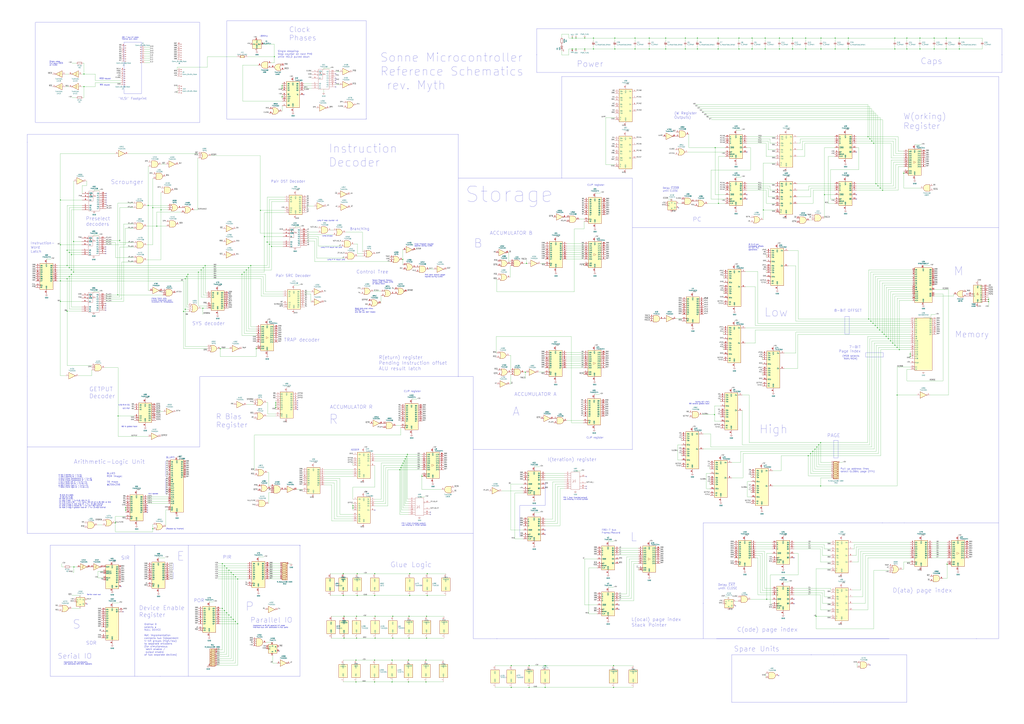
<source format=kicad_sch>
(kicad_sch (version 20230121) (generator eeschema)
  (paper "A0")
  (title_block (title "Sonne THT Micro-Controller") (date "2024-02-01") (rev "Myth") (company "Contact: mim@ok-schalter.de") (comment 1 "Author: Michael Mangelsdorf") (comment 2 "Project homepage: https://github.com/Dosflange/Sonne"))
  (lib_symbols
    (symbol "4xxx:4072" (pin_names (offset 1.016))
      (property "Reference" "U" (at 0 1.27 0))
      (property "Value" "4072" (at 0 -1.27 0))
      (symbol "4072_1_1"
        (pin output line (at 7.62 0 180) (length 3.81) (name "~") (number "1"))
        (pin input line (at -7.62 3.81 0) (length 3.81) (name "~") (number "2"))
        (pin input line (at -7.62 1.27 0) (length 4.826) (name "~") (number "3"))
        (pin input line (at -7.62 -1.27 0) (length 4.826) (name "~") (number "4"))
        (pin input line (at -7.62 -3.81 0) (length 3.81) (name "~") (number "5"))
      )
      (symbol "4072_1_2"
        (pin output inverted (at 7.62 0 180) (length 3.81) (name "~") (number "1"))
        (pin input inverted (at -7.62 3.81 0) (length 3.81) (name "~") (number "2"))
        (pin input inverted (at -7.62 1.27 0) (length 3.81) (name "~") (number "3"))
        (pin input inverted (at -7.62 -1.27 0) (length 3.81) (name "~") (number "4"))
        (pin input inverted (at -7.62 -3.81 0) (length 3.81) (name "~") (number "5"))
      )
      (symbol "4072_2_1"
        (pin input line (at -7.62 1.27 0) (length 4.826) (name "~") (number "10"))
        (pin input line (at -7.62 -1.27 0) (length 4.826) (name "~") (number "11"))
        (pin input line (at -7.62 -3.81 0) (length 3.81) (name "~") (number "12"))
        (pin output line (at 7.62 0 180) (length 3.81) (name "~") (number "13"))
        (pin input line (at -7.62 3.81 0) (length 3.81) (name "~") (number "9"))
      )
      (symbol "4072_2_2"
        (pin input inverted (at -7.62 1.27 0) (length 3.81) (name "~") (number "10"))
        (pin input inverted (at -7.62 -1.27 0) (length 3.81) (name "~") (number "11"))
        (pin input inverted (at -7.62 -3.81 0) (length 3.81) (name "~") (number "12"))
        (pin output inverted (at 7.62 0 180) (length 3.81) (name "~") (number "13"))
        (pin input inverted (at -7.62 3.81 0) (length 3.81) (name "~") (number "9"))
      )
      (symbol "4072_3_0"
        (pin power_in line (at 0 12.7 270) (length 5.08) (name "VDD") (number "14"))
        (pin power_in line (at 0 -12.7 90) (length 5.08) (name "VSS") (number "7"))
      )
    )
    (symbol "4xxx:4075" (pin_names (offset 1.016))
      (property "Reference" "U" (at 0 1.27 0))
      (property "Value" "4075" (at 0 -1.27 0))
      (symbol "4075_1_1"
        (pin input line (at -7.62 2.54 0) (length 4.318) (name "~") (number "1"))
        (pin input line (at -7.62 0 0) (length 4.953) (name "~") (number "2"))
        (pin input line (at -7.62 -2.54 0) (length 4.318) (name "~") (number "8"))
        (pin output line (at 7.62 0 180) (length 3.81) (name "~") (number "9"))
      )
      (symbol "4075_1_2"
        (pin input inverted (at -7.62 2.54 0) (length 3.81) (name "~") (number "1"))
        (pin input inverted (at -7.62 0 0) (length 3.81) (name "~") (number "2"))
        (pin input inverted (at -7.62 -2.54 0) (length 3.81) (name "~") (number "8"))
        (pin output inverted (at 7.62 0 180) (length 3.81) (name "~") (number "9"))
      )
      (symbol "4075_2_1"
        (pin input line (at -7.62 2.54 0) (length 4.318) (name "~") (number "3"))
        (pin input line (at -7.62 0 0) (length 4.953) (name "~") (number "4"))
        (pin input line (at -7.62 -2.54 0) (length 4.318) (name "~") (number "5"))
        (pin output line (at 7.62 0 180) (length 3.81) (name "~") (number "6"))
      )
      (symbol "4075_2_2"
        (pin input inverted (at -7.62 2.54 0) (length 3.81) (name "~") (number "3"))
        (pin input inverted (at -7.62 0 0) (length 3.81) (name "~") (number "4"))
        (pin input inverted (at -7.62 -2.54 0) (length 3.81) (name "~") (number "5"))
        (pin output inverted (at 7.62 0 180) (length 3.81) (name "~") (number "6"))
      )
      (symbol "4075_3_1"
        (pin output line (at 7.62 0 180) (length 3.81) (name "~") (number "10"))
        (pin input line (at -7.62 2.54 0) (length 4.318) (name "~") (number "11"))
        (pin input line (at -7.62 0 0) (length 4.953) (name "~") (number "12"))
        (pin input line (at -7.62 -2.54 0) (length 4.318) (name "~") (number "13"))
      )
      (symbol "4075_3_2"
        (pin output inverted (at 7.62 0 180) (length 3.81) (name "~") (number "10"))
        (pin input inverted (at -7.62 2.54 0) (length 3.81) (name "~") (number "11"))
        (pin input inverted (at -7.62 0 0) (length 3.81) (name "~") (number "12"))
        (pin input inverted (at -7.62 -2.54 0) (length 3.81) (name "~") (number "13"))
      )
      (symbol "4075_4_0"
        (pin power_in line (at 0 12.7 270) (length 5.08) (name "VDD") (number "14"))
        (pin power_in line (at 0 -12.7 90) (length 5.08) (name "VSS") (number "7"))
      )
    )
    (symbol "4xxx_IEEE:4068"
      (property "Reference" "U" (at -5.08 11.43 0))
      (property "Value" "4068" (at 3.81 11.43 0))
      (symbol "4068_0_0"
        (text "&" (at 0 0 0) (effects (font (size 2.54 2.54))))
      )
      (symbol "4068_0_1"
        (pin power_in line (at 0 15.24 270) (length 5.08) (name "Vdd") (number "14"))
        (pin power_in line (at 0 -15.24 90) (length 5.08) (name "Vss") (number "7"))
      )
      (symbol "4068_1_1"
        (pin output line (at 12.7 2.54 180) (length 7.62) (name "K") (number "1"))
        (pin input line (at -12.7 -3.81 0) (length 7.62) (name "F") (number "10"))
        (pin input line (at -12.7 -6.35 0) (length 7.62) (name "G") (number "11"))
        (pin input line (at -12.7 -8.89 0) (length 7.62) (name "H") (number "12"))
        (pin output inverted (at 12.7 0 180) (length 7.62) (name "J") (number "13"))
        (pin input line (at -12.7 8.89 0) (length 7.62) (name "A") (number "2"))
        (pin input line (at -12.7 6.35 0) (length 7.62) (name "B") (number "3"))
        (pin input line (at -12.7 3.81 0) (length 7.62) (name "C") (number "4"))
        (pin input line (at -12.7 1.27 0) (length 7.62) (name "D") (number "5"))
        (pin input line (at -12.7 -1.27 0) (length 7.62) (name "E") (number "9"))
      )
    )
    (symbol "4xxx_IEEE:4078" (pin_names (offset 0.762))
      (property "Reference" "U" (at 8.89 11.43 0))
      (property "Value" "4078" (at 6.35 -11.43 0))
      (symbol "4078_0_0"
        (text "1" (at 0 0 0) (effects (font (size 2.54 2.54))))
        (pin power_in line (at 0 11.43 270) (length 1) hide (name "Vdd") (number "14"))
        (pin power_in line (at 0 -11.43 90) (length 1) hide (name "Vss") (number "7"))
      )
      (symbol "4078_1_1"
        (pin output line (at 12.7 -2.54 180) (length 7.62) (name "~") (number "1"))
        (pin input line (at -12.7 -3.81 0) (length 7.62) (name "~") (number "10"))
        (pin input line (at -12.7 -6.35 0) (length 7.62) (name "~") (number "11"))
        (pin input line (at -12.7 -8.89 0) (length 7.62) (name "~") (number "12"))
        (pin output inverted (at 12.7 5.08 180) (length 7.62) (name "~") (number "13"))
        (pin input line (at -12.7 8.89 0) (length 7.62) (name "~") (number "2"))
        (pin input line (at -12.7 6.35 0) (length 7.62) (name "~") (number "3"))
        (pin input line (at -12.7 3.81 0) (length 7.62) (name "~") (number "4"))
        (pin input line (at -12.7 1.27 0) (length 7.62) (name "~") (number "5"))
        (pin free line (at 12.7 -8.89 180) (length 7.62) (name "~") (number "6"))
        (pin free line (at 12.7 -6.35 180) (length 7.62) (name "~") (number "8"))
        (pin input line (at -12.7 -1.27 0) (length 7.62) (name "~") (number "9"))
      )
    )
    (symbol "74xx:74AHC04"
      (property "Reference" "U" (at 0 1.27 0))
      (property "Value" "74AHC04" (at 0 -1.27 0))
      (symbol "74AHC04_1_0"
        (pin input line (at -7.62 0 0) (length 3.81) (name "~") (number "1"))
        (pin output inverted (at 7.62 0 180) (length 3.81) (name "~") (number "2"))
      )
      (symbol "74AHC04_2_0"
        (pin input line (at -7.62 0 0) (length 3.81) (name "~") (number "3"))
        (pin output inverted (at 7.62 0 180) (length 3.81) (name "~") (number "4"))
      )
      (symbol "74AHC04_3_0"
        (pin input line (at -7.62 0 0) (length 3.81) (name "~") (number "5"))
        (pin output inverted (at 7.62 0 180) (length 3.81) (name "~") (number "6"))
      )
      (symbol "74AHC04_4_0"
        (pin output inverted (at 7.62 0 180) (length 3.81) (name "~") (number "8"))
        (pin input line (at -7.62 0 0) (length 3.81) (name "~") (number "9"))
      )
      (symbol "74AHC04_5_0"
        (pin output inverted (at 7.62 0 180) (length 3.81) (name "~") (number "10"))
        (pin input line (at -7.62 0 0) (length 3.81) (name "~") (number "11"))
      )
      (symbol "74AHC04_6_0"
        (pin output inverted (at 7.62 0 180) (length 3.81) (name "~") (number "12"))
        (pin input line (at -7.62 0 0) (length 3.81) (name "~") (number "13"))
      )
      (symbol "74AHC04_7_0"
        (pin power_in line (at 0 12.7 270) (length 5.08) (name "VCC") (number "14"))
        (pin power_in line (at 0 -12.7 90) (length 5.08) (name "GND") (number "7"))
      )
    )
    (symbol "74xx:74AHC244"
      (property "Reference" "U" (at -7.62 16.51 0))
      (property "Value" "74AHC244" (at -7.62 -16.51 0))
      (symbol "74AHC244_1_0"
        (pin input inverted (at -12.7 -10.16 0) (length 5.08) (name "1OE") (number "1"))
        (pin power_in line (at 0 -20.32 90) (length 5.08) (name "GND") (number "10"))
        (pin input line (at -12.7 -5.08 0) (length 5.08) (name "2A3") (number "11"))
        (pin tri_state line (at 12.7 5.08 180) (length 5.08) (name "1Y3") (number "12"))
        (pin input line (at -12.7 -2.54 0) (length 5.08) (name "2A2") (number "13"))
        (pin tri_state line (at 12.7 7.62 180) (length 5.08) (name "1Y2") (number "14"))
        (pin input line (at -12.7 0 0) (length 5.08) (name "2A1") (number "15"))
        (pin tri_state line (at 12.7 10.16 180) (length 5.08) (name "1Y1") (number "16"))
        (pin input line (at -12.7 2.54 0) (length 5.08) (name "2A0") (number "17"))
        (pin tri_state line (at 12.7 12.7 180) (length 5.08) (name "1Y0") (number "18"))
        (pin input inverted (at -12.7 -12.7 0) (length 5.08) (name "2OE") (number "19"))
        (pin input line (at -12.7 12.7 0) (length 5.08) (name "1A0") (number "2"))
        (pin power_in line (at 0 20.32 270) (length 5.08) (name "VCC") (number "20"))
        (pin tri_state line (at 12.7 2.54 180) (length 5.08) (name "2Y0") (number "3"))
        (pin input line (at -12.7 10.16 0) (length 5.08) (name "1A1") (number "4"))
        (pin tri_state line (at 12.7 0 180) (length 5.08) (name "2Y1") (number "5"))
        (pin input line (at -12.7 7.62 0) (length 5.08) (name "1A2") (number "6"))
        (pin tri_state line (at 12.7 -2.54 180) (length 5.08) (name "2Y2") (number "7"))
        (pin input line (at -12.7 5.08 0) (length 5.08) (name "1A3") (number "8"))
        (pin tri_state line (at 12.7 -5.08 180) (length 5.08) (name "2Y3") (number "9"))
      )
    )
    (symbol "74xx:74HC00" (pin_names (offset 1.016))
      (property "Reference" "U" (at 0 1.27 0))
      (property "Value" "74HC00" (at 0 -1.27 0))
      (symbol "74HC00_1_1"
        (pin input line (at -7.62 2.54 0) (length 3.81) (name "~") (number "1"))
        (pin input line (at -7.62 -2.54 0) (length 3.81) (name "~") (number "2"))
        (pin output inverted (at 7.62 0 180) (length 3.81) (name "~") (number "3"))
      )
      (symbol "74HC00_1_2"
        (pin input inverted (at -7.62 2.54 0) (length 4.318) (name "~") (number "1"))
        (pin input inverted (at -7.62 -2.54 0) (length 4.318) (name "~") (number "2"))
        (pin output line (at 7.62 0 180) (length 3.81) (name "~") (number "3"))
      )
      (symbol "74HC00_2_1"
        (pin input line (at -7.62 2.54 0) (length 3.81) (name "~") (number "4"))
        (pin input line (at -7.62 -2.54 0) (length 3.81) (name "~") (number "5"))
        (pin output inverted (at 7.62 0 180) (length 3.81) (name "~") (number "6"))
      )
      (symbol "74HC00_2_2"
        (pin input inverted (at -7.62 2.54 0) (length 4.318) (name "~") (number "4"))
        (pin input inverted (at -7.62 -2.54 0) (length 4.318) (name "~") (number "5"))
        (pin output line (at 7.62 0 180) (length 3.81) (name "~") (number "6"))
      )
      (symbol "74HC00_3_1"
        (pin input line (at -7.62 -2.54 0) (length 3.81) (name "~") (number "10"))
        (pin output inverted (at 7.62 0 180) (length 3.81) (name "~") (number "8"))
        (pin input line (at -7.62 2.54 0) (length 3.81) (name "~") (number "9"))
      )
      (symbol "74HC00_3_2"
        (pin input inverted (at -7.62 -2.54 0) (length 4.318) (name "~") (number "10"))
        (pin output line (at 7.62 0 180) (length 3.81) (name "~") (number "8"))
        (pin input inverted (at -7.62 2.54 0) (length 4.318) (name "~") (number "9"))
      )
      (symbol "74HC00_4_1"
        (pin output inverted (at 7.62 0 180) (length 3.81) (name "~") (number "11"))
        (pin input line (at -7.62 2.54 0) (length 3.81) (name "~") (number "12"))
        (pin input line (at -7.62 -2.54 0) (length 3.81) (name "~") (number "13"))
      )
      (symbol "74HC00_4_2"
        (pin output line (at 7.62 0 180) (length 3.81) (name "~") (number "11"))
        (pin input inverted (at -7.62 2.54 0) (length 4.318) (name "~") (number "12"))
        (pin input inverted (at -7.62 -2.54 0) (length 4.318) (name "~") (number "13"))
      )
      (symbol "74HC00_5_0"
        (pin power_in line (at 0 12.7 270) (length 5.08) (name "VCC") (number "14"))
        (pin power_in line (at 0 -12.7 90) (length 5.08) (name "GND") (number "7"))
      )
    )
    (symbol "74xx:74HC04"
      (property "Reference" "U" (at 0 1.27 0))
      (property "Value" "74HC04" (at 0 -1.27 0))
      (symbol "74HC04_1_0"
        (pin input line (at -7.62 0 0) (length 3.81) (name "~") (number "1"))
        (pin output inverted (at 7.62 0 180) (length 3.81) (name "~") (number "2"))
      )
      (symbol "74HC04_2_0"
        (pin input line (at -7.62 0 0) (length 3.81) (name "~") (number "3"))
        (pin output inverted (at 7.62 0 180) (length 3.81) (name "~") (number "4"))
      )
      (symbol "74HC04_3_0"
        (pin input line (at -7.62 0 0) (length 3.81) (name "~") (number "5"))
        (pin output inverted (at 7.62 0 180) (length 3.81) (name "~") (number "6"))
      )
      (symbol "74HC04_4_0"
        (pin output inverted (at 7.62 0 180) (length 3.81) (name "~") (number "8"))
        (pin input line (at -7.62 0 0) (length 3.81) (name "~") (number "9"))
      )
      (symbol "74HC04_5_0"
        (pin output inverted (at 7.62 0 180) (length 3.81) (name "~") (number "10"))
        (pin input line (at -7.62 0 0) (length 3.81) (name "~") (number "11"))
      )
      (symbol "74HC04_6_0"
        (pin output inverted (at 7.62 0 180) (length 3.81) (name "~") (number "12"))
        (pin input line (at -7.62 0 0) (length 3.81) (name "~") (number "13"))
      )
      (symbol "74HC04_7_0"
        (pin power_in line (at 0 12.7 270) (length 5.08) (name "VCC") (number "14"))
        (pin power_in line (at 0 -12.7 90) (length 5.08) (name "GND") (number "7"))
      )
    )
    (symbol "74xx:74HC14" (pin_names (offset 1.016))
      (property "Reference" "U" (at 0 1.27 0))
      (property "Value" "74HC14" (at 0 -1.27 0))
      (symbol "74HC14_1_0"
        (pin input line (at -7.62 0 0) (length 3.81) (name "~") (number "1"))
        (pin output inverted (at 7.62 0 180) (length 3.81) (name "~") (number "2"))
      )
      (symbol "74HC14_2_0"
        (pin input line (at -7.62 0 0) (length 3.81) (name "~") (number "3"))
        (pin output inverted (at 7.62 0 180) (length 3.81) (name "~") (number "4"))
      )
      (symbol "74HC14_3_0"
        (pin input line (at -7.62 0 0) (length 3.81) (name "~") (number "5"))
        (pin output inverted (at 7.62 0 180) (length 3.81) (name "~") (number "6"))
      )
      (symbol "74HC14_4_0"
        (pin output inverted (at 7.62 0 180) (length 3.81) (name "~") (number "8"))
        (pin input line (at -7.62 0 0) (length 3.81) (name "~") (number "9"))
      )
      (symbol "74HC14_5_0"
        (pin output inverted (at 7.62 0 180) (length 3.81) (name "~") (number "10"))
        (pin input line (at -7.62 0 0) (length 3.81) (name "~") (number "11"))
      )
      (symbol "74HC14_6_0"
        (pin output inverted (at 7.62 0 180) (length 3.81) (name "~") (number "12"))
        (pin input line (at -7.62 0 0) (length 3.81) (name "~") (number "13"))
      )
      (symbol "74HC14_7_0"
        (pin power_in line (at 0 12.7 270) (length 5.08) (name "VCC") (number "14"))
        (pin power_in line (at 0 -12.7 90) (length 5.08) (name "GND") (number "7"))
      )
    )
    (symbol "74xx:74HC165"
      (property "Reference" "U" (at -7.62 19.05 0))
      (property "Value" "74HC165" (at -7.62 -21.59 0))
      (symbol "74HC165_1_0"
        (pin input line (at -12.7 -10.16 0) (length 5.08) (name "~{PL}") (number "1"))
        (pin input line (at -12.7 15.24 0) (length 5.08) (name "DS") (number "10"))
        (pin input line (at -12.7 12.7 0) (length 5.08) (name "D0") (number "11"))
        (pin input line (at -12.7 10.16 0) (length 5.08) (name "D1") (number "12"))
        (pin input line (at -12.7 7.62 0) (length 5.08) (name "D2") (number "13"))
        (pin input line (at -12.7 5.08 0) (length 5.08) (name "D3") (number "14"))
        (pin input line (at -12.7 -17.78 0) (length 5.08) (name "~{CE}") (number "15"))
        (pin power_in line (at 0 22.86 270) (length 5.08) (name "VCC") (number "16"))
        (pin input line (at -12.7 -15.24 0) (length 5.08) (name "CP") (number "2"))
        (pin input line (at -12.7 2.54 0) (length 5.08) (name "D4") (number "3"))
        (pin input line (at -12.7 0 0) (length 5.08) (name "D5") (number "4"))
        (pin input line (at -12.7 -2.54 0) (length 5.08) (name "D6") (number "5"))
        (pin input line (at -12.7 -5.08 0) (length 5.08) (name "D7") (number "6"))
        (pin output line (at 12.7 12.7 180) (length 5.08) (name "~{Q7}") (number "7"))
        (pin power_in line (at 0 -25.4 90) (length 5.08) (name "GND") (number "8"))
        (pin output line (at 12.7 15.24 180) (length 5.08) (name "Q7") (number "9"))
      )
    )
    (symbol "74xx:74HC273"
      (property "Reference" "U" (at -7.62 16.51 0))
      (property "Value" "74HC273" (at -7.62 -16.51 0))
      (symbol "74HC273_1_0"
        (pin input line (at -12.7 -12.7 0) (length 5.08) (name "~{Mr}") (number "1"))
        (pin power_in line (at 0 -20.32 90) (length 5.08) (name "GND") (number "10"))
        (pin input clock (at -12.7 -10.16 0) (length 5.08) (name "Cp") (number "11"))
        (pin output line (at 12.7 2.54 180) (length 5.08) (name "Q4") (number "12"))
        (pin input line (at -12.7 2.54 0) (length 5.08) (name "D4") (number "13"))
        (pin input line (at -12.7 0 0) (length 5.08) (name "D5") (number "14"))
        (pin output line (at 12.7 0 180) (length 5.08) (name "Q5") (number "15"))
        (pin output line (at 12.7 -2.54 180) (length 5.08) (name "Q6") (number "16"))
        (pin input line (at -12.7 -2.54 0) (length 5.08) (name "D6") (number "17"))
        (pin input line (at -12.7 -5.08 0) (length 5.08) (name "D7") (number "18"))
        (pin output line (at 12.7 -5.08 180) (length 5.08) (name "Q7") (number "19"))
        (pin output line (at 12.7 12.7 180) (length 5.08) (name "Q0") (number "2"))
        (pin power_in line (at 0 20.32 270) (length 5.08) (name "VCC") (number "20"))
        (pin input line (at -12.7 12.7 0) (length 5.08) (name "D0") (number "3"))
        (pin input line (at -12.7 10.16 0) (length 5.08) (name "D1") (number "4"))
        (pin output line (at 12.7 10.16 180) (length 5.08) (name "Q1") (number "5"))
        (pin output line (at 12.7 7.62 180) (length 5.08) (name "Q2") (number "6"))
        (pin input line (at -12.7 7.62 0) (length 5.08) (name "D2") (number "7"))
        (pin input line (at -12.7 5.08 0) (length 5.08) (name "D3") (number "8"))
        (pin output line (at 12.7 5.08 180) (length 5.08) (name "Q3") (number "9"))
      )
    )
    (symbol "74xx:74HC595"
      (property "Reference" "U" (at -7.62 13.97 0))
      (property "Value" "74HC595" (at -7.62 -16.51 0))
      (symbol "74HC595_1_0"
        (pin tri_state line (at 10.16 7.62 180) (length 2.54) (name "QB") (number "1"))
        (pin input line (at -10.16 2.54 0) (length 2.54) (name "~{SRCLR}") (number "10"))
        (pin input line (at -10.16 5.08 0) (length 2.54) (name "SRCLK") (number "11"))
        (pin input line (at -10.16 -2.54 0) (length 2.54) (name "RCLK") (number "12"))
        (pin input line (at -10.16 -5.08 0) (length 2.54) (name "~{OE}") (number "13"))
        (pin input line (at -10.16 10.16 0) (length 2.54) (name "SER") (number "14"))
        (pin tri_state line (at 10.16 10.16 180) (length 2.54) (name "QA") (number "15"))
        (pin power_in line (at 0 15.24 270) (length 2.54) (name "VCC") (number "16"))
        (pin tri_state line (at 10.16 5.08 180) (length 2.54) (name "QC") (number "2"))
        (pin tri_state line (at 10.16 2.54 180) (length 2.54) (name "QD") (number "3"))
        (pin tri_state line (at 10.16 0 180) (length 2.54) (name "QE") (number "4"))
        (pin tri_state line (at 10.16 -2.54 180) (length 2.54) (name "QF") (number "5"))
        (pin tri_state line (at 10.16 -5.08 180) (length 2.54) (name "QG") (number "6"))
        (pin tri_state line (at 10.16 -7.62 180) (length 2.54) (name "QH") (number "7"))
        (pin power_in line (at 0 -17.78 90) (length 2.54) (name "GND") (number "8"))
        (pin output line (at 10.16 -12.7 180) (length 2.54) (name "QH'") (number "9"))
      )
    )
    (symbol "74xx:74HC74" (pin_names (offset 1.016))
      (property "Reference" "U" (at -7.62 8.89 0))
      (property "Value" "74HC74" (at -7.62 -8.89 0))
      (symbol "74HC74_1_0"
        (pin input line (at 0 -7.62 90) (length 2.54) (name "~{R}") (number "1"))
        (pin input line (at -7.62 2.54 0) (length 2.54) (name "D") (number "2"))
        (pin input clock (at -7.62 0 0) (length 2.54) (name "C") (number "3"))
        (pin input line (at 0 7.62 270) (length 2.54) (name "~{S}") (number "4"))
        (pin output line (at 7.62 2.54 180) (length 2.54) (name "Q") (number "5"))
        (pin output line (at 7.62 -2.54 180) (length 2.54) (name "~{Q}") (number "6"))
      )
      (symbol "74HC74_2_0"
        (pin input line (at 0 7.62 270) (length 2.54) (name "~{S}") (number "10"))
        (pin input clock (at -7.62 0 0) (length 2.54) (name "C") (number "11"))
        (pin input line (at -7.62 2.54 0) (length 2.54) (name "D") (number "12"))
        (pin input line (at 0 -7.62 90) (length 2.54) (name "~{R}") (number "13"))
        (pin output line (at 7.62 -2.54 180) (length 2.54) (name "~{Q}") (number "8"))
        (pin output line (at 7.62 2.54 180) (length 2.54) (name "Q") (number "9"))
      )
      (symbol "74HC74_3_0"
        (pin power_in line (at 0 10.16 270) (length 2.54) (name "VCC") (number "14"))
        (pin power_in line (at 0 -10.16 90) (length 2.54) (name "GND") (number "7"))
      )
    )
    (symbol "74xx:74LS00" (pin_names (offset 1.016))
      (property "Reference" "U" (at 0 1.27 0))
      (property "Value" "74LS00" (at 0 -1.27 0))
      (symbol "74LS00_1_1"
        (pin input line (at -7.62 2.54 0) (length 3.81) (name "~") (number "1"))
        (pin input line (at -7.62 -2.54 0) (length 3.81) (name "~") (number "2"))
        (pin output inverted (at 7.62 0 180) (length 3.81) (name "~") (number "3"))
      )
      (symbol "74LS00_1_2"
        (pin input inverted (at -7.62 2.54 0) (length 4.318) (name "~") (number "1"))
        (pin input inverted (at -7.62 -2.54 0) (length 4.318) (name "~") (number "2"))
        (pin output line (at 7.62 0 180) (length 3.81) (name "~") (number "3"))
      )
      (symbol "74LS00_2_1"
        (pin input line (at -7.62 2.54 0) (length 3.81) (name "~") (number "4"))
        (pin input line (at -7.62 -2.54 0) (length 3.81) (name "~") (number "5"))
        (pin output inverted (at 7.62 0 180) (length 3.81) (name "~") (number "6"))
      )
      (symbol "74LS00_2_2"
        (pin input inverted (at -7.62 2.54 0) (length 4.318) (name "~") (number "4"))
        (pin input inverted (at -7.62 -2.54 0) (length 4.318) (name "~") (number "5"))
        (pin output line (at 7.62 0 180) (length 3.81) (name "~") (number "6"))
      )
      (symbol "74LS00_3_1"
        (pin input line (at -7.62 -2.54 0) (length 3.81) (name "~") (number "10"))
        (pin output inverted (at 7.62 0 180) (length 3.81) (name "~") (number "8"))
        (pin input line (at -7.62 2.54 0) (length 3.81) (name "~") (number "9"))
      )
      (symbol "74LS00_3_2"
        (pin input inverted (at -7.62 -2.54 0) (length 4.318) (name "~") (number "10"))
        (pin output line (at 7.62 0 180) (length 3.81) (name "~") (number "8"))
        (pin input inverted (at -7.62 2.54 0) (length 4.318) (name "~") (number "9"))
      )
      (symbol "74LS00_4_1"
        (pin output inverted (at 7.62 0 180) (length 3.81) (name "~") (number "11"))
        (pin input line (at -7.62 2.54 0) (length 3.81) (name "~") (number "12"))
        (pin input line (at -7.62 -2.54 0) (length 3.81) (name "~") (number "13"))
      )
      (symbol "74LS00_4_2"
        (pin output line (at 7.62 0 180) (length 3.81) (name "~") (number "11"))
        (pin input inverted (at -7.62 2.54 0) (length 4.318) (name "~") (number "12"))
        (pin input inverted (at -7.62 -2.54 0) (length 4.318) (name "~") (number "13"))
      )
      (symbol "74LS00_5_0"
        (pin power_in line (at 0 12.7 270) (length 5.08) (name "VCC") (number "14"))
        (pin power_in line (at 0 -12.7 90) (length 5.08) (name "GND") (number "7"))
      )
    )
    (symbol "74xx:74LS02" (pin_names (offset 1.016))
      (property "Reference" "U" (at 0 1.27 0))
      (property "Value" "74LS02" (at 0 -1.27 0))
      (symbol "74LS02_1_1"
        (pin output inverted (at 7.62 0 180) (length 3.81) (name "~") (number "1"))
        (pin input line (at -7.62 2.54 0) (length 4.318) (name "~") (number "2"))
        (pin input line (at -7.62 -2.54 0) (length 4.318) (name "~") (number "3"))
      )
      (symbol "74LS02_1_2"
        (pin output line (at 7.62 0 180) (length 3.81) (name "~") (number "1"))
        (pin input inverted (at -7.62 2.54 0) (length 3.81) (name "~") (number "2"))
        (pin input inverted (at -7.62 -2.54 0) (length 3.81) (name "~") (number "3"))
      )
      (symbol "74LS02_2_1"
        (pin output inverted (at 7.62 0 180) (length 3.81) (name "~") (number "4"))
        (pin input line (at -7.62 2.54 0) (length 4.318) (name "~") (number "5"))
        (pin input line (at -7.62 -2.54 0) (length 4.318) (name "~") (number "6"))
      )
      (symbol "74LS02_2_2"
        (pin output line (at 7.62 0 180) (length 3.81) (name "~") (number "4"))
        (pin input inverted (at -7.62 2.54 0) (length 3.81) (name "~") (number "5"))
        (pin input inverted (at -7.62 -2.54 0) (length 3.81) (name "~") (number "6"))
      )
      (symbol "74LS02_3_1"
        (pin output inverted (at 7.62 0 180) (length 3.81) (name "~") (number "10"))
        (pin input line (at -7.62 2.54 0) (length 4.318) (name "~") (number "8"))
        (pin input line (at -7.62 -2.54 0) (length 4.318) (name "~") (number "9"))
      )
      (symbol "74LS02_3_2"
        (pin output line (at 7.62 0 180) (length 3.81) (name "~") (number "10"))
        (pin input inverted (at -7.62 2.54 0) (length 3.81) (name "~") (number "8"))
        (pin input inverted (at -7.62 -2.54 0) (length 3.81) (name "~") (number "9"))
      )
      (symbol "74LS02_4_1"
        (pin input line (at -7.62 2.54 0) (length 4.318) (name "~") (number "11"))
        (pin input line (at -7.62 -2.54 0) (length 4.318) (name "~") (number "12"))
        (pin output inverted (at 7.62 0 180) (length 3.81) (name "~") (number "13"))
      )
      (symbol "74LS02_4_2"
        (pin input inverted (at -7.62 2.54 0) (length 3.81) (name "~") (number "11"))
        (pin input inverted (at -7.62 -2.54 0) (length 3.81) (name "~") (number "12"))
        (pin output line (at 7.62 0 180) (length 3.81) (name "~") (number "13"))
      )
      (symbol "74LS02_5_0"
        (pin power_in line (at 0 12.7 270) (length 5.08) (name "VCC") (number "14"))
        (pin power_in line (at 0 -12.7 90) (length 5.08) (name "GND") (number "7"))
      )
    )
    (symbol "74xx:74LS08" (pin_names (offset 1.016))
      (property "Reference" "U" (at 0 1.27 0))
      (property "Value" "74LS08" (at 0 -1.27 0))
      (symbol "74LS08_1_1"
        (pin input line (at -7.62 2.54 0) (length 3.81) (name "~") (number "1"))
        (pin input line (at -7.62 -2.54 0) (length 3.81) (name "~") (number "2"))
        (pin output line (at 7.62 0 180) (length 3.81) (name "~") (number "3"))
      )
      (symbol "74LS08_1_2"
        (pin input inverted (at -7.62 2.54 0) (length 4.318) (name "~") (number "1"))
        (pin input inverted (at -7.62 -2.54 0) (length 4.318) (name "~") (number "2"))
        (pin output inverted (at 7.62 0 180) (length 3.81) (name "~") (number "3"))
      )
      (symbol "74LS08_2_1"
        (pin input line (at -7.62 2.54 0) (length 3.81) (name "~") (number "4"))
        (pin input line (at -7.62 -2.54 0) (length 3.81) (name "~") (number "5"))
        (pin output line (at 7.62 0 180) (length 3.81) (name "~") (number "6"))
      )
      (symbol "74LS08_2_2"
        (pin input inverted (at -7.62 2.54 0) (length 4.318) (name "~") (number "4"))
        (pin input inverted (at -7.62 -2.54 0) (length 4.318) (name "~") (number "5"))
        (pin output inverted (at 7.62 0 180) (length 3.81) (name "~") (number "6"))
      )
      (symbol "74LS08_3_1"
        (pin input line (at -7.62 -2.54 0) (length 3.81) (name "~") (number "10"))
        (pin output line (at 7.62 0 180) (length 3.81) (name "~") (number "8"))
        (pin input line (at -7.62 2.54 0) (length 3.81) (name "~") (number "9"))
      )
      (symbol "74LS08_3_2"
        (pin input inverted (at -7.62 -2.54 0) (length 4.318) (name "~") (number "10"))
        (pin output inverted (at 7.62 0 180) (length 3.81) (name "~") (number "8"))
        (pin input inverted (at -7.62 2.54 0) (length 4.318) (name "~") (number "9"))
      )
      (symbol "74LS08_4_1"
        (pin output line (at 7.62 0 180) (length 3.81) (name "~") (number "11"))
        (pin input line (at -7.62 2.54 0) (length 3.81) (name "~") (number "12"))
        (pin input line (at -7.62 -2.54 0) (length 3.81) (name "~") (number "13"))
      )
      (symbol "74LS08_4_2"
        (pin output inverted (at 7.62 0 180) (length 3.81) (name "~") (number "11"))
        (pin input inverted (at -7.62 2.54 0) (length 4.318) (name "~") (number "12"))
        (pin input inverted (at -7.62 -2.54 0) (length 4.318) (name "~") (number "13"))
      )
      (symbol "74LS08_5_0"
        (pin power_in line (at 0 12.7 270) (length 5.08) (name "VCC") (number "14"))
        (pin power_in line (at 0 -12.7 90) (length 5.08) (name "GND") (number "7"))
      )
    )
    (symbol "74xx:74LS11" (pin_names (offset 1.016))
      (property "Reference" "U" (at 0 1.27 0))
      (property "Value" "74LS11" (at 0 -1.27 0))
      (symbol "74LS11_1_1"
        (pin input line (at -7.62 2.54 0) (length 3.81) (name "~") (number "1"))
        (pin output line (at 7.62 0 180) (length 3.81) (name "~") (number "12"))
        (pin input line (at -7.62 -2.54 0) (length 3.81) (name "~") (number "13"))
        (pin input line (at -7.62 0 0) (length 3.81) (name "~") (number "2"))
      )
      (symbol "74LS11_1_2"
        (pin input inverted (at -7.62 2.54 0) (length 4.318) (name "~") (number "1"))
        (pin output inverted (at 7.62 0 180) (length 3.81) (name "~") (number "12"))
        (pin input inverted (at -7.62 -2.54 0) (length 4.318) (name "~") (number "13"))
        (pin input inverted (at -7.62 0 0) (length 4.953) (name "~") (number "2"))
      )
      (symbol "74LS11_2_1"
        (pin input line (at -7.62 2.54 0) (length 3.81) (name "~") (number "3"))
        (pin input line (at -7.62 0 0) (length 3.81) (name "~") (number "4"))
        (pin input line (at -7.62 -2.54 0) (length 3.81) (name "~") (number "5"))
        (pin output line (at 7.62 0 180) (length 3.81) (name "~") (number "6"))
      )
      (symbol "74LS11_2_2"
        (pin input inverted (at -7.62 2.54 0) (length 4.318) (name "~") (number "3"))
        (pin input inverted (at -7.62 0 0) (length 4.953) (name "~") (number "4"))
        (pin input inverted (at -7.62 -2.54 0) (length 4.318) (name "~") (number "5"))
        (pin output inverted (at 7.62 0 180) (length 3.81) (name "~") (number "6"))
      )
      (symbol "74LS11_3_1"
        (pin input line (at -7.62 0 0) (length 3.81) (name "~") (number "10"))
        (pin input line (at -7.62 -2.54 0) (length 3.81) (name "~") (number "11"))
        (pin output line (at 7.62 0 180) (length 3.81) (name "~") (number "8"))
        (pin input line (at -7.62 2.54 0) (length 3.81) (name "~") (number "9"))
      )
      (symbol "74LS11_3_2"
        (pin input inverted (at -7.62 0 0) (length 4.953) (name "~") (number "10"))
        (pin input inverted (at -7.62 -2.54 0) (length 4.318) (name "~") (number "11"))
        (pin output inverted (at 7.62 0 180) (length 3.81) (name "~") (number "8"))
        (pin input inverted (at -7.62 2.54 0) (length 4.318) (name "~") (number "9"))
      )
      (symbol "74LS11_4_0"
        (pin power_in line (at 0 12.7 270) (length 5.08) (name "VCC") (number "14"))
        (pin power_in line (at 0 -12.7 90) (length 5.08) (name "GND") (number "7"))
      )
    )
    (symbol "74xx:74LS138" (pin_names (offset 1.016))
      (property "Reference" "U" (at -7.62 11.43 0))
      (property "Value" "74LS138" (at -7.62 -13.97 0))
      (symbol "74LS138_1_0"
        (pin input line (at -12.7 7.62 0) (length 5.08) (name "A0") (number "1"))
        (pin output output_low (at 12.7 -5.08 180) (length 5.08) (name "O5") (number "10"))
        (pin output output_low (at 12.7 -2.54 180) (length 5.08) (name "O4") (number "11"))
        (pin output output_low (at 12.7 0 180) (length 5.08) (name "O3") (number "12"))
        (pin output output_low (at 12.7 2.54 180) (length 5.08) (name "O2") (number "13"))
        (pin output output_low (at 12.7 5.08 180) (length 5.08) (name "O1") (number "14"))
        (pin output output_low (at 12.7 7.62 180) (length 5.08) (name "O0") (number "15"))
        (pin power_in line (at 0 15.24 270) (length 5.08) (name "VCC") (number "16"))
        (pin input line (at -12.7 5.08 0) (length 5.08) (name "A1") (number "2"))
        (pin input line (at -12.7 2.54 0) (length 5.08) (name "A2") (number "3"))
        (pin input input_low (at -12.7 -10.16 0) (length 5.08) (name "E1") (number "4"))
        (pin input input_low (at -12.7 -7.62 0) (length 5.08) (name "E2") (number "5"))
        (pin input line (at -12.7 -5.08 0) (length 5.08) (name "E3") (number "6"))
        (pin output output_low (at 12.7 -10.16 180) (length 5.08) (name "O7") (number "7"))
        (pin power_in line (at 0 -17.78 90) (length 5.08) (name "GND") (number "8"))
        (pin output output_low (at 12.7 -7.62 180) (length 5.08) (name "O6") (number "9"))
      )
    )
    (symbol "74xx:74LS157" (pin_names (offset 1.016))
      (property "Reference" "U" (at -7.62 19.05 0))
      (property "Value" "74LS157" (at -7.62 -21.59 0))
      (symbol "74LS157_1_0"
        (pin input line (at -12.7 -15.24 0) (length 5.08) (name "S") (number "1"))
        (pin input line (at -12.7 -2.54 0) (length 5.08) (name "I1c") (number "10"))
        (pin input line (at -12.7 0 0) (length 5.08) (name "I0c") (number "11"))
        (pin output line (at 12.7 -7.62 180) (length 5.08) (name "Zd") (number "12"))
        (pin input line (at -12.7 -10.16 0) (length 5.08) (name "I1d") (number "13"))
        (pin input line (at -12.7 -7.62 0) (length 5.08) (name "I0d") (number "14"))
        (pin input inverted (at -12.7 -17.78 0) (length 5.08) (name "E") (number "15"))
        (pin power_in line (at 0 22.86 270) (length 5.08) (name "VCC") (number "16"))
        (pin input line (at -12.7 15.24 0) (length 5.08) (name "I0a") (number "2"))
        (pin input line (at -12.7 12.7 0) (length 5.08) (name "I1a") (number "3"))
        (pin output line (at 12.7 15.24 180) (length 5.08) (name "Za") (number "4"))
        (pin input line (at -12.7 7.62 0) (length 5.08) (name "I0b") (number "5"))
        (pin input line (at -12.7 5.08 0) (length 5.08) (name "I1b") (number "6"))
        (pin output line (at 12.7 7.62 180) (length 5.08) (name "Zb") (number "7"))
        (pin power_in line (at 0 -25.4 90) (length 5.08) (name "GND") (number "8"))
        (pin output line (at 12.7 0 180) (length 5.08) (name "Zc") (number "9"))
      )
    )
    (symbol "74xx:74LS163" (pin_names (offset 1.016))
      (property "Reference" "U" (at -7.62 16.51 0))
      (property "Value" "74LS163" (at -7.62 -16.51 0))
      (symbol "74LS163_1_0"
        (pin input line (at -12.7 -12.7 0) (length 5.08) (name "~{MR}") (number "1"))
        (pin input line (at -12.7 -5.08 0) (length 5.08) (name "CET") (number "10"))
        (pin output line (at 12.7 5.08 180) (length 5.08) (name "Q3") (number "11"))
        (pin output line (at 12.7 7.62 180) (length 5.08) (name "Q2") (number "12"))
        (pin output line (at 12.7 10.16 180) (length 5.08) (name "Q1") (number "13"))
        (pin output line (at 12.7 12.7 180) (length 5.08) (name "Q0") (number "14"))
        (pin output line (at 12.7 0 180) (length 5.08) (name "TC") (number "15"))
        (pin power_in line (at 0 20.32 270) (length 5.08) (name "VCC") (number "16"))
        (pin input line (at -12.7 -7.62 0) (length 5.08) (name "CP") (number "2"))
        (pin input line (at -12.7 12.7 0) (length 5.08) (name "D0") (number "3"))
        (pin input line (at -12.7 10.16 0) (length 5.08) (name "D1") (number "4"))
        (pin input line (at -12.7 7.62 0) (length 5.08) (name "D2") (number "5"))
        (pin input line (at -12.7 5.08 0) (length 5.08) (name "D3") (number "6"))
        (pin input line (at -12.7 -2.54 0) (length 5.08) (name "CEP") (number "7"))
        (pin power_in line (at 0 -20.32 90) (length 5.08) (name "GND") (number "8"))
        (pin input line (at -12.7 0 0) (length 5.08) (name "~{PE}") (number "9"))
      )
    )
    (symbol "74xx:74LS193"
      (property "Reference" "U" (at -7.62 13.97 0))
      (property "Value" "74LS193" (at 5.08 13.97 0))
      (symbol "74LS193_1_0"
        (pin input line (at -12.7 7.62 0) (length 5.08) (name "B") (number "1"))
        (pin input line (at -12.7 5.08 0) (length 5.08) (name "C") (number "10"))
        (pin input line (at -12.7 -2.54 0) (length 5.08) (name "~{LOAD}") (number "11"))
        (pin output line (at 12.7 -2.54 180) (length 5.08) (name "~{CO}") (number "12"))
        (pin output line (at 12.7 -7.62 180) (length 5.08) (name "~{BO}") (number "13"))
        (pin input line (at -12.7 -12.7 0) (length 5.08) (name "CLR") (number "14"))
        (pin input line (at -12.7 10.16 0) (length 5.08) (name "A") (number "15"))
        (pin power_in line (at 0 17.78 270) (length 5.08) (name "VCC") (number "16"))
        (pin output line (at 12.7 7.62 180) (length 5.08) (name "QB") (number "2"))
        (pin output line (at 12.7 10.16 180) (length 5.08) (name "QA") (number "3"))
        (pin input clock (at -12.7 -10.16 0) (length 5.08) (name "DOWN") (number "4"))
        (pin input clock (at -12.7 -7.62 0) (length 5.08) (name "UP") (number "5"))
        (pin output line (at 12.7 5.08 180) (length 5.08) (name "QC") (number "6"))
        (pin output line (at 12.7 2.54 180) (length 5.08) (name "QD") (number "7"))
        (pin power_in line (at 0 -20.32 90) (length 5.08) (name "GND") (number "8"))
        (pin input line (at -12.7 2.54 0) (length 5.08) (name "D") (number "9"))
      )
    )
    (symbol "74xx:74LS21" (pin_names (offset 1.016))
      (property "Reference" "U" (at 0 1.27 0))
      (property "Value" "74LS21" (at 0 -1.27 0))
      (symbol "74LS21_1_1"
        (pin input line (at -7.62 3.81 0) (length 3.81) (name "~") (number "1"))
        (pin input line (at -7.62 1.27 0) (length 3.81) (name "~") (number "2"))
        (pin input line (at -7.62 -1.27 0) (length 3.81) (name "~") (number "4"))
        (pin input line (at -7.62 -3.81 0) (length 3.81) (name "~") (number "5"))
        (pin output line (at 7.62 0 180) (length 3.81) (name "~") (number "6"))
      )
      (symbol "74LS21_1_2"
        (pin input inverted (at -7.62 3.81 0) (length 3.81) (name "~") (number "1"))
        (pin input inverted (at -7.62 1.27 0) (length 4.826) (name "~") (number "2"))
        (pin input inverted (at -7.62 -1.27 0) (length 4.826) (name "~") (number "4"))
        (pin input inverted (at -7.62 -3.81 0) (length 3.81) (name "~") (number "5"))
        (pin output inverted (at 7.62 0 180) (length 3.81) (name "~") (number "6"))
      )
      (symbol "74LS21_2_1"
        (pin input line (at -7.62 1.27 0) (length 3.81) (name "~") (number "10"))
        (pin input line (at -7.62 -1.27 0) (length 3.81) (name "~") (number "12"))
        (pin input line (at -7.62 -3.81 0) (length 3.81) (name "~") (number "13"))
        (pin output line (at 7.62 0 180) (length 3.81) (name "~") (number "8"))
        (pin input line (at -7.62 3.81 0) (length 3.81) (name "~") (number "9"))
      )
      (symbol "74LS21_2_2"
        (pin input inverted (at -7.62 1.27 0) (length 4.826) (name "~") (number "10"))
        (pin input inverted (at -7.62 -1.27 0) (length 4.826) (name "~") (number "12"))
        (pin input inverted (at -7.62 -3.81 0) (length 3.81) (name "~") (number "13"))
        (pin output inverted (at 7.62 0 180) (length 3.81) (name "~") (number "8"))
        (pin input inverted (at -7.62 3.81 0) (length 3.81) (name "~") (number "9"))
      )
      (symbol "74LS21_3_0"
        (pin power_in line (at 0 12.7 270) (length 5.08) (name "VCC") (number "14"))
        (pin power_in line (at 0 -12.7 90) (length 5.08) (name "GND") (number "7"))
      )
    )
    (symbol "74xx:74LS253" (pin_names (offset 1.016))
      (property "Reference" "U" (at -7.62 21.59 0))
      (property "Value" "74LS253" (at -7.62 -24.13 0))
      (symbol "74LS253_1_0"
        (pin input inverted (at -12.7 5.08 0) (length 5.08) (name "OEa") (number "1"))
        (pin input line (at -12.7 0 0) (length 5.08) (name "I0b") (number "10"))
        (pin input line (at -12.7 -2.54 0) (length 5.08) (name "I1b") (number "11"))
        (pin input line (at -12.7 -5.08 0) (length 5.08) (name "I2b") (number "12"))
        (pin input line (at -12.7 -7.62 0) (length 5.08) (name "I3b") (number "13"))
        (pin input line (at -12.7 -17.78 0) (length 5.08) (name "A0") (number "14"))
        (pin input inverted (at -12.7 -12.7 0) (length 5.08) (name "OEb") (number "15"))
        (pin power_in line (at 0 25.4 270) (length 5.08) (name "VCC") (number "16"))
        (pin input line (at -12.7 -20.32 0) (length 5.08) (name "A1") (number "2"))
        (pin input line (at -12.7 10.16 0) (length 5.08) (name "I3a") (number "3"))
        (pin input line (at -12.7 12.7 0) (length 5.08) (name "I2a") (number "4"))
        (pin input line (at -12.7 15.24 0) (length 5.08) (name "I1a") (number "5"))
        (pin input line (at -12.7 17.78 0) (length 5.08) (name "I0a") (number "6"))
        (pin tri_state line (at 12.7 17.78 180) (length 5.08) (name "Za") (number "7"))
        (pin power_in line (at 0 -27.94 90) (length 5.08) (name "GND") (number "8"))
        (pin tri_state line (at 12.7 0 180) (length 5.08) (name "Zb") (number "9"))
      )
    )
    (symbol "74xx:74LS283" (pin_names (offset 1.016))
      (property "Reference" "U" (at -7.62 16.51 0))
      (property "Value" "74LS283" (at -7.62 -16.51 0))
      (symbol "74LS283_1_0"
        (pin output line (at 12.7 10.16 180) (length 5.08) (name "S2") (number "1"))
        (pin output line (at 12.7 5.08 180) (length 5.08) (name "S4") (number "10"))
        (pin input line (at -12.7 -12.7 0) (length 5.08) (name "B4") (number "11"))
        (pin input line (at -12.7 0 0) (length 5.08) (name "A4") (number "12"))
        (pin output line (at 12.7 7.62 180) (length 5.08) (name "S3") (number "13"))
        (pin input line (at -12.7 2.54 0) (length 5.08) (name "A3") (number "14"))
        (pin input line (at -12.7 -10.16 0) (length 5.08) (name "B3") (number "15"))
        (pin power_in line (at 0 20.32 270) (length 5.08) (name "VCC") (number "16"))
        (pin input line (at -12.7 -7.62 0) (length 5.08) (name "B2") (number "2"))
        (pin input line (at -12.7 5.08 0) (length 5.08) (name "A2") (number "3"))
        (pin output line (at 12.7 12.7 180) (length 5.08) (name "S1") (number "4"))
        (pin input line (at -12.7 7.62 0) (length 5.08) (name "A1") (number "5"))
        (pin input line (at -12.7 -5.08 0) (length 5.08) (name "B1") (number "6"))
        (pin input line (at -12.7 12.7 0) (length 5.08) (name "C0") (number "7"))
        (pin power_in line (at 0 -20.32 90) (length 5.08) (name "GND") (number "8"))
        (pin output line (at 12.7 0 180) (length 5.08) (name "C4") (number "9"))
      )
    )
    (symbol "74xx:74LS32" (pin_names (offset 1.016))
      (property "Reference" "U" (at 0 1.27 0))
      (property "Value" "74LS32" (at 0 -1.27 0))
      (symbol "74LS32_1_1"
        (pin input line (at -7.62 2.54 0) (length 4.318) (name "~") (number "1"))
        (pin input line (at -7.62 -2.54 0) (length 4.318) (name "~") (number "2"))
        (pin output line (at 7.62 0 180) (length 3.81) (name "~") (number "3"))
      )
      (symbol "74LS32_1_2"
        (pin input inverted (at -7.62 2.54 0) (length 3.81) (name "~") (number "1"))
        (pin input inverted (at -7.62 -2.54 0) (length 3.81) (name "~") (number "2"))
        (pin output inverted (at 7.62 0 180) (length 3.81) (name "~") (number "3"))
      )
      (symbol "74LS32_2_1"
        (pin input line (at -7.62 2.54 0) (length 4.318) (name "~") (number "4"))
        (pin input line (at -7.62 -2.54 0) (length 4.318) (name "~") (number "5"))
        (pin output line (at 7.62 0 180) (length 3.81) (name "~") (number "6"))
      )
      (symbol "74LS32_2_2"
        (pin input inverted (at -7.62 2.54 0) (length 3.81) (name "~") (number "4"))
        (pin input inverted (at -7.62 -2.54 0) (length 3.81) (name "~") (number "5"))
        (pin output inverted (at 7.62 0 180) (length 3.81) (name "~") (number "6"))
      )
      (symbol "74LS32_3_1"
        (pin input line (at -7.62 -2.54 0) (length 4.318) (name "~") (number "10"))
        (pin output line (at 7.62 0 180) (length 3.81) (name "~") (number "8"))
        (pin input line (at -7.62 2.54 0) (length 4.318) (name "~") (number "9"))
      )
      (symbol "74LS32_3_2"
        (pin input inverted (at -7.62 -2.54 0) (length 3.81) (name "~") (number "10"))
        (pin output inverted (at 7.62 0 180) (length 3.81) (name "~") (number "8"))
        (pin input inverted (at -7.62 2.54 0) (length 3.81) (name "~") (number "9"))
      )
      (symbol "74LS32_4_1"
        (pin output line (at 7.62 0 180) (length 3.81) (name "~") (number "11"))
        (pin input line (at -7.62 2.54 0) (length 4.318) (name "~") (number "12"))
        (pin input line (at -7.62 -2.54 0) (length 4.318) (name "~") (number "13"))
      )
      (symbol "74LS32_4_2"
        (pin output inverted (at 7.62 0 180) (length 3.81) (name "~") (number "11"))
        (pin input inverted (at -7.62 2.54 0) (length 3.81) (name "~") (number "12"))
        (pin input inverted (at -7.62 -2.54 0) (length 3.81) (name "~") (number "13"))
      )
      (symbol "74LS32_5_0"
        (pin power_in line (at 0 12.7 270) (length 5.08) (name "VCC") (number "14"))
        (pin power_in line (at 0 -12.7 90) (length 5.08) (name "GND") (number "7"))
      )
    )
    (symbol "74xx:74LS574" (pin_names (offset 1.016))
      (property "Reference" "U" (at -7.62 16.51 0))
      (property "Value" "74LS574" (at -7.62 -16.51 0))
      (symbol "74LS574_1_0"
        (pin input inverted (at -12.7 -12.7 0) (length 5.08) (name "OE") (number "1"))
        (pin power_in line (at 0 -20.32 90) (length 5.08) (name "GND") (number "10"))
        (pin input clock (at -12.7 -10.16 0) (length 5.08) (name "Cp") (number "11"))
        (pin tri_state line (at 12.7 -5.08 180) (length 5.08) (name "Q7") (number "12"))
        (pin tri_state line (at 12.7 -2.54 180) (length 5.08) (name "Q6") (number "13"))
        (pin tri_state line (at 12.7 0 180) (length 5.08) (name "Q5") (number "14"))
        (pin tri_state line (at 12.7 2.54 180) (length 5.08) (name "Q4") (number "15"))
        (pin tri_state line (at 12.7 5.08 180) (length 5.08) (name "Q3") (number "16"))
        (pin tri_state line (at 12.7 7.62 180) (length 5.08) (name "Q2") (number "17"))
        (pin tri_state line (at 12.7 10.16 180) (length 5.08) (name "Q1") (number "18"))
        (pin tri_state line (at 12.7 12.7 180) (length 5.08) (name "Q0") (number "19"))
        (pin input line (at -12.7 12.7 0) (length 5.08) (name "D0") (number "2"))
        (pin power_in line (at 0 20.32 270) (length 5.08) (name "VCC") (number "20"))
        (pin input line (at -12.7 10.16 0) (length 5.08) (name "D1") (number "3"))
        (pin input line (at -12.7 7.62 0) (length 5.08) (name "D2") (number "4"))
        (pin input line (at -12.7 5.08 0) (length 5.08) (name "D3") (number "5"))
        (pin input line (at -12.7 2.54 0) (length 5.08) (name "D4") (number "6"))
        (pin input line (at -12.7 0 0) (length 5.08) (name "D5") (number "7"))
        (pin input line (at -12.7 -2.54 0) (length 5.08) (name "D6") (number "8"))
        (pin input line (at -12.7 -5.08 0) (length 5.08) (name "D7") (number "9"))
      )
    )
    (symbol "74xx_IEEE:74HC238" (pin_names (offset 0.762))
      (property "Reference" "U" (at 3.81 8.89 0))
      (property "Value" "74HC238" (at 8.89 -16.51 0))
      (symbol "74HC238_0_0"
        (text "&" (at -3.81 3.556 0) (effects (font (size 1.524 1.524))))
        (text "EN" (at 0.508 2.032 0) (effects (font (size 1.524 1.524))))
        (pin power_in line (at 0 7.62 270) (length 0) hide (name "VCC") (number "16"))
      )
      (symbol "74HC238_1_1"
        (pin input line (at -13.97 -8.89 0) (length 7.62) (name "A0") (number "1"))
        (pin output line (at 13.97 -7.62 180) (length 7.62) (name "Y5") (number "10"))
        (pin output line (at 13.97 -5.08 180) (length 7.62) (name "Y4") (number "11"))
        (pin output line (at 13.97 -2.54 180) (length 7.62) (name "Y3") (number "12"))
        (pin output line (at 13.97 0 180) (length 7.62) (name "Y2") (number "13"))
        (pin output line (at 13.97 2.54 180) (length 7.62) (name "Y1") (number "14"))
        (pin output line (at 13.97 5.08 180) (length 7.62) (name "Y0") (number "15"))
        (pin input line (at -13.97 -11.43 0) (length 7.62) (name "A1") (number "2"))
        (pin input line (at -13.97 -13.97 0) (length 7.62) (name "A2") (number "3"))
        (pin input inverted (at -13.97 5.08 0) (length 7.62) (name "~{G2A}") (number "4"))
        (pin input inverted (at -13.97 1.27 0) (length 7.62) (name "~{G2B}") (number "5"))
        (pin input line (at -13.97 -2.54 0) (length 7.62) (name "G1") (number "6"))
        (pin output line (at 13.97 -12.7 180) (length 7.62) (name "Y7") (number "7"))
        (pin power_in line (at 0 -15.24 90) (length 0) hide (name "GND") (number "8"))
        (pin output line (at 13.97 -10.16 180) (length 7.62) (name "Y6") (number "9"))
      )
    )
    (symbol "Connector:Conn_01x04_Male" (pin_names (offset 1.016) hide)
      (property "Reference" "J" (at 0 5.08 0))
      (property "Value" "Conn_01x04_Male" (at 0 -7.62 0))
      (symbol "Conn_01x04_Male_1_1"
        (pin passive line (at 5.08 2.54 180) (length 3.81) (name "Pin_1") (number "1"))
        (pin passive line (at 5.08 0 180) (length 3.81) (name "Pin_2") (number "2"))
        (pin passive line (at 5.08 -2.54 180) (length 3.81) (name "Pin_3") (number "3"))
        (pin passive line (at 5.08 -5.08 180) (length 3.81) (name "Pin_4") (number "4"))
      )
    )
    (symbol "Connector:Conn_01x08_Male" (pin_names (offset 1.016) hide)
      (property "Reference" "J" (at 0 10.16 0))
      (property "Value" "Conn_01x08_Male" (at 0 -12.7 0))
      (symbol "Conn_01x08_Male_1_1"
        (pin passive line (at 5.08 7.62 180) (length 3.81) (name "Pin_1") (number "1"))
        (pin passive line (at 5.08 5.08 180) (length 3.81) (name "Pin_2") (number "2"))
        (pin passive line (at 5.08 2.54 180) (length 3.81) (name "Pin_3") (number "3"))
        (pin passive line (at 5.08 0 180) (length 3.81) (name "Pin_4") (number "4"))
        (pin passive line (at 5.08 -2.54 180) (length 3.81) (name "Pin_5") (number "5"))
        (pin passive line (at 5.08 -5.08 180) (length 3.81) (name "Pin_6") (number "6"))
        (pin passive line (at 5.08 -7.62 180) (length 3.81) (name "Pin_7") (number "7"))
        (pin passive line (at 5.08 -10.16 180) (length 3.81) (name "Pin_8") (number "8"))
      )
    )
    (symbol "Connector_Generic:Conn_02x01" (pin_names (offset 1.016) hide)
      (property "Reference" "J" (at 1.27 2.54 0))
      (property "Value" "Conn_02x01" (at 1.27 -2.54 0))
      (symbol "Conn_02x01_1_1"
        (pin passive line (at -5.08 0 0) (length 3.81) (name "Pin_1") (number "1"))
        (pin passive line (at 7.62 0 180) (length 3.81) (name "Pin_2") (number "2"))
      )
    )
    (symbol "Device:C_Polarized_Small" (pin_numbers hide) (pin_names (offset 0.254) hide)
      (property "Reference" "C" (at 0.254 1.778 0))
      (property "Value" "C_Polarized_Small" (at 0.254 -2.032 0))
      (symbol "C_Polarized_Small_1_1"
        (pin passive line (at 0 2.54 270) (length 1.8542) (name "~") (number "1"))
        (pin passive line (at 0 -2.54 90) (length 1.8542) (name "~") (number "2"))
      )
    )
    (symbol "Device:C_Small" (pin_numbers hide) (pin_names (offset 0.254) hide)
      (property "Reference" "C" (at 0.254 1.778 0))
      (property "Value" "C_Small" (at 0.254 -2.032 0))
      (symbol "C_Small_1_1"
        (pin passive line (at 0 2.54 270) (length 2.032) (name "~") (number "1"))
        (pin passive line (at 0 -2.54 90) (length 2.032) (name "~") (number "2"))
      )
    )
    (symbol "Device:LED" (pin_numbers hide) (pin_names (offset 1.016) hide)
      (property "Reference" "D" (at 0 2.54 0))
      (property "Value" "LED" (at 0 -2.54 0))
      (symbol "LED_1_1"
        (pin passive line (at -3.81 0 0) (length 2.54) (name "K") (number "1"))
        (pin passive line (at 3.81 0 180) (length 2.54) (name "A") (number "2"))
      )
    )
    (symbol "Device:R" (pin_numbers hide) (pin_names (offset 0))
      (property "Reference" "R" (at 2.032 0 90))
      (property "Value" "R" (at 0 0 90))
      (symbol "R_1_1"
        (pin passive line (at 0 3.81 270) (length 1.27) (name "~") (number "1"))
        (pin passive line (at 0 -3.81 90) (length 1.27) (name "~") (number "2"))
      )
    )
    (symbol "Device:R_Network08" (pin_names (offset 0) hide)
      (property "Reference" "RN" (at -12.7 0 90))
      (property "Value" "R_Network08" (at 10.16 0 90))
      (symbol "R_Network08_1_1"
        (pin passive line (at -10.16 5.08 270) (length 2.54) (name "common") (number "1"))
        (pin passive line (at -10.16 -5.08 90) (length 1.27) (name "R1") (number "2"))
        (pin passive line (at -7.62 -5.08 90) (length 1.27) (name "R2") (number "3"))
        (pin passive line (at -5.08 -5.08 90) (length 1.27) (name "R3") (number "4"))
        (pin passive line (at -2.54 -5.08 90) (length 1.27) (name "R4") (number "5"))
        (pin passive line (at 0 -5.08 90) (length 1.27) (name "R5") (number "6"))
        (pin passive line (at 2.54 -5.08 90) (length 1.27) (name "R6") (number "7"))
        (pin passive line (at 5.08 -5.08 90) (length 1.27) (name "R7") (number "8"))
        (pin passive line (at 7.62 -5.08 90) (length 1.27) (name "R8") (number "9"))
      )
    )
    (symbol "Memory_EPROM:27C080"
      (property "Reference" "U" (at -7.62 31.75 0))
      (property "Value" "27C080" (at 2.54 -31.75 0))
      (symbol "27C080_1_1"
        (pin input line (at -10.16 -20.32 0) (length 2.54) (name "A19") (number "1"))
        (pin input line (at -10.16 22.86 0) (length 2.54) (name "A2") (number "10"))
        (pin input line (at -10.16 25.4 0) (length 2.54) (name "A1") (number "11"))
        (pin input line (at -10.16 27.94 0) (length 2.54) (name "A0") (number "12"))
        (pin tri_state line (at 10.16 27.94 180) (length 2.54) (name "D0") (number "13"))
        (pin tri_state line (at 10.16 25.4 180) (length 2.54) (name "D1") (number "14"))
        (pin tri_state line (at 10.16 22.86 180) (length 2.54) (name "D2") (number "15"))
        (pin power_in line (at 0 -33.02 90) (length 2.54) (name "GND") (number "16"))
        (pin tri_state line (at 10.16 20.32 180) (length 2.54) (name "D3") (number "17"))
        (pin tri_state line (at 10.16 17.78 180) (length 2.54) (name "D4") (number "18"))
        (pin tri_state line (at 10.16 15.24 180) (length 2.54) (name "D5") (number "19"))
        (pin input line (at -10.16 -12.7 0) (length 2.54) (name "A16") (number "2"))
        (pin tri_state line (at 10.16 12.7 180) (length 2.54) (name "D6") (number "20"))
        (pin tri_state line (at 10.16 10.16 180) (length 2.54) (name "D7") (number "21"))
        (pin input line (at -10.16 -25.4 0) (length 2.54) (name "~{CE}") (number "22"))
        (pin input line (at -10.16 2.54 0) (length 2.54) (name "A10") (number "23"))
        (pin input line (at -10.16 -27.94 0) (length 2.54) (name "~{OE}") (number "24"))
        (pin input line (at -10.16 0 0) (length 2.54) (name "A11") (number "25"))
        (pin input line (at -10.16 5.08 0) (length 2.54) (name "A9") (number "26"))
        (pin input line (at -10.16 7.62 0) (length 2.54) (name "A8") (number "27"))
        (pin input line (at -10.16 -5.08 0) (length 2.54) (name "A13") (number "28"))
        (pin input line (at -10.16 -7.62 0) (length 2.54) (name "A14") (number "29"))
        (pin input line (at -10.16 -10.16 0) (length 2.54) (name "A15") (number "3"))
        (pin input line (at -10.16 -15.24 0) (length 2.54) (name "A17") (number "30"))
        (pin input line (at -10.16 -17.78 0) (length 2.54) (name "A18") (number "31"))
        (pin power_in line (at 0 33.02 270) (length 2.54) (name "VCC") (number "32"))
        (pin input line (at -10.16 -2.54 0) (length 2.54) (name "A12") (number "4"))
        (pin input line (at -10.16 10.16 0) (length 2.54) (name "A7") (number "5"))
        (pin input line (at -10.16 12.7 0) (length 2.54) (name "A6") (number "6"))
        (pin input line (at -10.16 15.24 0) (length 2.54) (name "A5") (number "7"))
        (pin input line (at -10.16 17.78 0) (length 2.54) (name "A4") (number "8"))
        (pin input line (at -10.16 20.32 0) (length 2.54) (name "A3") (number "9"))
      )
    )
    (symbol "Memory_Flash:SST39SF040"
      (property "Reference" "U" (at 2.54 33.02 0))
      (property "Value" "SST39SF040" (at 0 -30.48 0))
      (symbol "SST39SF040_0_0"
        (pin power_in line (at 0 -30.48 90) (length 1.27) hide (name "GND") (number "16"))
        (pin power_in line (at 0 33.02 270) (length 1.27) hide (name "VCC") (number "32"))
      )
      (symbol "SST39SF040_1_1"
        (pin input line (at -15.24 -15.24 0) (length 5.08) (name "A18") (number "1"))
        (pin input line (at -15.24 25.4 0) (length 5.08) (name "A2") (number "10"))
        (pin input line (at -15.24 27.94 0) (length 5.08) (name "A1") (number "11"))
        (pin input line (at -15.24 30.48 0) (length 5.08) (name "A0") (number "12"))
        (pin tri_state line (at 15.24 30.48 180) (length 5.08) (name "D0") (number "13"))
        (pin tri_state line (at 15.24 27.94 180) (length 5.08) (name "D1") (number "14"))
        (pin tri_state line (at 15.24 25.4 180) (length 5.08) (name "D2") (number "15"))
        (pin tri_state line (at 15.24 22.86 180) (length 5.08) (name "D3") (number "17"))
        (pin tri_state line (at 15.24 20.32 180) (length 5.08) (name "D4") (number "18"))
        (pin tri_state line (at 15.24 17.78 180) (length 5.08) (name "D5") (number "19"))
        (pin input line (at -15.24 -10.16 0) (length 5.08) (name "A16") (number "2"))
        (pin tri_state line (at 15.24 15.24 180) (length 5.08) (name "D6") (number "20"))
        (pin tri_state line (at 15.24 12.7 180) (length 5.08) (name "D7") (number "21"))
        (pin input input_low (at -15.24 -25.4 0) (length 5.08) (name "CE") (number "22"))
        (pin input line (at -15.24 5.08 0) (length 5.08) (name "A10") (number "23"))
        (pin input input_low (at -15.24 -27.94 0) (length 5.08) (name "OE") (number "24"))
        (pin input line (at -15.24 2.54 0) (length 5.08) (name "A11") (number "25"))
        (pin input line (at -15.24 7.62 0) (length 5.08) (name "A9") (number "26"))
        (pin input line (at -15.24 10.16 0) (length 5.08) (name "A8") (number "27"))
        (pin input line (at -15.24 -2.54 0) (length 5.08) (name "A13") (number "28"))
        (pin input line (at -15.24 -5.08 0) (length 5.08) (name "A14") (number "29"))
        (pin input line (at -15.24 -7.62 0) (length 5.08) (name "A15") (number "3"))
        (pin input line (at -15.24 -12.7 0) (length 5.08) (name "A17") (number "30"))
        (pin input input_low (at -15.24 -20.32 0) (length 5.08) (name "PGM") (number "31"))
        (pin input line (at -15.24 0 0) (length 5.08) (name "A12") (number "4"))
        (pin input line (at -15.24 12.7 0) (length 5.08) (name "A7") (number "5"))
        (pin input line (at -15.24 15.24 0) (length 5.08) (name "A6") (number "6"))
        (pin input line (at -15.24 17.78 0) (length 5.08) (name "A5") (number "7"))
        (pin input line (at -15.24 20.32 0) (length 5.08) (name "A4") (number "8"))
        (pin input line (at -15.24 22.86 0) (length 5.08) (name "A3") (number "9"))
      )
    )
    (symbol "Memory_RAM:KM62256CLP"
      (property "Reference" "U" (at -10.16 20.955 0))
      (property "Value" "KM62256CLP" (at 2.54 20.955 0))
      (symbol "KM62256CLP_0_0"
        (pin power_in line (at 0 -22.86 90) (length 2.54) (name "GND") (number "14"))
        (pin power_in line (at 0 22.86 270) (length 2.54) (name "VCC") (number "28"))
      )
      (symbol "KM62256CLP_1_1"
        (pin input line (at -12.7 -17.78 0) (length 2.54) (name "A14") (number "1"))
        (pin input line (at -12.7 17.78 0) (length 2.54) (name "A0") (number "10"))
        (pin tri_state line (at 12.7 17.78 180) (length 2.54) (name "Q0") (number "11"))
        (pin tri_state line (at 12.7 15.24 180) (length 2.54) (name "Q1") (number "12"))
        (pin tri_state line (at 12.7 12.7 180) (length 2.54) (name "Q2") (number "13"))
        (pin tri_state line (at 12.7 10.16 180) (length 2.54) (name "Q3") (number "15"))
        (pin tri_state line (at 12.7 7.62 180) (length 2.54) (name "Q4") (number "16"))
        (pin tri_state line (at 12.7 5.08 180) (length 2.54) (name "Q5") (number "17"))
        (pin tri_state line (at 12.7 2.54 180) (length 2.54) (name "Q6") (number "18"))
        (pin tri_state line (at 12.7 0 180) (length 2.54) (name "Q7") (number "19"))
        (pin input line (at -12.7 -12.7 0) (length 2.54) (name "A12") (number "2"))
        (pin input line (at 12.7 -5.08 180) (length 2.54) (name "~{CS}") (number "20"))
        (pin input line (at -12.7 -7.62 0) (length 2.54) (name "A10") (number "21"))
        (pin input line (at 12.7 -10.16 180) (length 2.54) (name "~{OE}") (number "22"))
        (pin input line (at -12.7 -10.16 0) (length 2.54) (name "A11") (number "23"))
        (pin input line (at -12.7 -5.08 0) (length 2.54) (name "A9") (number "24"))
        (pin input line (at -12.7 -2.54 0) (length 2.54) (name "A8") (number "25"))
        (pin input line (at -12.7 -15.24 0) (length 2.54) (name "A13") (number "26"))
        (pin input line (at 12.7 -12.7 180) (length 2.54) (name "~{WE}") (number "27"))
        (pin input line (at -12.7 0 0) (length 2.54) (name "A7") (number "3"))
        (pin input line (at -12.7 2.54 0) (length 2.54) (name "A6") (number "4"))
        (pin input line (at -12.7 5.08 0) (length 2.54) (name "A5") (number "5"))
        (pin input line (at -12.7 7.62 0) (length 2.54) (name "A4") (number "6"))
        (pin input line (at -12.7 10.16 0) (length 2.54) (name "A3") (number "7"))
        (pin input line (at -12.7 12.7 0) (length 2.54) (name "A2") (number "8"))
        (pin input line (at -12.7 15.24 0) (length 2.54) (name "A1") (number "9"))
      )
    )
    (symbol "Oscillator:CXO_DIP14" (pin_names (offset 0.254))
      (property "Reference" "X" (at -5.08 6.35 0))
      (property "Value" "CXO_DIP14" (at 1.27 -6.35 0))
      (symbol "CXO_DIP14_1_1"
        (pin input line (at -7.62 0 0) (length 2.54) (name "EN") (number "1"))
        (pin power_in line (at 0 7.62 270) (length 2.54) (name "Vcc") (number "14"))
        (pin power_in line (at 0 -7.62 90) (length 2.54) (name "GND") (number "7"))
        (pin output line (at 7.62 0 180) (length 2.54) (name "OUT") (number "8"))
      )
    )
    (symbol "power:+5V" (power) (pin_names (offset 0))
      (property "Value" "+5V" (at 0 3.556 0))
      (symbol "+5V_1_1"
        (pin power_in line (at 0 0 90) (length 0) hide (name "+5V") (number "1"))
      )
    )
    (symbol "power:GND" (power) (pin_names (offset 0))
      (property "Value" "GND" (at 0 -3.81 0))
      (symbol "GND_1_1"
        (pin power_in line (at 0 0 270) (length 0) hide (name "GND") (number "1"))
      )
    )
    (symbol "power:PWR_FLAG" (power) (pin_numbers hide) (pin_names (offset 0) hide)
      (property "Value" "PWR_FLAG" (at 0 3.81 0))
      (symbol "PWR_FLAG_0_0"
        (pin power_out line (at 0 0 90) (length 0) (name "pwr") (number "1"))
      )
    )
    (symbol "power:VCC" (power) (pin_names (offset 0))
      (property "Value" "VCC" (at 0 3.81 0))
      (symbol "VCC_1_1"
        (pin power_in line (at 0 0 90) (length 0) hide (name "VCC") (number "1"))
      )
    )
    (symbol "power:VSS" (power) (pin_names (offset 0))
      (property "Value" "VSS" (at 0 3.81 0))
      (symbol "VSS_1_1"
        (pin power_in line (at 0 0 90) (length 0) hide (name "VSS") (number "1"))
      )
    )
  )
  (junction (at 413.3342 792.3784))
  (junction (at 177.3428 241.2492))
  (junction (at 888.492 44.196))
  (junction (at 1008.634 370.713))
  (junction (at 496.062 666.5214))
  (junction (at 268.3256 665.0482))
  (junction (at 858.012 44.196))
  (junction (at 737.362 56.896))
  (junction (at 235.5342 358.0892))
  (junction (at 85.3948 280.6192))
  (junction (at 873.252 56.896))
  (junction (at 609.981 432.3842))
  (junction (at 286.0548 313.6392))
  (junction (at 474.9292 741.4514))
  (junction (at 834.263 236.3216))
  (junction (at 177.3936 614.3498))
  (junction (at 712.3938 773.3538))
  (junction (at 1022.1214 218.5416))
  (junction (at 85.8266 658.6982))
  (junction (at 809.752 44.196))
  (junction (at 398.5514 691.9214))
  (junction (at 136.7282 342.5952))
  (junction (at 888.492 56.896))
  (junction (at 833.882 44.196))
  (junction (at 1021.334 383.413))
  (junction (at 753.872 44.196))
  (junction (at 97.5106 100.6094))
  (junction (at 593.6234 773.3538))
  (junction (at 1068.197 56.896))
  (junction (at 145.8214 592.582))
  (junction (at 614.3244 798.7538))
  (junction (at 632.9934 798.7538))
  (junction (at 414.782 691.9214))
  (junction (at 475.742 691.9214))
  (junction (at 434.9242 792.3784))
  (junction (at 920.242 56.896))
  (junction (at 297.4848 405.0792))
  (junction (at 829.6656 481.711))
  (junction (at 985.012 56.896))
  (junction (at 1014.5014 166.4716))
  (junction (at 795.782 56.896))
  (junction (at 873.252 44.196))
  (junction (at 713.867 56.896))
  (junction (at 809.752 56.896))
  (junction (at 1024.8392 221.0816))
  (junction (at 413.9692 741.4514))
  (junction (at 772.922 56.896))
  (junction (at 435.0766 666.5214))
  (junction (at 737.362 44.196))
  (junction (at 465.4296 543.2044))
  (junction (at 455.2442 766.9784))
  (junction (at 1044.194 406.2476))
  (junction (at 85.3948 316.1792))
  (junction (at 689.102 56.896))
  (junction (at 320.1162 473.2274))
  (junction (at 1012.2154 163.9316))
  (junction (at 1034.034 396.113))
  (junction (at 413.9692 716.0514))
  (junction (at 467.9696 538.1244))
  (junction (at 1041.654 403.733))
  (junction (at 302.3362 244.4242))
  (junction (at 664.4386 56.896))
  (junction (at 1018.794 380.873))
  (junction (at 275.9456 724.7382))
  (junction (at 495.2492 716.0514))
  (junction (at 1017.0668 213.4616))
  (junction (at 456.0316 716.0514))
  (junction (at 1007.872 158.8516))
  (junction (at 632.9934 773.3538))
  (junction (at 1049.3502 201.2442))
  (junction (at 97.5106 86.0044))
  (junction (at 288.5948 311.0992))
  (junction (at 260.7056 657.4282))
  (junction (at 307.0098 274.9042))
  (junction (at 215.0872 323.7992))
  (junction (at 80.4418 293.3192))
  (junction (at 985.012 44.196))
  (junction (at 1068.197 44.196))
  (junction (at 464.1596 545.7444))
  (junction (at 263.2456 712.0382))
  (junction (at 77.9018 308.5592))
  (junction (at 413.3342 766.9784))
  (junction (at 496.062 691.9214))
  (junction (at 886.333 243.9416))
  (junction (at 82.8548 313.6392))
  (junction (at 310.1848 281.2542))
  (junction (at 905.002 44.196))
  (junction (at 456.0316 741.4514))
  (junction (at 772.922 44.196))
  (junction (at 678.942 44.196))
  (junction (at 435.5592 741.4514))
  (junction (at 213.0806 361.8992))
  (junction (at 969.772 56.896))
  (junction (at 664.4894 44.196))
  (junction (at 1038.987 44.196))
  (junction (at 216.7128 321.2592))
  (junction (at 398.5514 666.5214))
  (junction (at 614.3244 773.3538))
  (junction (at 1016.254 378.333))
  (junction (at 270.8656 719.6582))
  (junction (at 233.5784 313.6392))
  (junction (at 275.9456 672.6682))
  (junction (at 77.9018 323.7992))
  (junction (at 399.4658 741.4514))
  (junction (at 1052.957 56.896))
  (junction (at 474.9292 716.0514))
  (junction (at 80.4418 311.0992))
  (junction (at 186.9186 243.7892))
  (junction (at 1036.574 398.653))
  (junction (at 145.8214 590.042))
  (junction (at 455.2442 792.3784))
  (junction (at 1084.707 56.896))
  (junction (at 434.9242 766.9784))
  (junction (at 70.104 284.4292))
  (junction (at 948.4614 519.303))
  (junction (at 969.772 44.196))
  (junction (at 713.867 44.196))
  (junction (at 494.6142 766.9784))
  (junction (at 1113.917 44.196))
  (junction (at 494.6142 792.3784))
  (junction (at 489.9406 553.3644))
  (junction (at 182.0164 262.763))
  (junction (at 952.8556 514.223))
  (junction (at 273.4056 722.1982))
  (junction (at 435.5592 716.0514))
  (junction (at 712.3938 798.7538))
  (junction (at 1028.954 391.033))
  (junction (at 258.1656 654.8882))
  (junction (at 1147.8768 350.393))
  (junction (at 957.326 226.1616))
  (junction (at 258.1656 706.9582))
  (junction (at 218.2114 318.7192))
  (junction (at 414.782 666.5214))
  (junction (at 830.453 171.5516))
  (junction (at 235.966 311.0992))
  (junction (at 70.104 232.3846))
  (junction (at 474.2942 766.9784))
  (junction (at 1098.677 56.896))
  (junction (at 473.0496 527.9644))
  (junction (at 467.6648 301.4472))
  (junction (at 409.8036 590.1944))
  (junction (at 138.9888 279.3492))
  (junction (at 946.2262 521.843))
  (junction (at 260.7056 709.4982))
  (junction (at 1113.917 56.896))
  (junction (at 270.8656 667.5882))
  (junction (at 265.7856 662.5082))
  (junction (at 678.942 56.896))
  (junction (at 495.2492 741.4514))
  (junction (at 475.742 666.5214))
  (junction (at 133.858 607.4918))
  (junction (at 263.2456 659.9682))
  (junction (at 291.1348 308.5592))
  (junction (at 1024.382 385.953))
  (junction (at 273.4056 670.1282))
  (junction (at 172.1358 238.7092))
  (junction (at 753.872 56.896))
  (junction (at 82.8548 295.8592))
  (junction (at 668.782 44.196))
  (junction (at 315.2648 286.3342))
  (junction (at 668.782 56.896))
  (junction (at 858.012 56.896))
  (junction (at 1052.957 44.196))
  (junction (at 470.5096 533.0444))
  (junction (at 77.9018 361.6452))
  (junction (at 689.102 44.196))
  (junction (at 935.482 56.896))
  (junction (at 469.2396 535.5844))
  (junction (at 1010.031 161.3916))
  (junction (at 1039.114 401.193))
  (junction (at 1019.3782 216.0016))
  (junction (at 283.5148 316.1792))
  (junction (at 611.3526 306.0446))
  (junction (at 70.104 326.3392))
  (junction (at 1056.894 413.893))
  (junction (at 833.882 56.896))
  (junction (at 938.4792 529.463))
  (junction (at 320.1162 470.6874))
  (junction (at 953.262 56.896))
  (junction (at 80.4418 321.2592))
  (junction (at 255.7018 405.0792))
  (junction (at 1013.714 375.793))
  (junction (at 471.7796 530.5044))
  (junction (at 312.7248 283.7942))
  (junction (at 320.1162 468.1474))
  (junction (at 1041.654 458.978))
  (junction (at 215.0872 359.3592))
  (junction (at 1084.707 44.196))
  (junction (at 474.2942 792.3784))
  (junction (at 327.5076 102.2604))
  (junction (at 1026.6426 388.493))
  (junction (at 399.4658 716.0514))
  (junction (at 1011.174 373.253))
  (junction (at 268.3256 717.1182))
  (junction (at 280.9748 318.7192))
  (junction (at 409.8036 587.6544))
  (junction (at 327.5076 112.4204))
  (junction (at 920.242 44.196))
  (junction (at 1099.6676 655.6502))
  (junction (at 905.002 56.896))
  (junction (at 795.782 44.196))
  (junction (at 70.104 350.2152))
  (junction (at 327.5076 99.7204))
  (junction (at 1147.8768 347.853))
  (junction (at 950.6458 516.763))
  (junction (at 890.2446 696.2902))
  (junction (at 943.737 524.383))
  (junction (at 1038.987 56.896))
  (junction (at 952.8556 564.6674))
  (junction (at 77.9018 290.7792))
  (junction (at 941.197 526.923))
  (junction (at 238.2012 308.5592))
  (junction (at 318.6176 65.8114))
  (junction (at 593.6234 798.7538))
  (junction (at 265.7856 714.5782))
  (junction (at 230.3526 316.1792))
  (junction (at 137.0838 483.3112))
  (junction (at 1031.494 393.573))
  (junction (at 935.482 44.196))
  (junction (at 947.5216 716.1022))
  (junction (at 1056.894 411.353))
  (junction (at 435.0766 691.9214))
  (junction (at 82.8548 318.7192))
  (junction (at 953.262 44.196))
  (junction (at 1098.677 44.196))
  (junction (at 466.6996 540.6644))
  (no_connect (at 854.0496 703.9102))
  (no_connect (at 921.9946 696.2902))
  (no_connect (at 345.5162 465.6074))
  (no_connect (at 265.4046 340.3092))
  (no_connect (at 1122.4768 341.503))
  (no_connect (at 122.7328 289.5092))
  (no_connect (at 122.7328 355.2952))
  (no_connect (at 123.2662 234.9246))
  (no_connect (at 123.2662 232.3846))
  (no_connect (at 867.283 176.6316))
  (no_connect (at 718.7438 708.025))
  (no_connect (at 994.41 231.2416))
  (no_connect (at 718.7438 702.945))
  (no_connect (at 123.2662 227.3046))
  (no_connect (at 345.5162 470.6874))
  (no_connect (at 680.7454 565.1246))
  (no_connect (at 122.7328 360.3752))
  (no_connect (at 122.7328 352.7552))
  (no_connect (at 123.2662 229.8446))
  (no_connect (at 632.9172 621.0046))
  (no_connect (at 171.2214 590.042))
  (no_connect (at 921.9946 648.0302))
  (no_connect (at 324.2056 756.4882))
  (no_connect (at 345.5162 468.1474))
  (no_connect (at 1010.3612 772.7442))
  (no_connect (at 345.5162 475.7674))
  (no_connect (at 994.41 226.1616))
  (no_connect (at 680.7454 553.6946))
  (no_connect (at 352.9076 109.8804))
  (no_connect (at 499.7196 597.7382))
  (no_connect (at 389.7376 85.7504))
  (no_connect (at 435.2036 592.7344))
  (no_connect (at 345.5162 473.2274))
  (no_connect (at 122.7328 294.5892))
  (no_connect (at 787.908 241.4016))
  (no_connect (at 142.9766 710.7682))
  (no_connect (at 122.7328 357.8352))
  (no_connect (at 994.41 176.6316))
  (no_connect (at 123.2662 224.7646))
  (no_connect (at 171.2214 587.502))
  (no_connect (at 389.7376 100.9904))
  (no_connect (at 632.9172 615.9246))
  (no_connect (at 122.7328 286.9692))
  (no_connect (at 122.7328 292.0492))
  (no_connect (at 171.2214 595.122))
  (no_connect (at 904.1384 784.9362))
  (no_connect (at 867.283 231.2416))
  (no_connect (at 140.4366 681.5582))
  (no_connect (at 123.2662 237.4646))
  (no_connect (at 101.0666 701.8782))
  (no_connect (at 680.7454 567.6646))
  (no_connect (at 921.9946 701.3702))
  (no_connect (at 867.283 226.1616))
  (no_connect (at 499.7196 595.1982))
  (no_connect (at 171.2214 592.582))
  (no_connect (at 389.7376 93.3704))
  (no_connect (at 389.7376 90.8304))
  (no_connect (at 389.7376 95.9104))
  (polyline (pts (xy 1032.4846 742.0102) (xy 831.8246 742.0102)))
  (wire (pts (xy 467.6648 290.1442) (xy 467.6648 301.4472)))
  (wire (pts (xy 353.9998 339.0392) (xy 360.8578 339.0392)))
  (wire (pts (xy 991.8446 637.8702) (xy 991.8446 632.7902)))
  (wire (pts (xy 341.2998 331.4192) (xy 347.6498 331.4192)))
  (wire (pts (xy 253.0856 654.8882) (xy 258.1656 654.8882)))
  (wire (pts (xy 316.5856 761.5682) (xy 316.5856 770.4582)))
  (wire (pts (xy 409.8036 605.4344) (xy 385.2672 605.4344)))
  (wire (pts (xy 474.3196 585.0382) (xy 470.5096 585.0382)))
  (wire (pts (xy 825.6016 197.4596) (xy 871.474 197.4596)))
  (wire (pts (xy 283.5148 316.1792) (xy 283.5148 387.2992)))
  (wire (pts (xy 1012.2154 163.9316) (xy 1037.4122 163.9316)))
  (wire (pts (xy 187.3758 190.7032) (xy 192.3288 190.7032)))
  (wire (pts (xy 82.8548 243.8146) (xy 95.3262 243.8146)))
  (wire (pts (xy 999.3376 685.6222) (xy 999.3376 640.4102)))
  (wire (pts (xy 411.1498 283.4132) (xy 415.0868 283.4132)))
  (wire (pts (xy 730.4278 692.785) (xy 718.7438 692.785)))
  (wire (pts (xy 1042.8986 221.0816) (xy 1042.8986 193.6242)))
  (wire (pts (xy 309.5752 483.3874) (xy 320.1162 483.3874)))
  (wire (pts (xy 1049.3502 201.2442) (xy 1049.3502 218.3892)))
  (wire (pts (xy 77.9018 238.7346) (xy 95.3262 238.7346)))
  (wire (pts (xy 91.313 436.5498) (xy 106.3752 436.5498)))
  (wire (pts (xy 886.333 243.9416) (xy 886.333 255.2446)))
  (wire (pts (xy 1081.024 365.633) (xy 1086.104 365.633)))
  (wire (pts (xy 235.5342 358.0892) (xy 235.5342 365.0488)))
  (wire (pts (xy 169.9768 238.7092) (xy 172.1358 238.7092)))
  (polyline (pts (xy 734.3902 207.137) (xy 734.3902 264.4648)))
  (polyline (pts (xy 348.3356 633.4252) (xy 348.3356 634.4412)))
  (wire (pts (xy 302.3362 244.4242) (xy 330.5048 244.4242)))
  (wire (pts (xy 255.6256 724.7382) (xy 275.9456 724.7382)))
  (wire (pts (xy 137.0838 427.1518) (xy 137.0838 483.3112)))
  (wire (pts (xy 1113.917 53.086) (xy 1113.917 56.896)))
  (wire (pts (xy 327.5076 122.5804) (xy 327.5076 128.9304)))
  (wire (pts (xy 1094.994 442.468) (xy 1094.994 341.503)))
  (wire (pts (xy 1042.8986 193.6242) (xy 1049.3502 193.6242)))
  (wire (pts (xy 251.8156 765.3782) (xy 268.3256 765.3782)))
  (wire (pts (xy 145.8214 592.582) (xy 145.8214 595.122)))
  (wire (pts (xy 251.8156 757.7582) (xy 260.7056 757.7582)))
  (wire (pts (xy 1059.434 316.103) (xy 1011.174 316.103)))
  (wire (pts (xy 753.872 44.196) (xy 772.922 44.196)))
  (wire (pts (xy 787.0698 534.543) (xy 791.21 534.543)))
  (polyline (pts (xy 967.994 511.683) (xy 973.074 511.683)))
  (wire (pts (xy 1021.334 326.263) (xy 1021.334 383.413)))
  (wire (pts (xy 409.8036 590.1944) (xy 409.8036 592.7344)))
  (wire (pts (xy 775.843 231.2416) (xy 780.288 231.2416)))
  (wire (pts (xy 367.792 277.4442) (xy 356.5398 277.4442)))
  (wire (pts (xy 652.272 39.751) (xy 652.272 43.561)))
  (wire (pts (xy 303.1998 344.1192) (xy 328.5998 344.1192)))
  (wire (pts (xy 650.2654 567.6646) (xy 655.3454 567.6646)))
  (wire (pts (xy 888.492 44.196) (xy 905.002 44.196)))
  (wire (pts (xy 672.7444 254.6604) (xy 678.1546 254.6604)))
  (wire (pts (xy 320.1162 465.6074) (xy 320.1162 468.1474)))
  (wire (pts (xy 435.2036 535.5844) (xy 469.2396 535.5844)))
  (wire (pts (xy 964.311 197.2056) (xy 997.077 197.2056)))
  (wire (pts (xy 824.3316 560.197) (xy 824.3316 562.737)))
  (wire (pts (xy 141.5288 304.4444) (xy 155.1178 304.4444)))
  (wire (pts (xy 215.0872 323.7992) (xy 303.1998 323.7992)))
  (wire (pts (xy 948.4614 542.6202) (xy 948.4614 519.303)))
  (wire (pts (xy 253.0856 672.6682) (xy 275.9456 672.6682)))
  (wire (pts (xy 592.455 322.1482) (xy 592.455 308.5846)))
  (wire (pts (xy 836.4474 464.0072) (xy 836.4474 466.5472)))
  (wire (pts (xy 867.283 216.0016) (xy 894.08 216.0016)))
  (wire (pts (xy 1013.714 375.793) (xy 1056.894 375.793)))
  (wire (pts (xy 80.4418 311.0992) (xy 235.966 311.0992)))
  (wire (pts (xy 1010.031 161.3916) (xy 1040.2062 161.3916)))
  (wire (pts (xy 251.8156 762.8382) (xy 265.7856 762.8382)))
  (wire (pts (xy 97.5106 113.3094) (xy 96.2406 113.3094)))
  (wire (pts (xy 658.2156 295.8846) (xy 678.053 295.8846)))
  (wire (pts (xy 1098.677 48.006) (xy 1098.677 44.196)))
  (polyline (pts (xy 31.5468 437.5912) (xy 31.5468 165.1762)))
  (wire (pts (xy 315.2648 234.2642) (xy 330.5048 234.2642)))
  (wire (pts (xy 858.012 56.896) (xy 858.012 53.086)))
  (wire (pts (xy 1147.8768 345.313) (xy 1147.8768 347.853)))
  (wire (pts (xy 258.1656 755.2182) (xy 258.1656 706.9582)))
  (wire (pts (xy 915.1874 308.864) (xy 924.0774 308.864)))
  (wire (pts (xy 291.1348 379.6792) (xy 291.1348 308.5592)))
  (wire (pts (xy 167.8686 54.8894) (xy 174.2186 54.8894)))
  (wire (pts (xy 465.4296 543.2044) (xy 465.4296 595.1982)))
  (wire (pts (xy 718.7438 641.985) (xy 741.172 641.985)))
  (wire (pts (xy 1008.634 313.563) (xy 1008.634 370.713)))
  (wire (pts (xy 233.7054 358.0892) (xy 235.5342 358.0892)))
  (wire (pts (xy 957.326 226.1616) (xy 969.01 226.1616)))
  (wire (pts (xy 320.1162 470.6874) (xy 320.1162 473.2274)))
  (wire (pts (xy 218.2114 318.7192) (xy 280.9748 318.7192)))
  (polyline (pts (xy 968.3242 760.7808) (xy 1052.9062 760.7808)))
  (wire (pts (xy 100.6348 215.7222) (xy 100.6348 210.185)))
  (wire (pts (xy 859.9424 524.383) (xy 859.9424 537.337)))
  (polyline (pts (xy 114.2746 785.8252) (xy 159.2326 785.8252)))
  (wire (pts (xy 894.5626 701.3702) (xy 896.5946 701.3702)))
  (wire (pts (xy 435.5592 716.0514) (xy 456.0316 716.0514)))
  (wire (pts (xy 1024.382 328.803) (xy 1024.382 385.953)))
  (wire (pts (xy 1049.2486 661.3652) (xy 1049.2486 653.1102)))
  (wire (pts (xy 924.0774 373.253) (xy 1011.174 373.253)))
  (wire (pts (xy 713.867 48.006) (xy 713.867 44.196)))
  (wire (pts (xy 1044.194 406.2476) (xy 1044.194 349.123)))
  (wire (pts (xy 263.2456 659.9682) (xy 287.3756 659.9682)))
  (wire (pts (xy 1044.194 349.123) (xy 1059.434 349.123)))
  (wire (pts (xy 258.1656 654.8882) (xy 287.3756 654.8882)))
  (wire (pts (xy 171.2214 579.882) (xy 195.3514 579.882)))
  (wire (pts (xy 821.563 236.3216) (xy 834.263 236.3216)))
  (wire (pts (xy 218.4654 356.8192) (xy 216.7128 356.8192)))
  (polyline (pts (xy 973.074 532.003) (xy 973.074 511.683)))
  (wire (pts (xy 155.2448 286.9692) (xy 139.065 286.9692)))
  (wire (pts (xy 1072.134 368.173) (xy 1081.024 368.173)))
  (wire (pts (xy 136.7282 342.5952) (xy 188.849 342.5952)))
  (wire (pts (xy 275.9456 772.9982) (xy 275.9456 724.7382)))
  (polyline (pts (xy 880.0846 607.3902) (xy 816.5846 607.3902)))
  (polyline (pts (xy 31.5468 619.8362) (xy 232.1306 619.8362)))
  (wire (pts (xy 660.527 44.196) (xy 660.527 39.751)))
  (wire (pts (xy 270.8656 667.5882) (xy 287.3756 667.5882)))
  (wire (pts (xy 97.5106 73.3044) (xy 96.2406 73.3044)))
  (wire (pts (xy 896.5946 696.2902) (xy 890.2446 696.2902)))
  (wire (pts (xy 663.5496 391.1854) (xy 663.5496 491.1852)))
  (polyline (pts (xy 623.062 33.401) (xy 623.062 63.881)))
  (polyline (pts (xy 31.5468 565.2262) (xy 31.5468 619.8362)))
  (wire (pts (xy 689.102 56.896) (xy 713.867 56.896)))
  (wire (pts (xy 352.9076 97.1804) (xy 361.7976 97.1804)))
  (wire (pts (xy 658.2156 285.7246) (xy 678.053 285.7246)))
  (wire (pts (xy 66.675 318.7192) (xy 82.8548 318.7192)))
  (wire (pts (xy 275.9456 672.6682) (xy 287.3756 672.6682)))
  (wire (pts (xy 186.9186 243.7892) (xy 194.9958 243.7892)))
  (wire (pts (xy 888.492 56.896) (xy 888.492 53.086)))
  (wire (pts (xy 133.858 600.202) (xy 145.8214 600.202)))
  (wire (pts (xy 1024.8392 139.1666) (xy 1024.8392 221.0816)))
  (wire (pts (xy 825.6016 231.2416) (xy 841.883 231.2416)))
  (wire (pts (xy 996.6706 653.1102) (xy 996.6706 637.8702)))
  (wire (pts (xy 950.6458 516.763) (xy 1009.904 516.763)))
  (wire (pts (xy 167.8686 65.0494) (xy 174.2186 65.0494)))
  (wire (pts (xy 77.9018 424.6118) (xy 106.3752 424.6118)))
  (wire (pts (xy 369.7478 285.9532) (xy 369.7478 274.9042)))
  (wire (pts (xy 385.2672 605.4344) (xy 385.2672 563.5244)))
  (wire (pts (xy 1022.7564 406.2476) (xy 1044.194 406.2476)))
  (wire (pts (xy 1084.707 48.006) (xy 1084.707 44.196)))
  (polyline (pts (xy 425.2976 138.4554) (xy 425.2976 137.8204)))
  (wire (pts (xy 469.2396 535.5844) (xy 469.2396 587.5782)))
  (wire (pts (xy 303.1998 344.1192) (xy 303.1998 323.7992)))
  (wire (pts (xy 990.0666 653.1102) (xy 996.6706 653.1102)))
  (wire (pts (xy 834.263 181.7116) (xy 834.263 236.3216)))
  (wire (pts (xy 409.8036 600.3544) (xy 391.2616 600.3544)))
  (wire (pts (xy 925.576 228.7016) (xy 941.451 228.7016)))
  (wire (pts (xy 926.7698 370.713) (xy 1008.634 370.713)))
  (wire (pts (xy 137.0838 483.3112) (xy 137.0838 506.9586)))
  (wire (pts (xy 1039.114 344.043) (xy 1059.434 344.043)))
  (wire (pts (xy 809.752 56.896) (xy 833.882 56.896)))
  (polyline (pts (xy 816.5846 710.2602) (xy 816.5846 742.0102)))
  (wire (pts (xy 295.275 505.6124) (xy 295.275 546.5572)))
  (wire (pts (xy 1034.669 183.4642) (xy 1049.3502 183.4642)))
  (wire (pts (xy 467.6648 301.4472) (xy 467.6648 307.6702)))
  (wire (pts (xy 576.0974 391.1854) (xy 663.5496 391.1854)))
  (wire (pts (xy 172.1358 193.2432) (xy 172.1358 238.7092)))
  (polyline (pts (xy 425.2976 24.1554) (xy 425.2976 138.4554)))
  (wire (pts (xy 471.7796 530.5044) (xy 489.9406 530.5044)))
  (wire (pts (xy 1113.917 56.896) (xy 1098.677 56.896)))
  (wire (pts (xy 990.0666 708.4822) (xy 1007.8466 708.4822)))
  (wire (pts (xy 465.1756 505.6124) (xy 465.1756 496.9002)))
  (wire (pts (xy 871.982 551.9674) (xy 871.982 554.5074)))
  (polyline (pts (xy 159.1056 633.4252) (xy 348.3356 633.4252)))
  (wire (pts (xy 867.283 161.3916) (xy 894.08 161.3916)))
  (wire (pts (xy 435.2036 587.6544) (xy 450.4436 587.6544)))
  (wire (pts (xy 867.283 163.9316) (xy 891.921 163.9316)))
  (wire (pts (xy 921.9946 630.2502) (xy 964.6666 630.2502)))
  (wire (pts (xy 106.3752 436.5498) (xy 106.3752 429.6918)))
  (wire (pts (xy 312.7248 283.7942) (xy 328.5998 283.7942)))
  (wire (pts (xy 122.7328 342.5952) (xy 136.7282 342.5952)))
  (wire (pts (xy 713.867 53.086) (xy 713.867 56.896)))
  (wire (pts (xy 273.4056 722.1982) (xy 273.4056 670.1282)))
  (wire (pts (xy 255.7018 405.0792) (xy 265.8618 405.0792)))
  (wire (pts (xy 414.782 666.5214) (xy 435.0766 666.5214)))
  (polyline (pts (xy 549.5036 471.5002) (xy 549.5036 437.5912)))
  (wire (pts (xy 70.104 284.4292) (xy 70.104 326.3392)))
  (wire (pts (xy 286.0548 313.6392) (xy 286.0548 384.7592)))
  (wire (pts (xy 921.9946 642.9502) (xy 926.6936 642.9502)))
  (wire (pts (xy 110.5916 86.0044) (xy 97.5106 86.0044)))
  (wire (pts (xy 1036.574 398.653) (xy 1056.894 398.653)))
  (wire (pts (xy 1020.064 526.923) (xy 1020.064 403.733)))
  (wire (pts (xy 593.0646 562.5846) (xy 607.5172 562.5846)))
  (wire (pts (xy 840.1304 320.4972) (xy 840.1304 323.0372)))
  (wire (pts (xy 921.9946 683.5902) (xy 964.6666 683.5902)))
  (wire (pts (xy 1021.334 383.413) (xy 1056.894 383.413)))
  (wire (pts (xy 186.9186 243.7892) (xy 186.9186 301.9044)))
  (wire (pts (xy 810.133 123.9266) (xy 1010.031 123.9266)))
  (wire (pts (xy 952.8556 514.223) (xy 952.8556 537.5402)))
  (wire (pts (xy 888.492 56.896) (xy 905.002 56.896)))
  (wire (pts (xy 1011.174 316.103) (xy 1011.174 373.253)))
  (wire (pts (xy 471.7796 530.5044) (xy 471.7796 582.4982)))
  (wire (pts (xy 737.362 56.896) (xy 737.362 53.086)))
  (wire (pts (xy 258.1656 706.9582) (xy 258.1656 654.8882)))
  (wire (pts (xy 76.073 436.5498) (xy 70.104 436.5498)))
  (wire (pts (xy 375.7676 79.4004) (xy 383.3876 79.4004)))
  (polyline (pts (xy 413.2326 138.4554) (xy 425.2976 138.4554)))
  (wire (pts (xy 997.077 197.2056) (xy 997.077 171.5516)))
  (wire (pts (xy 943.737 547.7002) (xy 965.5556 547.7002)))
  (wire (pts (xy 809.752 44.196) (xy 833.882 44.196)))
  (wire (pts (xy 260.7056 657.4282) (xy 287.3756 657.4282)))
  (wire (pts (xy 836.4474 481.7872) (xy 836.4474 484.3272)))
  (wire (pts (xy 871.982 569.7474) (xy 871.982 572.2874)))
  (wire (pts (xy 859.9424 537.337) (xy 849.7316 537.337)))
  (wire (pts (xy 658.2156 283.1846) (xy 678.053 283.1846)))
  (polyline (pts (xy 622.2746 742.0102) (xy 1134.0846 742.0102)))
  (wire (pts (xy 1014.7046 730.4532) (xy 947.5216 730.4532)))
  (polyline (pts (xy 185.7756 785.8252) (xy 213.7156 785.8252)))
  (wire (pts (xy 593.6234 773.3538) (xy 614.3244 773.3538)))
  (wire (pts (xy 206.0956 105.4354) (xy 206.0956 107.9754)))
  (wire (pts (xy 873.252 48.006) (xy 873.252 44.196)))
  (wire (pts (xy 644.6012 562.5846) (xy 644.6012 605.7646)))
  (wire (pts (xy 230.3526 316.1792) (xy 283.5148 316.1792)))
  (wire (pts (xy 145.8214 590.042) (xy 145.8214 592.582)))
  (wire (pts (xy 1009.904 393.573) (xy 1031.494 393.573)))
  (wire (pts (xy 218.4654 354.2792) (xy 218.2114 354.2792)))
  (wire (pts (xy 1041.654 458.978) (xy 1041.654 564.6674)))
  (wire (pts (xy 291.1348 308.5592) (xy 310.1848 308.5592)))
  (wire (pts (xy 969.772 48.006) (xy 969.772 44.196)))
  (wire (pts (xy 741.172 659.765) (xy 741.172 662.305)))
  (wire (pts (xy 474.3196 582.4982) (xy 471.7796 582.4982)))
  (wire (pts (xy 1113.917 48.006) (xy 1113.917 44.196)))
  (wire (pts (xy 218.2114 318.7192) (xy 218.2114 354.2792)))
  (wire (pts (xy 597.8652 572.7446) (xy 607.5172 572.7446)))
  (wire (pts (xy 737.362 48.006) (xy 737.362 44.196)))
  (wire (pts (xy 867.283 221.0816) (xy 889.889 221.0816)))
  (wire (pts (xy 253.0856 670.1282) (xy 273.4056 670.1282)))
  (wire (pts (xy 251.8156 770.4582) (xy 273.4056 770.4582)))
  (wire (pts (xy 641.6802 603.2246) (xy 632.9172 603.2246)))
  (wire (pts (xy 1084.707 56.896) (xy 1084.707 53.086)))
  (polyline (pts (xy 31.5468 437.5912) (xy 31.5468 565.2262)))
  (wire (pts (xy 238.2012 340.3092) (xy 238.2012 308.5592)))
  (wire (pts (xy 865.378 380.873) (xy 1018.794 380.873)))
  (polyline (pts (xy 849.5792 760.7808) (xy 942.2892 760.7808)))
  (wire (pts (xy 877.0874 378.333) (xy 1016.254 378.333)))
  (polyline (pts (xy 41.1226 26.0604) (xy 41.1226 142.2654)))
  (wire (pts (xy 929.386 166.4716) (xy 929.386 161.3916)))
  (wire (pts (xy 167.8686 72.6694) (xy 174.2186 72.6694)))
  (wire (pts (xy 925.703 174.0916) (xy 931.799 174.0916)))
  (wire (pts (xy 367.792 299.9232) (xy 367.792 277.4442)))
  (wire (pts (xy 854.583 151.2316) (xy 860.933 151.2316)))
  (wire (pts (xy 287.6296 65.8114) (xy 318.6176 65.8114)))
  (wire (pts (xy 240.8936 65.8114) (xy 240.8936 78.0034)))
  (wire (pts (xy 218.4654 361.8992) (xy 213.0806 361.8992)))
  (wire (pts (xy 941.451 228.7016) (xy 941.451 218.5416)))
  (wire (pts (xy 736.092 654.685) (xy 741.172 654.685)))
  (wire (pts (xy 70.104 178.3842) (xy 70.104 232.3846)))
  (wire (pts (xy 879.8052 315.4172) (xy 879.8052 375.793)))
  (wire (pts (xy 905.002 56.896) (xy 905.002 53.086)))
  (polyline (pts (xy 218.821 633.4252) (xy 218.821 785.8252)))
  (wire (pts (xy 950.6458 540.0802) (xy 950.6458 516.763)))
  (wire (pts (xy 320.1162 480.8474) (xy 310.7944 480.8474)))
  (wire (pts (xy 817.753 131.5466) (xy 1017.0668 131.5466)))
  (wire (pts (xy 109.2962 221.0816) (xy 109.2962 222.2246)))
  (wire (pts (xy 994.2576 645.4902) (xy 994.2576 635.3302)))
  (wire (pts (xy 280.9748 318.7192) (xy 280.9748 389.8392)))
  (wire (pts (xy 192.6336 592.582) (xy 195.3514 592.582)))
  (wire (pts (xy 240.4618 405.0792) (xy 213.0806 405.0792)))
  (wire (pts (xy 582.7522 570.2046) (xy 607.5172 570.2046)))
  (wire (pts (xy 275.9456 724.7382) (xy 275.9456 672.6682)))
  (wire (pts (xy 281.7876 75.5904) (xy 281.7876 117.5004)))
  (wire (pts (xy 108.7628 273.1262) (xy 115.1128 273.1262)))
  (wire (pts (xy 1008.634 313.563) (xy 1059.434 313.563)))
  (wire (pts (xy 660.527 39.751) (xy 652.272 39.751)))
  (wire (pts (xy 83.5406 113.3094) (xy 88.6206 113.3094)))
  (polyline (pts (xy 58.3946 633.4252) (xy 114.2746 633.4252)))
  (wire (pts (xy 753.872 48.006) (xy 753.872 44.196)))
  (wire (pts (xy 668.782 56.896) (xy 678.942 56.896)))
  (wire (pts (xy 263.2456 712.0382) (xy 263.2456 659.9682)))
  (wire (pts (xy 1031.494 393.573) (xy 1031.494 336.423)))
  (wire (pts (xy 121.6152 427.1518) (xy 137.0838 427.1518)))
  (wire (pts (xy 931.799 174.0916) (xy 931.799 163.9316)))
  (wire (pts (xy 466.6996 540.6644) (xy 489.9406 540.6644)))
  (polyline (pts (xy 734.3902 264.4648) (xy 734.3902 522.4272)))
  (wire (pts (xy 946.2262 545.1602) (xy 946.2262 521.843)))
  (wire (pts (xy 133.858 617.8296) (xy 177.3936 617.8296)))
  (wire (pts (xy 889.889 221.0816) (xy 889.889 236.3216)))
  (wire (pts (xy 70.104 350.2152) (xy 70.104 436.5498)))
  (wire (pts (xy 990.0666 645.4902) (xy 994.2576 645.4902)))
  (wire (pts (xy 286.0548 313.6392) (xy 315.2648 313.6392)))
  (wire (pts (xy 1052.957 44.196) (xy 1068.197 44.196)))
  (wire (pts (xy 1098.677 56.896) (xy 1098.677 53.086)))
  (wire (pts (xy 611.3526 301.9552) (xy 611.3526 306.0446)))
  (wire (pts (xy 1072.134 308.483) (xy 1079.754 308.483)))
  (wire (pts (xy 312.039 564.7944) (xy 312.039 549.0972)))
  (wire (pts (xy 1007.872 158.8516) (xy 994.41 158.8516)))
  (wire (pts (xy 306.4256 647.2682) (xy 300.0756 647.2682)))
  (wire (pts (xy 873.252 44.196) (xy 888.492 44.196)))
  (wire (pts (xy 308.9656 746.3282) (xy 316.5856 746.3282)))
  (wire (pts (xy 70.104 232.3846) (xy 95.3262 232.3846)))
  (wire (pts (xy 678.8912 702.945) (xy 678.8912 649.605)))
  (wire (pts (xy 867.8418 559.5874) (xy 867.8418 577.3674)))
  (wire (pts (xy 1020.064 403.733) (xy 1041.654 403.733)))
  (wire (pts (xy 177.3936 614.3498) (xy 177.3936 609.2698)))
  (wire (pts (xy 1014.984 398.653) (xy 1036.574 398.653)))
  (polyline (pts (xy 1025.6266 414.9344) (xy 1005.3066 414.9344)))
  (polyline (pts (xy 348.3356 785.6982) (xy 348.3356 633.2982)))
  (wire (pts (xy 82.8548 295.8592) (xy 94.7928 295.8592)))
  (wire (pts (xy 885.2662 415.3154) (xy 885.2662 417.8554)))
  (wire (pts (xy 170.1546 262.763) (xy 182.0164 262.763)))
  (wire (pts (xy 93.4466 691.7182) (xy 83.2866 691.7182)))
  (wire (pts (xy 181.2798 478.2312) (xy 189.1792 478.2312)))
  (polyline (pts (xy 880.0846 607.3902) (xy 1024.8646 607.3902)))
  (wire (pts (xy 122.7328 284.4292) (xy 145.4658 284.4292)))
  (wire (pts (xy 964.311 197.2056) (xy 964.311 231.2416)))
  (wire (pts (xy 1068.197 44.196) (xy 1084.707 44.196)))
  (wire (pts (xy 657.7584 424.7642) (xy 677.5958 424.7642)))
  (wire (pts (xy 696.1886 458.1652) (xy 689.8386 458.1652)))
  (wire (pts (xy 302.3362 180.9242) (xy 245.0338 180.9242)))
  (wire (pts (xy 302.3362 244.4242) (xy 302.3362 271.0942)))
  (wire (pts (xy 693.3438 713.105) (xy 683.6918 713.105)))
  (wire (pts (xy 77.9018 323.7992) (xy 77.9018 361.6452)))
  (wire (pts (xy 791.21 509.143) (xy 791.21 511.683)))
  (polyline (pts (xy 849.5538 816.1274) (xy 968.3242 816.1274)))
  (wire (pts (xy 1147.8768 356.743) (xy 1147.8768 350.393)))
  (wire (pts (xy 122.7328 347.6752) (xy 141.5288 347.6752)))
  (wire (pts (xy 891.921 163.9316) (xy 891.921 174.0916)))
  (wire (pts (xy 394.7414 555.9044) (xy 376.7074 555.9044)))
  (wire (pts (xy 318.6176 65.8114) (xy 318.6176 73.0504)))
  (wire (pts (xy 1022.1214 136.6266) (xy 1022.1214 218.5416)))
  (wire (pts (xy 948.4614 542.6202) (xy 965.5556 542.6202)))
  (wire (pts (xy 251.8156 760.2982) (xy 263.2456 760.2982)))
  (wire (pts (xy 862.7618 526.923) (xy 862.7618 555.117)))
  (wire (pts (xy 994.41 213.4616) (xy 1017.0668 213.4616)))
  (wire (pts (xy 470.5096 533.0444) (xy 470.5096 585.0382)))
  (polyline (pts (xy 192.1764 555.879) (xy 192.1764 573.913)))
  (polyline (pts (xy 967.994 511.683) (xy 967.994 532.003)))
  (wire (pts (xy 328.5998 271.0942) (xy 302.3362 271.0942)))
  (wire (pts (xy 683.6918 659.765) (xy 693.3438 659.765)))
  (wire (pts (xy 213.0806 326.3392) (xy 213.0806 361.8992)))
  (wire (pts (xy 435.2036 580.0344) (xy 442.8236 580.0344)))
  (wire (pts (xy 66.675 323.7992) (xy 77.9018 323.7992)))
  (wire (pts (xy 305.7398 341.5792) (xy 305.7398 321.2592)))
  (wire (pts (xy 591.9724 446.151) (xy 593.09 446.151)))
  (wire (pts (xy 182.0164 246.3292) (xy 210.2358 246.3292)))
  (wire (pts (xy 230.3526 316.1792) (xy 230.3526 355.5492)))
  (wire (pts (xy 308.2798 339.0392) (xy 308.2798 318.7192)))
  (wire (pts (xy 666.9786 339.0138) (xy 666.9786 265.9126)))
  (wire (pts (xy 829.6656 489.4072) (xy 829.6656 481.711)))
  (wire (pts (xy 413.9692 741.4514) (xy 435.5592 741.4514)))
  (wire (pts (xy 145.4658 284.4292) (xy 145.4658 265.303)))
  (wire (pts (xy 877.0874 383.413) (xy 1021.334 383.413)))
  (wire (pts (xy 861.8474 516.763) (xy 950.6458 516.763)))
  (wire (pts (xy 66.675 316.1792) (xy 85.3948 316.1792)))
  (wire (pts (xy 398.4498 766.9784) (xy 413.3342 766.9784)))
  (polyline (pts (xy 114.2746 785.8252) (xy 58.3946 785.8252)))
  (wire (pts (xy 1010.031 123.9266) (xy 1010.031 161.3916)))
  (wire (pts (xy 833.882 56.896) (xy 858.012 56.896)))
  (wire (pts (xy 957.1736 693.2422) (xy 964.6666 693.2422)))
  (wire (pts (xy 955.0146 688.6702) (xy 955.0146 700.8622)))
  (wire (pts (xy 435.0766 666.5214) (xy 475.742 666.5214)))
  (wire (pts (xy 632.9172 557.5046) (xy 655.3454 557.5046)))
  (wire (pts (xy 138.9888 241.2492) (xy 138.9888 279.3492)))
  (wire (pts (xy 108.7628 338.9122) (xy 115.1128 338.9122)))
  (wire (pts (xy 829.6656 481.711) (xy 829.6656 471.6272)))
  (wire (pts (xy 85.8266 665.0482) (xy 85.8266 658.6982)))
  (polyline (pts (xy 603.7072 587.3496) (xy 632.9172 587.3496)))
  (wire (pts (xy 137.8966 700.6082) (xy 130.2766 700.6082)))
  (wire (pts (xy 77.9018 361.6452) (xy 94.7928 361.6452)))
  (wire (pts (xy 376.7074 553.3644) (xy 409.8036 553.3644)))
  (wire (pts (xy 939.9524 255.778) (xy 942.086 255.778)))
  (wire (pts (xy 658.2156 293.3446) (xy 678.053 293.3446)))
  (wire (pts (xy 625.7798 432.3842) (xy 632.3584 432.3842)))
  (wire (pts (xy 251.8156 772.9982) (xy 275.9456 772.9982)))
  (wire (pts (xy 415.0868 294.8432) (xy 420.9288 294.8432)))
  (wire (pts (xy 1034.669 183.4642) (xy 1034.669 166.4716)))
  (wire (pts (xy 877.5446 645.4902) (xy 882.6246 645.4902)))
  (wire (pts (xy 213.0806 405.0792) (xy 213.0806 361.8992)))
  (wire (pts (xy 791.21 516.763) (xy 787.0698 516.763)))
  (wire (pts (xy 921.9946 635.3302) (xy 955.0146 635.3302)))
  (wire (pts (xy 192.6336 611.8098) (xy 192.6336 592.582)))
  (wire (pts (xy 280.9748 389.8392) (xy 297.4848 389.8392)))
  (wire (pts (xy 941.197 550.2402) (xy 941.197 526.923)))
  (wire (pts (xy 435.2036 585.1144) (xy 447.9036 585.1144)))
  (wire (pts (xy 138.9888 279.3492) (xy 138.9888 281.8892)))
  (wire (pts (xy 308.2798 339.0392) (xy 328.5998 339.0392)))
  (wire (pts (xy 737.362 56.896) (xy 753.872 56.896)))
  (wire (pts (xy 435.2036 582.5744) (xy 445.3636 582.5744)))
  (wire (pts (xy 383.2606 666.5214) (xy 383.2606 666.5722)))
  (wire (pts (xy 94.7928 280.6192) (xy 85.3948 280.6192)))
  (wire (pts (xy 576.0974 410.337) (xy 576.326 410.337)))
  (wire (pts (xy 727.5068 690.245) (xy 718.7438 690.245)))
  (wire (pts (xy 512.3434 568.8076) (xy 489.9406 568.8076)))
  (wire (pts (xy 384.4544 741.4514) (xy 399.4658 741.4514)))
  (wire (pts (xy 265.7856 714.5782) (xy 265.7856 662.5082)))
  (wire (pts (xy 325.4756 672.6682) (xy 312.7756 672.6682)))
  (wire (pts (xy 644.6012 605.7646) (xy 632.9172 605.7646)))
  (wire (pts (xy 1098.677 56.896) (xy 1084.707 56.896)))
  (wire (pts (xy 915.1874 291.084) (xy 926.7698 291.084)))
  (wire (pts (xy 435.2036 566.0644) (xy 409.8036 566.0644)))
  (wire (pts (xy 445.3636 540.6644) (xy 466.6996 540.6644)))
  (wire (pts (xy 727.5068 647.065) (xy 727.5068 690.245)))
  (wire (pts (xy 787.0698 516.763) (xy 787.0698 534.543)))
  (wire (pts (xy 474.2942 792.3784) (xy 494.6142 792.3784)))
  (wire (pts (xy 841.883 171.5516) (xy 830.453 171.5516)))
  (wire (pts (xy 1049.3502 198.7042) (xy 1049.3502 201.2442)))
  (wire (pts (xy 170.4848 284.4292) (xy 177.3428 284.4292)))
  (wire (pts (xy 865.5304 315.4172) (xy 879.8052 315.4172)))
  (wire (pts (xy 167.8686 67.5894) (xy 174.2186 67.5894)))
  (wire (pts (xy 907.1356 529.463) (xy 938.4792 529.463)))
  (wire (pts (xy 925.576 213.4616) (xy 969.01 213.4616)))
  (wire (pts (xy 576.8594 324.6882) (xy 576.8594 339.0138)))
  (wire (pts (xy 593.0646 615.9246) (xy 593.0646 562.5846)))
  (wire (pts (xy 413.3342 766.9784) (xy 434.9242 766.9784)))
  (wire (pts (xy 310.1848 229.1842) (xy 310.1848 281.2542)))
  (wire (pts (xy 952.7286 653.1102) (xy 964.6666 653.1102)))
  (wire (pts (xy 1034.034 396.113) (xy 1034.034 338.963)))
  (wire (pts (xy 1022.7564 529.463) (xy 1022.7564 406.2476)))
  (wire (pts (xy 657.7584 412.0642) (xy 677.5958 412.0642)))
  (wire (pts (xy 657.7584 427.3042) (xy 677.5958 427.3042)))
  (wire (pts (xy 1059.434 328.803) (xy 1024.382 328.803)))
  (polyline (pts (xy 941.6542 760.7808) (xy 942.2892 760.7808)))
  (wire (pts (xy 138.9888 281.8892) (xy 155.2448 281.8892)))
  (wire (pts (xy 934.593 181.7116) (xy 934.593 166.4716)))
  (wire (pts (xy 820.293 134.0866) (xy 1019.3782 134.0866)))
  (wire (pts (xy 1041.654 426.593) (xy 1041.654 458.978)))
  (wire (pts (xy 383.2606 691.9722) (xy 398.5514 691.9722)))
  (wire (pts (xy 997.077 171.5516) (xy 994.41 171.5516)))
  (wire (pts (xy 1082.2686 642.9502) (xy 1099.6676 642.9502)))
  (wire (pts (xy 799.9476 155.829) (xy 799.9476 171.5516)))
  (wire (pts (xy 251.8156 755.2182) (xy 258.1656 755.2182)))
  (wire (pts (xy 280.9748 318.7192) (xy 308.2798 318.7192)))
  (wire (pts (xy 929.386 161.3916) (xy 969.01 161.3916)))
  (wire (pts (xy 926.4396 428.0154) (xy 926.4396 388.493)))
  (wire (pts (xy 1099.6676 672.1094) (xy 1099.6676 655.6502)))
  (wire (pts (xy 889.508 166.4716) (xy 889.508 181.7116)))
  (wire (pts (xy 297.4848 402.5392) (xy 297.4848 405.0792)))
  (wire (pts (xy 990.0666 630.2502) (xy 1056.8686 630.2502)))
  (wire (pts (xy 632.9934 798.7538) (xy 712.3938 798.7538)))
  (wire (pts (xy 871.8296 696.2902) (xy 890.2446 696.2902)))
  (wire (pts (xy 677.1386 491.1852) (xy 663.5496 491.1852)))
  (wire (pts (xy 985.012 44.196) (xy 1038.987 44.196)))
  (wire (pts (xy 177.3936 617.8296) (xy 177.3936 614.3498)))
  (wire (pts (xy 632.9172 554.9646) (xy 655.3454 554.9646)))
  (wire (pts (xy 216.7128 321.2592) (xy 216.7128 356.8192)))
  (wire (pts (xy 265.7856 762.8382) (xy 265.7856 714.5782)))
  (wire (pts (xy 1014.7046 662.6352) (xy 1032.1036 662.6352)))
  (wire (pts (xy 833.882 56.896) (xy 833.882 53.086)))
  (wire (pts (xy 860.933 205.8416) (xy 854.583 205.8416)))
  (wire (pts (xy 1059.434 326.263) (xy 1021.334 326.263)))
  (polyline (pts (xy 986.1804 367.6904) (xy 981.1004 367.6904)))
  (wire (pts (xy 1038.987 48.006) (xy 1038.987 44.196)))
  (wire (pts (xy 122.7328 279.3492) (xy 138.9888 279.3492)))
  (wire (pts (xy 66.675 326.3392) (xy 70.104 326.3392)))
  (wire (pts (xy 887.7046 683.5902) (xy 896.5946 683.5902)))
  (wire (pts (xy 1014.5014 129.0066) (xy 1014.5014 166.4716)))
  (wire (pts (xy 1017.0668 131.5466) (xy 1017.0668 213.4616)))
  (polyline (pts (xy 413.2326 138.4554) (xy 263.3726 138.4554)))
  (wire (pts (xy 990.0666 693.2422) (xy 1002.0046 693.2422)))
  (wire (pts (xy 730.4278 649.605) (xy 741.172 649.605)))
  (wire (pts (xy 1002.0046 642.9502) (xy 1056.8686 642.9502)))
  (wire (pts (xy 950.6458 540.0802) (xy 965.5556 540.0802)))
  (wire (pts (xy 171.2214 582.422) (xy 195.3514 582.422)))
  (wire (pts (xy 683.6918 713.105) (xy 683.6918 659.765)))
  (wire (pts (xy 325.4756 667.5882) (xy 312.7756 667.5882)))
  (wire (pts (xy 1018.794 323.723) (xy 1018.794 380.873)))
  (wire (pts (xy 281.7876 75.5904) (xy 299.5676 75.5904)))
  (wire (pts (xy 678.8912 649.605) (xy 693.3438 649.605)))
  (wire (pts (xy 668.782 44.196) (xy 664.4894 44.196)))
  (wire (pts (xy 1037.4884 216.0016) (xy 1037.4884 188.5442)))
  (wire (pts (xy 398.5514 666.5214) (xy 414.782 666.5214)))
  (wire (pts (xy 641.6802 560.0446) (xy 641.6802 603.2246)))
  (wire (pts (xy 1042.8986 175.8442) (xy 1042.8986 158.8516)))
  (wire (pts (xy 1052.957 48.006) (xy 1052.957 44.196)))
  (wire (pts (xy 409.8036 566.0644) (xy 409.8036 580.0344)))
  (polyline (pts (xy 1052.9062 816.1274) (xy 968.2988 816.1274)))
  (wire (pts (xy 877.0874 333.1972) (xy 877.0874 378.333)))
  (wire (pts (xy 961.644 181.7116) (xy 969.01 181.7116)))
  (wire (pts (xy 1042.8986 175.8442) (xy 1049.3502 175.8442)))
  (wire (pts (xy 882.6246 688.6702) (xy 896.5946 688.6702)))
  (wire (pts (xy 240.0046 342.8492) (xy 235.966 342.8492)))
  (wire (pts (xy 834.263 181.7116) (xy 841.883 181.7116)))
  (wire (pts (xy 574.7766 773.3538) (xy 593.6234 773.3538)))
  (wire (pts (xy 286.3342 470.1032) (xy 294.2082 470.1032)))
  (wire (pts (xy 80.4418 241.2746) (xy 95.3262 241.2746)))
  (wire (pts (xy 877.5446 642.9502) (xy 885.1646 642.9502)))
  (wire (pts (xy 1038.987 56.896) (xy 1052.957 56.896)))
  (wire (pts (xy 952.7286 691.2102) (xy 952.7286 708.4822)))
  (wire (pts (xy 70.104 350.2152) (xy 94.7928 350.2152)))
  (wire (pts (xy 177.3428 207.3402) (xy 177.3428 241.2492)))
  (wire (pts (xy 996.6706 637.8702) (xy 1056.8686 637.8702)))
  (polyline (pts (xy 82.2706 26.0604) (xy 41.1226 26.0604)))
  (wire (pts (xy 305.7398 341.5792) (xy 328.5998 341.5792)))
  (wire (pts (xy 95.3262 224.7646) (xy 95.3262 215.7222)))
  (wire (pts (xy 467.9696 538.1244) (xy 489.9406 538.1244)))
  (wire (pts (xy 1037.4122 180.9242) (xy 1049.3502 180.9242)))
  (polyline (pts (xy 1133.4496 742.0102) (xy 1134.0846 742.0102)))
  (wire (pts (xy 270.8656 719.6582) (xy 270.8656 667.5882)))
  (wire (pts (xy 939.292 216.0016) (xy 969.01 216.0016)))
  (wire (pts (xy 607.5172 626.0846) (xy 597.8652 626.0846)))
  (wire (pts (xy 240.8936 78.0034) (xy 205.8416 78.0034)))
  (wire (pts (xy 1040.2062 178.3842) (xy 1040.2062 161.3916)))
  (wire (pts (xy 134.1628 299.3644) (xy 155.1178 299.3644)))
  (wire (pts (xy 255.6256 714.5782) (xy 265.7856 714.5782)))
  (wire (pts (xy 387.9088 602.8944) (xy 387.9088 560.9844)))
  (wire (pts (xy 120.1166 663.7782) (xy 113.7666 663.7782)))
  (wire (pts (xy 1016.254 321.183) (xy 1016.254 378.333)))
  (wire (pts (xy 1040.257 191.0842) (xy 1049.3502 191.0842)))
  (wire (pts (xy 830.453 226.1616) (xy 841.883 226.1616)))
  (wire (pts (xy 862.7618 555.117) (xy 849.7316 555.117)))
  (wire (pts (xy 376.7074 548.2844) (xy 409.8036 548.2844)))
  (wire (pts (xy 456.0316 716.0514) (xy 474.9292 716.0514)))
  (polyline (pts (xy 232.1052 437.5912) (xy 311.5056 437.5912)))
  (wire (pts (xy 938.4792 552.7802) (xy 938.4792 529.463)))
  (wire (pts (xy 172.1358 238.7092) (xy 172.1358 337.5152)))
  (wire (pts (xy 172.1358 238.7092) (xy 194.9958 238.7092)))
  (wire (pts (xy 941.197 550.2402) (xy 965.5556 550.2402)))
  (wire (pts (xy 327.5076 109.8804) (xy 327.5076 112.4204)))
  (wire (pts (xy 253.0856 665.0482) (xy 268.3256 665.0482)))
  (polyline (pts (xy 1163.447 63.246) (xy 1163.447 84.201)))
  (wire (pts (xy 668.0454 547.3446) (xy 674.3954 547.3446)))
  (wire (pts (xy 205.8416 78.0034) (xy 205.8416 80.9244)))
  (wire (pts (xy 1053.084 442.468) (xy 1094.994 442.468)))
  (wire (pts (xy 795.782 56.896) (xy 809.752 56.896)))
  (wire (pts (xy 288.5948 311.0992) (xy 312.7248 311.0992)))
  (wire (pts (xy 1041.654 426.593) (xy 1056.894 426.593)))
  (wire (pts (xy 312.7248 231.7242) (xy 312.7248 283.7942)))
  (wire (pts (xy 1031.494 393.573) (xy 1056.894 393.573)))
  (wire (pts (xy 836.4474 489.4072) (xy 829.6656 489.4072)))
  (wire (pts (xy 450.4436 545.7444) (xy 464.1596 545.7444)))
  (wire (pts (xy 134.1628 281.8892) (xy 122.7328 281.8892)))
  (wire (pts (xy 167.8686 57.4294) (xy 174.2186 57.4294)))
  (wire (pts (xy 955.0146 635.3302) (xy 955.0146 645.4902)))
  (wire (pts (xy 736.092 697.865) (xy 718.7438 697.865)))
  (wire (pts (xy 873.252 56.896) (xy 888.492 56.896)))
  (wire (pts (xy 990.0666 700.8622) (xy 1004.9256 700.8622)))
  (wire (pts (xy 1012.444 396.113) (xy 1034.034 396.113)))
  (polyline (pts (xy 1050.0106 607.3902) (xy 1159.6116 607.3902)))
  (wire (pts (xy 1094.994 341.503) (xy 1084.834 341.503)))
  (wire (pts (xy 80.4418 293.3192) (xy 80.4418 311.0992)))
  (wire (pts (xy 820.1914 550.037) (xy 820.1914 567.817)))
  (wire (pts (xy 312.7756 665.0482) (xy 325.4756 665.0482)))
  (wire (pts (xy 325.4756 654.8882) (xy 312.7756 654.8882)))
  (wire (pts (xy 307.0098 274.9042) (xy 307.0098 246.9642)))
  (wire (pts (xy 886.333 243.9416) (xy 900.176 243.9416)))
  (wire (pts (xy 660.527 63.881) (xy 652.272 63.881)))
  (polyline (pts (xy 31.5468 165.5572) (xy 31.5468 156.1592)))
  (wire (pts (xy 907.1356 529.463) (xy 907.1356 546.8874)))
  (polyline (pts (xy 1024.2296 607.3902) (xy 1032.4846 607.3902)))
  (wire (pts (xy 134.1628 299.3644) (xy 134.1628 281.8892)))
  (wire (pts (xy 238.2012 340.3092) (xy 240.0046 340.3092)))
  (wire (pts (xy 97.5106 100.6094) (xy 110.5916 100.6094)))
  (wire (pts (xy 315.2648 286.3342) (xy 328.5998 286.3342)))
  (wire (pts (xy 861.8474 516.763) (xy 861.8474 476.7072)))
  (wire (pts (xy 867.283 213.4616) (xy 900.176 213.4616)))
  (wire (pts (xy 328.5998 274.9042) (xy 307.0098 274.9042)))
  (wire (pts (xy 1113.917 44.196) (xy 1140.587 44.196)))
  (wire (pts (xy 145.4658 265.303) (xy 154.9146 265.303)))
  (wire (pts (xy 255.7018 414.3502) (xy 297.4848 414.3502)))
  (polyline (pts (xy 1163.447 84.201) (xy 623.062 84.201)))
  (wire (pts (xy 994.41 221.0816) (xy 1024.8392 221.0816)))
  (wire (pts (xy 225.4758 243.7892) (xy 229.7938 243.7892)))
  (polyline (pts (xy 632.9172 560.6796) (xy 632.9172 587.3496)))
  (wire (pts (xy 435.2036 540.6644) (xy 435.2036 566.0644)))
  (wire (pts (xy 946.2262 521.843) (xy 1014.984 521.843)))
  (polyline (pts (xy 114.2746 633.4252) (xy 158.9786 633.4252)))
  (wire (pts (xy 867.283 171.5516) (xy 871.474 171.5516)))
  (wire (pts (xy 990.0666 637.8702) (xy 991.8446 637.8702)))
  (polyline (pts (xy 229.4636 26.0604) (xy 232.0036 26.0604)))
  (polyline (pts (xy 201.3458 654.2278) (xy 201.3458 662.4574)))
  (wire (pts (xy 718.7438 695.325) (xy 733.2218 695.325)))
  (wire (pts (xy 1007.364 391.033) (xy 1028.954 391.033)))
  (wire (pts (xy 297.4848 384.7592) (xy 286.0548 384.7592)))
  (wire (pts (xy 338.1756 654.8882) (xy 335.6356 654.8882)))
  (wire (pts (xy 305.9176 51.4604) (xy 318.6176 51.4604)))
  (wire (pts (xy 888.8984 782.3962) (xy 888.8984 787.4762)))
  (wire (pts (xy 1079.754 458.978) (xy 1101.344 458.978)))
  (wire (pts (xy 1059.434 321.183) (xy 1016.254 321.183)))
  (wire (pts (xy 1082.2686 632.7902) (xy 1099.6676 632.7902)))
  (wire (pts (xy 1007.8466 648.0302) (xy 1056.8686 648.0302)))
  (wire (pts (xy 365.3028 303.9872) (xy 452.4248 303.9872)))
  (wire (pts (xy 320.1162 468.1474) (xy 320.1162 470.6874)))
  (wire (pts (xy 608.0506 306.0446) (xy 611.3526 306.0446)))
  (wire (pts (xy 905.002 44.196) (xy 920.242 44.196)))
  (wire (pts (xy 924.1282 410.2354) (xy 924.1282 385.953)))
  (wire (pts (xy 1052.957 56.896) (xy 1052.957 53.086)))
  (wire (pts (xy 384.4544 716.0514) (xy 399.4658 716.0514)))
  (wire (pts (xy 737.362 44.196) (xy 753.872 44.196)))
  (wire (pts (xy 260.7056 709.4982) (xy 260.7056 657.4282)))
  (wire (pts (xy 772.922 53.086) (xy 772.922 56.896)))
  (wire (pts (xy 858.012 44.196) (xy 873.252 44.196)))
  (wire (pts (xy 270.8656 767.9182) (xy 270.8656 719.6582)))
  (wire (pts (xy 666.9786 265.9126) (xy 678.1546 265.9126)))
  (wire (pts (xy 1028.954 391.033) (xy 1056.894 391.033)))
  (wire (pts (xy 1024.382 385.953) (xy 1056.894 385.953)))
  (wire (pts (xy 935.482 48.006) (xy 935.482 44.196)))
  (wire (pts (xy 576.0974 391.1854) (xy 576.0974 410.337)))
  (wire (pts (xy 77.9018 308.5592) (xy 238.2012 308.5592)))
  (wire (pts (xy 1019.3782 216.0016) (xy 1037.4884 216.0016)))
  (polyline (pts (xy 549.5036 619.8362) (xy 232.1052 619.8362)))
  (wire (pts (xy 442.8236 538.1244) (xy 467.9696 538.1244)))
  (wire (pts (xy 854.0496 698.8302) (xy 856.5896 698.8302)))
  (wire (pts (xy 1056.8686 653.1102) (xy 1049.2486 653.1102)))
  (wire (pts (xy 593.09 412.877) (xy 591.566 412.877)))
  (wire (pts (xy 935.482 56.896) (xy 953.262 56.896)))
  (wire (pts (xy 312.7248 283.7942) (xy 312.7248 311.0992)))
  (wire (pts (xy 1009.904 516.763) (xy 1009.904 393.573)))
  (wire (pts (xy 85.3948 280.6192) (xy 85.3948 316.1792)))
  (wire (pts (xy 820.1914 567.817) (xy 824.3316 567.817)))
  (wire (pts (xy 110.5916 93.4974) (xy 110.5916 86.0044)))
  (wire (pts (xy 889.7874 313.944) (xy 889.7874 316.484)))
  (wire (pts (xy 375.7676 103.5304) (xy 375.7676 107.3404)))
  (wire (pts (xy 632.9172 552.4246) (xy 655.3454 552.4246)))
  (wire (pts (xy 924.1282 385.953) (xy 1024.382 385.953)))
  (wire (pts (xy 235.966 311.0992) (xy 288.5948 311.0992)))
  (wire (pts (xy 867.283 158.8516) (xy 900.303 158.8516)))
  (wire (pts (xy 167.8686 70.1294) (xy 174.2186 70.1294)))
  (wire (pts (xy 934.593 166.4716) (xy 969.01 166.4716)))
  (wire (pts (xy 880.0846 691.2102) (xy 896.5946 691.2102)))
  (wire (pts (xy 1082.2686 640.4102) (xy 1099.6676 640.4102)))
  (wire (pts (xy 1082.2686 645.4902) (xy 1099.6676 645.4902)))
  (wire (pts (xy 1017.0668 213.4616) (xy 1034.7198 213.4616)))
  (polyline (pts (xy 1163.447 33.401) (xy 1163.447 63.881)))
  (wire (pts (xy 474.3196 595.1982) (xy 465.4296 595.1982)))
  (wire (pts (xy 312.7248 231.7242) (xy 330.5048 231.7242)))
  (wire (pts (xy 143.5608 350.2152) (xy 143.5608 260.223)))
  (polyline (pts (xy 816.5846 689.9402) (xy 816.5846 692.4802)))
  (wire (pts (xy 409.8036 602.8944) (xy 387.9088 602.8944)))
  (wire (pts (xy 657.7584 422.2242) (xy 677.5958 422.2242)))
  (polyline (pts (xy 1032.4846 607.3902) (xy 1050.2646 607.3902)))
  (polyline (pts (xy 263.3726 24.1554) (xy 263.3726 138.4554)))
  (wire (pts (xy 888.492 48.006) (xy 888.492 44.196)))
  (wire (pts (xy 122.7328 350.2152) (xy 143.5608 350.2152)))
  (wire (pts (xy 70.104 178.3842) (xy 133.7056 178.3842)))
  (wire (pts (xy 894.08 166.4716) (xy 900.303 166.4716)))
  (wire (pts (xy 830.453 171.5516) (xy 830.453 226.1616)))
  (wire (pts (xy 307.0098 246.9642) (xy 330.5048 246.9642)))
  (wire (pts (xy 947.5216 716.1022) (xy 947.5216 730.4532)))
  (wire (pts (xy 650.2654 567.6646) (xy 650.2654 610.8446)))
  (wire (pts (xy 352.9076 99.7204) (xy 361.7976 99.7204)))
  (wire (pts (xy 80.4418 293.3192) (xy 80.4418 241.2746)))
  (wire (pts (xy 75.9206 86.0044) (xy 79.7306 86.0044)))
  (wire (pts (xy 574.7766 798.7538) (xy 593.6234 798.7538)))
  (wire (pts (xy 459.7654 494.3602) (xy 465.1756 494.3602)))
  (wire (pts (xy 342.5698 263.4742) (xy 348.9198 263.4742)))
  (wire (pts (xy 772.922 56.896) (xy 795.782 56.896)))
  (wire (pts (xy 657.7584 419.6842) (xy 677.5958 419.6842)))
  (polyline (pts (xy 159.1056 785.8252) (xy 186.0296 785.8252)))
  (wire (pts (xy 465.4296 543.2044) (xy 489.9406 543.2044)))
  (wire (pts (xy 712.3938 773.3538) (xy 735.3046 773.3538)))
  (wire (pts (xy 905.002 56.896) (xy 920.242 56.896)))
  (wire (pts (xy 474.3196 579.9582) (xy 473.0496 579.9582)))
  (wire (pts (xy 495.2492 741.4514) (xy 515.5692 741.4514)))
  (wire (pts (xy 1107.2368 344.043) (xy 1084.834 344.043)))
  (wire (pts (xy 1026.6426 331.343) (xy 1026.6426 388.493)))
  (wire (pts (xy 172.1358 337.5152) (xy 173.609 337.5152)))
  (wire (pts (xy 713.867 56.896) (xy 737.362 56.896)))
  (wire (pts (xy 921.9946 688.6702) (xy 955.0146 688.6702)))
  (wire (pts (xy 1069.6702 168.2242) (xy 1062.0502 168.2242)))
  (wire (pts (xy 706.0438 629.285) (xy 712.3938 629.285)))
  (wire (pts (xy 83.2866 706.9582) (xy 93.4466 706.9582)))
  (polyline (pts (xy 816.5846 692.4802) (xy 816.5846 701.3702)))
  (wire (pts (xy 869.823 514.223) (xy 952.8556 514.223)))
  (wire (pts (xy 85.3948 210.185) (xy 85.3948 280.6192)))
  (wire (pts (xy 812.673 126.4666) (xy 1012.2154 126.4666)))
  (wire (pts (xy 1034.034 338.963) (xy 1059.434 338.963)))
  (wire (pts (xy 85.3948 316.1792) (xy 230.3526 316.1792)))
  (wire (pts (xy 113.7666 663.7782) (xy 113.7666 671.3982)))
  (wire (pts (xy 921.9946 632.7902) (xy 957.1736 632.7902)))
  (wire (pts (xy 108.7628 338.9122) (xy 108.7628 340.0552)))
  (wire (pts (xy 952.8556 564.6674) (xy 1041.654 564.6674)))
  (wire (pts (xy 1084.834 336.423) (xy 1101.344 336.423)))
  (wire (pts (xy 839.978 403.733) (xy 839.978 406.273)))
  (wire (pts (xy 841.9846 693.7502) (xy 846.4296 693.7502)))
  (wire (pts (xy 409.8036 538.1244) (xy 409.8036 540.6644)))
  (wire (pts (xy 167.8686 62.5094) (xy 174.2186 62.5094)))
  (wire (pts (xy 1007.872 121.5136) (xy 1007.872 158.8516)))
  (wire (pts (xy 475.742 666.5214) (xy 496.062 666.5214)))
  (wire (pts (xy 608.33 432.3842) (xy 609.981 432.3842)))
  (wire (pts (xy 288.5948 311.0992) (xy 288.5948 382.2192)))
  (wire (pts (xy 824.3316 550.037) (xy 820.1914 550.037)))
  (wire (pts (xy 658.2156 300.9646) (xy 678.053 300.9646)))
  (wire (pts (xy 183.9976 647.9794) (xy 191.6176 647.9794)))
  (wire (pts (xy 110.5916 96.0374) (xy 110.5916 100.6094)))
  (wire (pts (xy 944.118 221.0816) (xy 969.01 221.0816)))
  (wire (pts (xy 456.0316 741.4514) (xy 474.9292 741.4514)))
  (wire (pts (xy 248.0056 699.3382) (xy 242.9256 699.3382)))
  (wire (pts (xy 498.1448 312.7502) (xy 503.6058 312.7502)))
  (wire (pts (xy 240.0046 345.3892) (xy 233.5784 345.3892)))
  (wire (pts (xy 255.6256 706.9582) (xy 258.1656 706.9582)))
  (wire (pts (xy 361.0102 341.5792) (xy 361.0102 350.9772)))
  (wire (pts (xy 869.823 514.223) (xy 869.823 458.9272)))
  (wire (pts (xy 632.9172 608.3046) (xy 647.3952 608.3046)))
  (wire (pts (xy 435.0766 691.9214) (xy 475.742 691.9214)))
  (wire (pts (xy 409.8036 585.1144) (xy 409.8036 587.6544)))
  (wire (pts (xy 816.61 504.063) (xy 825.0682 504.063)))
  (polyline (pts (xy 734.3902 264.4648) (xy 1159.6116 264.4648)))
  (polyline (pts (xy 413.2326 24.1554) (xy 425.2976 24.1554)))
  (wire (pts (xy 82.8548 356.5652) (xy 82.8548 318.7192)))
  (wire (pts (xy 447.9036 585.1144) (xy 447.9036 543.2044)))
  (wire (pts (xy 273.4056 770.4582) (xy 273.4056 722.1982)))
  (wire (pts (xy 943.737 547.7002) (xy 943.737 524.383)))
  (wire (pts (xy 409.8036 587.6544) (xy 409.8036 590.1944)))
  (wire (pts (xy 82.8548 318.7192) (xy 218.2114 318.7192)))
  (wire (pts (xy 312.7756 670.1282) (xy 325.4756 670.1282)))
  (wire (pts (xy 94.9706 86.0044) (xy 97.5106 86.0044)))
  (wire (pts (xy 470.5096 533.0444) (xy 489.9406 533.0444)))
  (wire (pts (xy 925.703 166.4716) (xy 929.386 166.4716)))
  (wire (pts (xy 620.2172 595.6046) (xy 626.5672 595.6046)))
  (wire (pts (xy 136.7282 236.1692) (xy 136.7282 342.5952)))
  (wire (pts (xy 807.593 121.5136) (xy 1007.872 121.5136)))
  (wire (pts (xy 297.4848 379.6792) (xy 291.1348 379.6792)))
  (wire (pts (xy 1053.084 429.133) (xy 1056.894 429.133)))
  (wire (pts (xy 1081.024 368.173) (xy 1081.024 365.633)))
  (wire (pts (xy 1068.197 56.896) (xy 1052.957 56.896)))
  (wire (pts (xy 948.4614 519.303) (xy 1012.444 519.303)))
  (wire (pts (xy 496.062 691.9214) (xy 517.5758 691.9214)))
  (wire (pts (xy 434.9242 792.3784) (xy 455.2442 792.3784)))
  (wire (pts (xy 1031.494 336.423) (xy 1059.434 336.423)))
  (polyline (pts (xy 623.062 84.201) (xy 623.062 63.246)))
  (wire (pts (xy 809.752 48.006) (xy 809.752 44.196)))
  (wire (pts (xy 925.703 181.7116) (xy 934.593 181.7116)))
  (wire (pts (xy 632.9934 773.3538) (xy 712.3938 773.3538)))
  (wire (pts (xy 985.012 53.086) (xy 985.012 56.896)))
  (wire (pts (xy 668.782 44.196) (xy 678.942 44.196)))
  (polyline (pts (xy 143.9926 108.7374) (xy 164.3126 108.7374)))
  (wire (pts (xy 1082.2686 637.8702) (xy 1099.6676 637.8702)))
  (wire (pts (xy 1034.7198 186.0042) (xy 1049.3502 186.0042)))
  (polyline (pts (xy 849.5792 760.7808) (xy 849.5792 816.1274)))
  (wire (pts (xy 109.2962 221.0816) (xy 115.6462 221.0816)))
  (wire (pts (xy 920.242 44.196) (xy 935.482 44.196)))
  (wire (pts (xy 894.08 161.3916) (xy 894.08 166.4716)))
  (wire (pts (xy 367.792 299.9232) (xy 399.9738 299.9232)))
  (polyline (pts (xy 967.994 532.003) (xy 973.074 532.003)))
  (wire (pts (xy 77.9018 290.7792) (xy 94.7928 290.7792)))
  (wire (pts (xy 238.2012 308.5592) (xy 291.1348 308.5592)))
  (wire (pts (xy 1140.587 48.006) (xy 1140.587 44.196)))
  (wire (pts (xy 312.0644 572.4144) (xy 314.2488 572.4144)))
  (polyline (pts (xy 532.3078 437.5912) (xy 532.3078 437.3372)))
  (wire (pts (xy 858.012 56.896) (xy 873.252 56.896)))
  (wire (pts (xy 70.104 326.3392) (xy 70.104 350.2152)))
  (wire (pts (xy 1017.524 524.383) (xy 1017.524 401.193)))
  (wire (pts (xy 969.772 44.196) (xy 985.012 44.196)))
  (wire (pts (xy 110.5916 96.0374) (xy 140.1826 96.0374)))
  (wire (pts (xy 1028.954 333.883) (xy 1059.434 333.883)))
  (wire (pts (xy 1004.9256 645.4902) (xy 1056.8686 645.4902)))
  (wire (pts (xy 435.2036 533.0444) (xy 470.5096 533.0444)))
  (wire (pts (xy 1113.917 44.196) (xy 1098.677 44.196)))
  (polyline (pts (xy 192.1764 535.686) (xy 192.1764 553.72)))
  (wire (pts (xy 310.515 549.0972) (xy 312.039 549.0972)))
  (wire (pts (xy 474.3196 597.7382) (xy 464.1596 597.7382)))
  (wire (pts (xy 464.1596 545.7444) (xy 489.9406 545.7444)))
  (wire (pts (xy 727.5068 647.065) (xy 741.172 647.065)))
  (polyline (pts (xy 143.9926 49.0474) (xy 143.9926 108.7374)))
  (wire (pts (xy 1094.9178 672.1094) (xy 1099.6676 672.1094)))
  (wire (pts (xy 995.1212 770.2042) (xy 995.1212 775.2842)))
  (wire (pts (xy 1002.0046 693.2422) (xy 1002.0046 642.9502)))
  (wire (pts (xy 925.576 221.0816) (xy 939.292 221.0816)))
  (wire (pts (xy 186.9186 223.52) (xy 186.9186 243.7892)))
  (wire (pts (xy 1056.894 413.893) (xy 1056.894 411.353)))
  (polyline (pts (xy 532.3078 207.137) (xy 652.1704 207.137)))
  (wire (pts (xy 890.2446 642.9502) (xy 890.2446 696.2902)))
  (wire (pts (xy 924.0774 308.864) (xy 924.0774 373.253)))
  (wire (pts (xy 815.213 129.0066) (xy 1014.5014 129.0066)))
  (polyline (pts (xy 623.062 33.401) (xy 1163.447 33.401)))
  (wire (pts (xy 969.772 56.896) (xy 985.012 56.896)))
  (wire (pts (xy 496.062 666.5214) (xy 517.5758 666.5214)))
  (wire (pts (xy 839.978 385.953) (xy 839.978 388.493)))
  (wire (pts (xy 689.102 53.086) (xy 689.102 56.896)))
  (polyline (pts (xy 622.2746 742.0102) (xy 576.5546 742.0102)))
  (wire (pts (xy 889.889 236.3216) (xy 900.176 236.3216)))
  (wire (pts (xy 964.311 231.2416) (xy 969.01 231.2416)))
  (wire (pts (xy 593.6234 798.7538) (xy 614.3244 798.7538)))
  (polyline (pts (xy 213.7156 785.8252) (xy 348.3356 785.8252)))
  (wire (pts (xy 70.104 326.3392) (xy 213.0806 326.3392)))
  (wire (pts (xy 215.0872 359.3592) (xy 215.0872 402.5392)))
  (wire (pts (xy 253.0856 659.9682) (xy 263.2456 659.9682)))
  (wire (pts (xy 632.9934 796.2138) (xy 632.9934 798.7538)))
  (wire (pts (xy 268.3256 665.0482) (xy 287.3756 665.0482)))
  (wire (pts (xy 825.6016 197.4596) (xy 825.6016 231.2416)))
  (wire (pts (xy 389.7376 83.2104) (xy 394.1826 83.2104)))
  (wire (pts (xy 1047.3436 661.3652) (xy 1049.2486 661.3652)))
  (wire (pts (xy 325.4756 662.5082) (xy 312.7756 662.5082)))
  (wire (pts (xy 825.0682 519.303) (xy 948.4614 519.303)))
  (polyline (pts (xy 942.2892 760.7808) (xy 968.3242 760.7808)))
  (wire (pts (xy 310.7944 467.5632) (xy 309.4482 467.5632)))
  (wire (pts (xy 1041.654 403.733) (xy 1056.894 403.733)))
  (wire (pts (xy 907.1356 546.8874) (xy 897.382 546.8874)))
  (wire (pts (xy 858.012 48.006) (xy 858.012 44.196)))
  (wire (pts (xy 938.4792 529.463) (xy 1022.7564 529.463)))
  (wire (pts (xy 415.2138 297.3832) (xy 420.9288 297.3832)))
  (wire (pts (xy 953.262 48.006) (xy 953.262 44.196)))
  (wire (pts (xy 401.4978 269.8242) (xy 420.9288 269.8242)))
  (wire (pts (xy 409.8036 597.8144) (xy 394.7414 597.8144)))
  (polyline (pts (xy 981.1004 367.6904) (xy 981.1004 388.239)))
  (wire (pts (xy 994.41 216.0016) (xy 1019.3782 216.0016)))
  (wire (pts (xy 310.7944 480.8474) (xy 310.7944 467.5632)))
  (wire (pts (xy 1013.714 318.643) (xy 1013.714 375.793)))
  (wire (pts (xy 614.3244 798.7538) (xy 632.9934 798.7538)))
  (wire (pts (xy 961.644 236.3216) (xy 969.01 236.3216)))
  (wire (pts (xy 925.576 236.3216) (xy 944.118 236.3216)))
  (wire (pts (xy 474.9292 716.0514) (xy 495.2492 716.0514)))
  (wire (pts (xy 455.2442 769.5184) (xy 455.2442 766.9784)))
  (wire (pts (xy 1013.714 318.643) (xy 1059.434 318.643)))
  (wire (pts (xy 957.326 171.5516) (xy 969.01 171.5516)))
  (wire (pts (xy 889.7874 296.164) (xy 889.7874 298.704)))
  (wire (pts (xy 137.0838 506.9586) (xy 171.8564 506.9586)))
  (wire (pts (xy 138.9888 241.2492) (xy 154.7368 241.2492)))
  (wire (pts (xy 435.2036 527.9644) (xy 473.0496 527.9644)))
  (wire (pts (xy 590.7278 303.5046) (xy 590.7278 293.4716)))
  (wire (pts (xy 969.772 53.086) (xy 969.772 56.896)))
  (polyline (pts (xy 232.0036 142.2654) (xy 229.4636 142.2654)))
  (wire (pts (xy 143.5608 260.223) (xy 154.9146 260.223)))
  (wire (pts (xy 435.2036 530.5044) (xy 471.7796 530.5044)))
  (wire (pts (xy 240.8936 65.8114) (xy 274.9296 65.8114)))
  (wire (pts (xy 657.7584 409.5242) (xy 677.5958 409.5242)))
  (wire (pts (xy 891.921 174.0916) (xy 900.303 174.0916)))
  (wire (pts (xy 316.5856 770.4582) (xy 321.5386 770.4582)))
  (wire (pts (xy 909.2946 675.9702) (xy 915.6446 675.9702)))
  (wire (pts (xy 862.7618 526.923) (xy 941.197 526.923)))
  (wire (pts (xy 70.104 284.4292) (xy 94.7928 284.4292)))
  (wire (pts (xy 320.1162 473.2274) (xy 320.1162 475.7674)))
  (wire (pts (xy 658.2156 298.4246) (xy 678.053 298.4246)))
  (polyline (pts (xy 232.1052 437.5912) (xy 232.1052 519.1252)))
  (wire (pts (xy 1022.1214 218.5416) (xy 1040.257 218.5416)))
  (wire (pts (xy 97.5106 73.3044) (xy 97.5106 86.0044)))
  (wire (pts (xy 1082.2686 635.3302) (xy 1099.6676 635.3302)))
  (wire (pts (xy 943.737 524.383) (xy 1017.524 524.383)))
  (wire (pts (xy 841.883 236.3216) (xy 834.263 236.3216)))
  (wire (pts (xy 879.8052 375.793) (xy 1013.714 375.793)))
  (wire (pts (xy 593.09 429.8442) (xy 593.09 412.877)))
  (wire (pts (xy 80.4418 359.1052) (xy 80.4418 321.2592)))
  (wire (pts (xy 952.8556 555.3202) (xy 952.8556 564.6674)))
  (polyline (pts (xy 31.5468 519.1252) (xy 232.1052 519.1252)))
  (wire (pts (xy 641.6802 560.0446) (xy 655.3454 560.0446)))
  (wire (pts (xy 657.7584 414.6042) (xy 677.5958 414.6042)))
  (wire (pts (xy 867.8418 577.3674) (xy 871.982 577.3674)))
  (polyline (pts (xy 603.7072 623.5446) (xy 603.7072 587.3496)))
  (wire (pts (xy 1038.987 44.196) (xy 1052.957 44.196)))
  (wire (pts (xy 344.7288 568.6044) (xy 351.3074 568.6044)))
  (wire (pts (xy 361.0102 341.5792) (xy 353.9998 341.5792)))
  (wire (pts (xy 182.0164 262.763) (xy 192.913 262.763)))
  (wire (pts (xy 597.8652 626.0846) (xy 597.8652 572.7446)))
  (wire (pts (xy 894.08 221.0816) (xy 900.176 221.0816)))
  (wire (pts (xy 877.5446 637.8702) (xy 896.5946 637.8702)))
  (wire (pts (xy 474.3196 590.1182) (xy 467.9696 590.1182)))
  (wire (pts (xy 952.7286 637.8702) (xy 952.7286 653.1102)))
  (wire (pts (xy 1068.197 56.896) (xy 1068.197 53.086)))
  (wire (pts (xy 678.1546 265.9126) (xy 678.1546 257.2004)))
  (wire (pts (xy 489.9406 568.8076) (xy 489.9406 553.3644)))
  (wire (pts (xy 1098.677 44.196) (xy 1084.707 44.196)))
  (wire (pts (xy 791.21 526.923) (xy 791.21 529.463)))
  (wire (pts (xy 391.2616 558.4444) (xy 376.7074 558.4444)))
  (wire (pts (xy 255.6256 712.0382) (xy 263.2456 712.0382)))
  (wire (pts (xy 469.2396 535.5844) (xy 489.9406 535.5844)))
  (polyline (pts (xy 41.1226 142.2654) (xy 82.2706 142.2654)))
  (wire (pts (xy 94.7928 359.1052) (xy 80.4418 359.1052)))
  (wire (pts (xy 1012.2154 126.4666) (xy 1012.2154 163.9316)))
  (wire (pts (xy 447.9036 543.2044) (xy 465.4296 543.2044)))
  (polyline (pts (xy 569.0616 742.0102) (xy 549.5036 742.0102)))
  (wire (pts (xy 1024.8392 221.0816) (xy 1042.8986 221.0816)))
  (wire (pts (xy 467.9696 538.1244) (xy 467.9696 590.1182)))
  (polyline (pts (xy 549.5036 522.4272) (xy 734.3902 522.4272)))
  (wire (pts (xy 268.3256 717.1182) (xy 268.3256 665.0482)))
  (wire (pts (xy 1019.3782 134.0866) (xy 1019.3782 216.0016)))
  (wire (pts (xy 885.1646 642.9502) (xy 885.1646 686.1302)))
  (wire (pts (xy 952.8556 514.223) (xy 1007.364 514.223)))
  (wire (pts (xy 1036.574 341.503) (xy 1059.434 341.503)))
  (wire (pts (xy 376.7074 550.8244) (xy 409.8036 550.8244)))
  (wire (pts (xy 877.5446 640.4102) (xy 887.7046 640.4102)))
  (polyline (pts (xy 263.3726 24.1554) (xy 413.2326 24.1554)))
  (wire (pts (xy 859.9424 524.383) (xy 943.737 524.383)))
  (wire (pts (xy 215.0872 323.7992) (xy 215.0872 359.3592)))
  (wire (pts (xy 947.5216 716.1022) (xy 964.6666 716.1022)))
  (polyline (pts (xy 180.0606 26.0604) (xy 229.4636 26.0604)))
  (wire (pts (xy 1041.654 346.583) (xy 1041.654 403.733)))
  (wire (pts (xy 413.9692 716.0514) (xy 435.5592 716.0514)))
  (wire (pts (xy 71.8566 658.6982) (xy 71.8566 654.8882)))
  (wire (pts (xy 297.4848 405.0792) (xy 297.4848 414.3502)))
  (wire (pts (xy 627.7864 306.0446) (xy 632.8156 306.0446)))
  (wire (pts (xy 894.5626 667.9692) (xy 894.5626 701.3702)))
  (wire (pts (xy 414.782 691.9214) (xy 435.0766 691.9214)))
  (wire (pts (xy 113.7666 671.3982) (xy 120.1166 671.3982)))
  (wire (pts (xy 730.4278 649.605) (xy 730.4278 692.785)))
  (wire (pts (xy 1034.034 396.113) (xy 1056.894 396.113)))
  (wire (pts (xy 442.3918 343.4842) (xy 442.3918 351.9932)))
  (wire (pts (xy 955.0146 700.8622) (xy 964.6666 700.8622)))
  (wire (pts (xy 925.703 158.8516) (xy 969.01 158.8516)))
  (polyline (pts (xy 532.3078 156.1592) (xy 532.3078 437.5912)))
  (wire (pts (xy 66.675 308.5592) (xy 77.9018 308.5592)))
  (wire (pts (xy 718.7438 639.445) (xy 741.172 639.445)))
  (wire (pts (xy 253.0856 662.5082) (xy 265.7856 662.5082)))
  (polyline (pts (xy 180.0606 142.2654) (xy 229.4636 142.2654)))
  (wire (pts (xy 994.41 161.3916) (xy 1010.031 161.3916)))
  (wire (pts (xy 880.0846 648.0302) (xy 880.0846 691.2102)))
  (wire (pts (xy 216.7128 321.2592) (xy 305.7398 321.2592)))
  (wire (pts (xy 394.7414 597.8144) (xy 394.7414 555.9044)))
  (wire (pts (xy 867.283 218.5416) (xy 892.048 218.5416)))
  (wire (pts (xy 297.4848 382.2192) (xy 288.5948 382.2192)))
  (wire (pts (xy 387.9088 560.9844) (xy 376.7074 560.9844)))
  (wire (pts (xy 920.242 56.896) (xy 935.482 56.896)))
  (wire (pts (xy 1012.444 519.303) (xy 1012.444 396.113)))
  (wire (pts (xy 167.8686 59.9694) (xy 174.2186 59.9694)))
  (wire (pts (xy 218.4654 359.3592) (xy 215.0872 359.3592)))
  (wire (pts (xy 307.0098 274.9042) (xy 307.0098 316.1792)))
  (wire (pts (xy 833.882 48.006) (xy 833.882 44.196)))
  (wire (pts (xy 609.981 432.3842) (xy 610.5398 432.3842)))
  (wire (pts (xy 77.9018 361.6452) (xy 77.9018 424.6118)))
  (wire (pts (xy 255.7018 405.0792) (xy 255.7018 414.3502)))
  (wire (pts (xy 398.4498 792.3784) (xy 413.3342 792.3784)))
  (polyline (pts (xy 986.1804 388.239) (xy 986.1804 367.6904)))
  (wire (pts (xy 1036.574 398.653) (xy 1036.574 341.503)))
  (wire (pts (xy 84.5566 665.0482) (xy 85.8266 665.0482)))
  (wire (pts (xy 342.5698 263.4742) (xy 342.5698 264.7442)))
  (wire (pts (xy 658.2156 290.8046) (xy 678.053 290.8046)))
  (wire (pts (xy 1018.794 323.723) (xy 1059.434 323.723)))
  (wire (pts (xy 302.3362 180.9242) (xy 302.3362 244.4242)))
  (wire (pts (xy 315.2648 234.2642) (xy 315.2648 286.3342)))
  (wire (pts (xy 1101.344 336.423) (xy 1101.344 458.978)))
  (wire (pts (xy 939.292 221.0816) (xy 939.292 216.0016)))
  (wire (pts (xy 255.6256 709.4982) (xy 260.7056 709.4982)))
  (wire (pts (xy 66.675 313.6392) (xy 82.8548 313.6392)))
  (wire (pts (xy 953.262 56.896) (xy 953.262 53.086)))
  (wire (pts (xy 318.6176 51.4604) (xy 318.6176 65.8114)))
  (polyline (pts (xy 82.2706 142.2654) (xy 180.0606 142.2654)))
  (wire (pts (xy 693.3438 702.945) (xy 678.8912 702.945)))
  (wire (pts (xy 957.1736 637.8702) (xy 964.6666 637.8702)))
  (wire (pts (xy 815.2384 481.711) (xy 829.6656 481.711)))
  (wire (pts (xy 85.8266 658.6982) (xy 89.6366 658.6982)))
  (wire (pts (xy 1037.4122 180.9242) (xy 1037.4122 163.9316)))
  (wire (pts (xy 955.0146 645.4902) (xy 964.6666 645.4902)))
  (wire (pts (xy 905.002 48.006) (xy 905.002 44.196)))
  (wire (pts (xy 235.966 311.0992) (xy 235.966 342.8492)))
  (wire (pts (xy 824.3316 542.417) (xy 824.3316 544.957)))
  (wire (pts (xy 706.0438 682.625) (xy 712.3938 682.625)))
  (wire (pts (xy 991.8446 632.7902) (xy 1056.8686 632.7902)))
  (wire (pts (xy 697.2046 224.1804) (xy 690.8546 224.1804)))
  (wire (pts (xy 139.065 286.9692) (xy 139.065 345.1352)))
  (wire (pts (xy 753.872 56.896) (xy 753.872 53.086)))
  (wire (pts (xy 896.5946 630.2502) (xy 877.5446 630.2502)))
  (polyline (pts (xy 652.1704 88.8492) (xy 734.3902 88.8492)))
  (wire (pts (xy 1026.6426 388.493) (xy 1056.894 388.493)))
  (wire (pts (xy 450.4436 587.6544) (xy 450.4436 545.7444)))
  (polyline (pts (xy 156.5402 633.4252) (xy 156.5402 785.8252)))
  (wire (pts (xy 1041.654 346.583) (xy 1059.434 346.583)))
  (wire (pts (xy 947.5216 660.7302) (xy 947.5216 716.1022)))
  (wire (pts (xy 230.3526 355.5492) (xy 240.0046 355.5492)))
  (wire (pts (xy 985.012 56.896) (xy 1038.987 56.896)))
  (wire (pts (xy 148.9456 178.3842) (xy 229.7938 178.3842)))
  (wire (pts (xy 1008.634 370.713) (xy 1056.894 370.713)))
  (wire (pts (xy 94.9706 100.6094) (xy 97.5106 100.6094)))
  (wire (pts (xy 941.197 526.923) (xy 1020.064 526.923)))
  (wire (pts (xy 442.8236 580.0344) (xy 442.8236 538.1244)))
  (wire (pts (xy 1014.7046 662.6352) (xy 1014.7046 730.4532)))
  (wire (pts (xy 632.9172 549.8846) (xy 655.3454 549.8846)))
  (wire (pts (xy 369.7478 274.9042) (xy 356.5398 274.9042)))
  (polyline (pts (xy 348.3356 785.8252) (xy 348.3356 785.6982)))
  (wire (pts (xy 435.5592 741.4514) (xy 456.0316 741.4514)))
  (wire (pts (xy 873.252 56.896) (xy 873.252 53.086)))
  (wire (pts (xy 713.867 44.196) (xy 737.362 44.196)))
  (wire (pts (xy 1068.3748 218.3892) (xy 1049.3502 218.3892)))
  (wire (pts (xy 94.7928 356.5652) (xy 82.8548 356.5652)))
  (wire (pts (xy 953.262 44.196) (xy 969.772 44.196)))
  (wire (pts (xy 95.3262 215.7222) (xy 100.6348 215.7222)))
  (wire (pts (xy 718.7438 636.905) (xy 741.172 636.905)))
  (wire (pts (xy 887.7046 640.4102) (xy 887.7046 683.5902)))
  (wire (pts (xy 384.4798 267.2842) (xy 386.2578 267.2842)))
  (wire (pts (xy 871.982 559.5874) (xy 867.8418 559.5874)))
  (wire (pts (xy 1007.364 514.223) (xy 1007.364 391.033)))
  (wire (pts (xy 822.833 136.6266) (xy 1022.1214 136.6266)))
  (wire (pts (xy 678.053 306.0446) (xy 678.053 308.5846)))
  (wire (pts (xy 74.3966 658.6982) (xy 71.8566 658.6982)))
  (wire (pts (xy 718.7438 644.525) (xy 741.172 644.525)))
  (wire (pts (xy 398.5514 691.9214) (xy 414.782 691.9214)))
  (wire (pts (xy 474.3196 587.5782) (xy 469.2396 587.5782)))
  (wire (pts (xy 1014.5014 166.4716) (xy 1034.669 166.4716)))
  (polyline (pts (xy 652.1704 207.137) (xy 652.1704 88.8492)))
  (wire (pts (xy 399.4658 716.0514) (xy 413.9692 716.0514)))
  (polyline (pts (xy 577.3166 742.0102) (xy 569.0616 742.0102)))
  (wire (pts (xy 1037.4884 188.5442) (xy 1049.3502 188.5442)))
  (wire (pts (xy 365.3028 279.9842) (xy 356.5398 279.9842)))
  (wire (pts (xy 82.8548 295.8592) (xy 82.8548 243.8146)))
  (wire (pts (xy 182.0164 262.763) (xy 182.0164 246.3292)))
  (wire (pts (xy 1147.8768 347.853) (xy 1147.8768 350.393)))
  (wire (pts (xy 787.908 236.3216) (xy 791.083 236.3216)))
  (wire (pts (xy 772.922 48.006) (xy 772.922 44.196)))
  (wire (pts (xy 921.9946 686.1302) (xy 957.1736 686.1302)))
  (wire (pts (xy 897.382 564.6674) (xy 952.8556 564.6674)))
  (wire (pts (xy 871.474 171.5516) (xy 871.474 197.4596)))
  (wire (pts (xy 389.7376 98.4504) (xy 394.0556 98.4504)))
  (polyline (pts (xy 201.3204 664.5402) (xy 201.3204 672.6682)))
  (wire (pts (xy 136.7282 236.1692) (xy 154.7368 236.1692)))
  (polyline (pts (xy 82.2706 26.0604) (xy 180.0606 26.0604)))
  (wire (pts (xy 1082.2686 630.2502) (xy 1099.6676 630.2502)))
  (wire (pts (xy 999.3376 640.4102) (xy 1056.8686 640.4102)))
  (wire (pts (xy 877.0874 398.653) (xy 877.0874 383.413)))
  (wire (pts (xy 1038.987 56.896) (xy 1038.987 53.086)))
  (wire (pts (xy 233.5784 313.6392) (xy 233.5784 345.3892)))
  (wire (pts (xy 957.326 171.5516) (xy 957.326 226.1616)))
  (wire (pts (xy 795.782 56.896) (xy 795.782 53.086)))
  (wire (pts (xy 712.3938 798.7538) (xy 735.3046 798.7538)))
  (wire (pts (xy 356.5398 269.8242) (xy 369.2398 269.8242)))
  (wire (pts (xy 327.5076 99.7204) (xy 327.5076 102.2604)))
  (wire (pts (xy 921.9946 637.8702) (xy 952.7286 637.8702)))
  (wire (pts (xy 946.2262 545.1602) (xy 965.5556 545.1602)))
  (wire (pts (xy 318.6176 73.0504) (xy 314.8076 73.0504)))
  (wire (pts (xy 938.4792 552.7802) (xy 965.5556 552.7802)))
  (polyline (pts (xy 816.5846 700.7352) (xy 816.5846 710.2602)))
  (wire (pts (xy 632.9934 775.8938) (xy 632.9934 773.3538)))
  (wire (pts (xy 795.782 48.006) (xy 795.782 44.196)))
  (wire (pts (xy 867.283 166.4716) (xy 889.508 166.4716)))
  (wire (pts (xy 865.378 398.653) (xy 877.0874 398.653)))
  (wire (pts (xy 953.262 56.896) (xy 969.772 56.896)))
  (polyline (pts (xy 1052.9062 760.7808) (xy 1052.9062 816.1274)))
  (wire (pts (xy 433.8828 338.4042) (xy 442.3918 338.4042)))
  (wire (pts (xy 314.2488 564.7944) (xy 312.039 564.7944)))
  (wire (pts (xy 265.7856 662.5082) (xy 287.3756 662.5082)))
  (wire (pts (xy 206.0956 100.3554) (xy 206.0956 102.8954)))
  (polyline (pts (xy 734.3902 207.137) (xy 652.1704 207.137)))
  (wire (pts (xy 576.8594 339.0138) (xy 666.9786 339.0138)))
  (wire (pts (xy 398.5514 666.5214) (xy 383.2606 666.5214)))
  (wire (pts (xy 464.1596 545.7444) (xy 464.1596 597.7382)))
  (wire (pts (xy 994.41 166.4716) (xy 1014.5014 166.4716)))
  (wire (pts (xy 70.104 232.3846) (xy 70.104 284.4292)))
  (wire (pts (xy 235.5342 365.0488) (xy 236.1692 365.0488)))
  (wire (pts (xy 650.2654 610.8446) (xy 632.9172 610.8446)))
  (wire (pts (xy 795.782 44.196) (xy 809.752 44.196)))
  (wire (pts (xy 494.6142 792.3784) (xy 514.9342 792.3784)))
  (wire (pts (xy 171.2214 584.962) (xy 195.3514 584.962)))
  (wire (pts (xy 352.9076 102.2604) (xy 361.7976 102.2604)))
  (wire (pts (xy 1056.894 416.433) (xy 1056.894 413.893)))
  (wire (pts (xy 678.942 56.896) (xy 689.102 56.896)))
  (wire (pts (xy 607.5172 615.9246) (xy 593.0646 615.9246)))
  (wire (pts (xy 253.0856 657.4282) (xy 260.7056 657.4282)))
  (wire (pts (xy 941.451 218.5416) (xy 969.01 218.5416)))
  (wire (pts (xy 268.3256 765.3782) (xy 268.3256 717.1182)))
  (wire (pts (xy 753.872 56.896) (xy 772.922 56.896)))
  (wire (pts (xy 957.1736 632.7902) (xy 957.1736 637.8702)))
  (wire (pts (xy 889.508 181.7116) (xy 900.303 181.7116)))
  (wire (pts (xy 310.1848 281.2542) (xy 310.1848 308.5592)))
  (wire (pts (xy 1039.114 401.193) (xy 1039.114 344.043)))
  (wire (pts (xy 251.8156 767.9182) (xy 270.8656 767.9182)))
  (wire (pts (xy 445.3636 582.5744) (xy 445.3636 540.6644)))
  (wire (pts (xy 385.2672 563.5244) (xy 376.7074 563.5244)))
  (wire (pts (xy 494.6142 766.9784) (xy 514.9342 766.9784)))
  (wire (pts (xy 484.2256 463.8802) (xy 477.8756 463.8802)))
  (wire (pts (xy 869.823 458.9272) (xy 861.8474 458.9272)))
  (wire (pts (xy 1011.174 373.253) (xy 1056.894 373.253)))
  (wire (pts (xy 312.7756 657.4282) (xy 325.4756 657.4282)))
  (wire (pts (xy 994.41 163.9316) (xy 1012.2154 163.9316)))
  (wire (pts (xy 1016.254 378.333) (xy 1056.894 378.333)))
  (wire (pts (xy 1007.8466 708.4822) (xy 1007.8466 648.0302)))
  (wire (pts (xy 965.5556 537.5402) (xy 952.8556 537.5402)))
  (wire (pts (xy 609.981 432.3842) (xy 609.981 439.9026)))
  (wire (pts (xy 592.455 308.5846) (xy 592.8106 308.5846)))
  (wire (pts (xy 713.7146 136.525) (xy 703.2244 136.525)))
  (polyline (pts (xy 1005.3066 409.8544) (xy 1025.6266 409.8544)))
  (wire (pts (xy 910.6662 410.2354) (xy 924.1282 410.2354)))
  (wire (pts (xy 487.0196 577.4182) (xy 493.3696 577.4182)))
  (wire (pts (xy 310.1848 229.1842) (xy 330.5048 229.1842)))
  (wire (pts (xy 644.6012 562.5846) (xy 655.3454 562.5846)))
  (wire (pts (xy 926.6936 667.9692) (xy 894.5626 667.9692)))
  (wire (pts (xy 1017.524 401.193) (xy 1039.114 401.193)))
  (polyline (pts (xy 1159.6116 108.2802) (xy 1159.6116 742.0102)))
  (wire (pts (xy 614.3244 773.3538) (xy 632.9934 773.3538)))
  (wire (pts (xy 1004.9256 700.8622) (xy 1004.9256 645.4902)))
  (wire (pts (xy 77.9018 290.7792) (xy 77.9018 238.7346)))
  (wire (pts (xy 474.2942 766.9784) (xy 494.6142 766.9784)))
  (polyline (pts (xy 164.3126 108.7374) (xy 164.3126 49.0474)))
  (wire (pts (xy 1042.8986 158.8516) (xy 1007.872 158.8516)))
  (wire (pts (xy 79.7306 100.6094) (xy 75.9206 100.6094)))
  (wire (pts (xy 829.6656 471.6272) (xy 836.4474 471.6272)))
  (wire (pts (xy 964.6666 660.7302) (xy 947.5216 660.7302)))
  (wire (pts (xy 885.1646 686.1302) (xy 896.5946 686.1302)))
  (wire (pts (xy 952.7286 708.4822) (xy 964.6666 708.4822)))
  (polyline (pts (xy 1159.6116 108.2802) (xy 1159.6116 88.8492)))
  (wire (pts (xy 885.2662 433.0954) (xy 885.2662 435.6354)))
  (polyline (pts (xy 549.5036 471.5002) (xy 549.5036 742.0102)))
  (wire (pts (xy 826.008 139.1666) (xy 1024.8392 139.1666)))
  (wire (pts (xy 474.3196 592.6582) (xy 466.6996 592.6582)))
  (wire (pts (xy 315.2648 286.3342) (xy 315.2648 313.6392)))
  (wire (pts (xy 865.5304 333.1972) (xy 877.0874 333.1972)))
  (wire (pts (xy 399.4658 741.4514) (xy 413.9692 741.4514)))
  (wire (pts (xy 137.0838 483.3112) (xy 155.8798 483.3112)))
  (wire (pts (xy 376.7074 545.7444) (xy 409.8036 545.7444)))
  (wire (pts (xy 273.4056 670.1282) (xy 287.3756 670.1282)))
  (wire (pts (xy 1056.894 411.353) (xy 1056.894 408.813)))
  (wire (pts (xy 80.4418 321.2592) (xy 216.7128 321.2592)))
  (wire (pts (xy 85.8266 658.6982) (xy 82.0166 658.6982)))
  (wire (pts (xy 689.102 44.196) (xy 713.867 44.196)))
  (wire (pts (xy 177.3428 241.2492) (xy 177.3428 284.4292)))
  (wire (pts (xy 1014.984 521.843) (xy 1014.984 398.653)))
  (wire (pts (xy 1113.917 56.896) (xy 1140.587 56.896)))
  (wire (pts (xy 310.1848 281.2542) (xy 328.5998 281.2542)))
  (wire (pts (xy 890.2446 642.9502) (xy 896.5946 642.9502)))
  (wire (pts (xy 1040.2062 178.3842) (xy 1049.3502 178.3842)))
  (wire (pts (xy 455.2442 766.9784) (xy 474.2942 766.9784)))
  (wire (pts (xy 283.5148 316.1792) (xy 307.0098 316.1792)))
  (wire (pts (xy 53.975 300.9392) (xy 59.055 300.9392)))
  (wire (pts (xy 926.4396 388.493) (xy 1026.6426 388.493)))
  (wire (pts (xy 327.5076 97.1804) (xy 327.5076 99.7204)))
  (wire (pts (xy 892.048 228.7016) (xy 900.176 228.7016)))
  (wire (pts (xy 920.242 48.006) (xy 920.242 44.196)))
  (wire (pts (xy 375.7676 80.6704) (xy 375.7676 79.4004)))
  (wire (pts (xy 658.1394 488.6452) (xy 677.1386 488.6452)))
  (polyline (pts (xy 1159.6116 88.8492) (xy 734.4156 88.8492)))
  (wire (pts (xy 82.8548 295.8592) (xy 82.8548 313.6392)))
  (polyline (pts (xy 232.0036 26.0604) (xy 232.0036 142.2654)))
  (wire (pts (xy 689.102 48.006) (xy 689.102 44.196)))
  (wire (pts (xy 886.333 189.3316) (xy 900.303 189.3316)))
  (wire (pts (xy 894.08 216.0016) (xy 894.08 221.0816)))
  (wire (pts (xy 703.2244 136.525) (xy 703.2244 191.135)))
  (wire (pts (xy 233.5784 313.6392) (xy 286.0548 313.6392)))
  (wire (pts (xy 133.858 607.4918) (xy 133.858 600.202)))
  (wire (pts (xy 1041.654 458.978) (xy 1064.514 458.978)))
  (wire (pts (xy 369.7478 285.9532) (xy 395.9098 285.9532)))
  (wire (pts (xy 1053.084 442.468) (xy 1053.084 429.133)))
  (wire (pts (xy 295.275 505.6124) (xy 465.1756 505.6124)))
  (wire (pts (xy 1026.6426 331.343) (xy 1059.434 331.343)))
  (wire (pts (xy 327.5076 102.2604) (xy 327.5076 104.8004)))
  (wire (pts (xy 415.0868 294.8432) (xy 415.0868 283.4132)))
  (wire (pts (xy 1068.197 48.006) (xy 1068.197 44.196)))
  (wire (pts (xy 926.6936 642.9502) (xy 926.6936 667.9692)))
  (wire (pts (xy 785.0886 370.2558) (xy 791.718 370.2558)))
  (wire (pts (xy 83.5406 73.3044) (xy 88.6206 73.3044)))
  (wire (pts (xy 355.9048 239.3442) (xy 364.1852 239.3442)))
  (wire (pts (xy 733.2218 652.145) (xy 733.2218 695.325)))
  (wire (pts (xy 994.2576 635.3302) (xy 1056.8686 635.3302)))
  (wire (pts (xy 1018.794 380.873) (xy 1056.894 380.873)))
  (wire (pts (xy 798.703 176.6316) (xy 841.883 176.6316)))
  (wire (pts (xy 398.5514 691.9722) (xy 398.5514 691.9214)))
  (wire (pts (xy 281.7876 117.5004) (xy 327.5076 117.5004)))
  (wire (pts (xy 413.3342 792.3784) (xy 434.9242 792.3784)))
  (wire (pts (xy 677.5958 432.3842) (xy 677.5958 434.9242)))
  (wire (pts (xy 235.5342 358.0892) (xy 240.0046 358.0892)))
  (wire (pts (xy 668.782 56.896) (xy 664.4386 56.896)))
  (wire (pts (xy 961.644 236.3216) (xy 961.644 181.7116)))
  (wire (pts (xy 170.3578 301.9044) (xy 186.9186 301.9044)))
  (wire (pts (xy 964.6666 683.5902) (xy 964.6666 685.6222)))
  (wire (pts (xy 77.9018 290.7792) (xy 77.9018 308.5592)))
  (wire (pts (xy 892.048 218.5416) (xy 892.048 228.7016)))
  (wire (pts (xy 474.9292 741.4514) (xy 495.2492 741.4514)))
  (wire (pts (xy 455.2442 792.3784) (xy 455.2442 789.8384)))
  (wire (pts (xy 664.4894 44.196) (xy 660.527 44.196)))
  (wire (pts (xy 327.5076 112.4204) (xy 327.5076 114.9604)))
  (wire (pts (xy 772.922 44.196) (xy 795.782 44.196)))
  (wire (pts (xy 703.2244 191.135) (xy 713.5876 191.135)))
  (wire (pts (xy 391.2616 600.3544) (xy 391.2616 558.4444)))
  (wire (pts (xy 611.3526 306.0446) (xy 612.5464 306.0446)))
  (polyline (pts (xy 1159.6116 742.0102) (xy 1134.0846 742.0102)))
  (wire (pts (xy 77.9018 323.7992) (xy 215.0872 323.7992)))
  (wire (pts (xy 926.7698 291.084) (xy 926.7698 370.713)))
  (wire (pts (xy 733.2218 652.145) (xy 741.172 652.145)))
  (wire (pts (xy 113.284 610.0318) (xy 118.618 610.0318)))
  (wire (pts (xy 935.482 44.196) (xy 953.262 44.196)))
  (wire (pts (xy 1140.587 56.896) (xy 1140.587 53.086)))
  (wire (pts (xy 466.6996 540.6644) (xy 466.6996 592.6582)))
  (wire (pts (xy 260.7056 757.7582) (xy 260.7056 709.4982)))
  (wire (pts (xy 957.1736 686.1302) (xy 957.1736 693.2422)))
  (wire (pts (xy 921.9946 691.2102) (xy 952.7286 691.2102)))
  (wire (pts (xy 473.0496 527.9644) (xy 489.9406 527.9644)))
  (wire (pts (xy 475.742 691.9214) (xy 496.062 691.9214)))
  (wire (pts (xy 799.9476 171.5516) (xy 830.453 171.5516)))
  (wire (pts (xy 122.7328 345.1352) (xy 139.065 345.1352)))
  (wire (pts (xy 145.8214 587.502) (xy 145.8214 590.042)))
  (wire (pts (xy 1082.2686 648.0302) (xy 1099.6676 648.0302)))
  (wire (pts (xy 434.9242 766.9784) (xy 455.2442 766.9784)))
  (wire (pts (xy 1028.954 391.033) (xy 1028.954 333.883)))
  (wire (pts (xy 678.942 44.196) (xy 689.102 44.196)))
  (wire (pts (xy 944.118 236.3216) (xy 944.118 221.0816)))
  (wire (pts (xy 66.675 311.0992) (xy 80.4418 311.0992)))
  (wire (pts (xy 593.09 446.151) (xy 593.09 434.9242)))
  (wire (pts (xy 1040.257 218.5416) (xy 1040.257 191.0842)))
  (wire (pts (xy 657.7584 417.1442) (xy 677.5958 417.1442)))
  (wire (pts (xy 1039.114 401.193) (xy 1056.894 401.193)))
  (wire (pts (xy 1107.2368 341.503) (xy 1107.2368 344.043)))
  (wire (pts (xy 1034.7198 213.4616) (xy 1034.7198 186.0042)))
  (wire (pts (xy 108.7628 273.1262) (xy 108.7628 274.2692)))
  (wire (pts (xy 647.3952 565.1246) (xy 647.3952 608.3046)))
  (wire (pts (xy 82.8548 313.6392) (xy 233.5784 313.6392)))
  (polyline (pts (xy 311.4802 437.5912) (xy 532.3078 437.5912)))
  (wire (pts (xy 877.5446 648.0302) (xy 880.0846 648.0302)))
  (wire (pts (xy 660.527 56.896) (xy 660.527 63.881)))
  (wire (pts (xy 994.41 218.5416) (xy 1022.1214 218.5416)))
  (wire (pts (xy 658.2156 288.2646) (xy 678.053 288.2646)))
  (wire (pts (xy 736.092 654.685) (xy 736.092 697.865)))
  (wire (pts (xy 965.5556 555.3202) (xy 952.8556 555.3202)))
  (wire (pts (xy 978.2556 537.5402) (xy 975.7156 537.5402)))
  (wire (pts (xy 133.858 607.4918) (xy 133.858 617.8296)))
  (wire (pts (xy 255.6256 717.1182) (xy 268.3256 717.1182)))
  (polyline (pts (xy 1005.3066 414.9344) (xy 1005.3066 409.8544)))
  (wire (pts (xy 215.0872 402.5392) (xy 240.4618 402.5392)))
  (wire (pts (xy 931.799 163.9316) (xy 969.01 163.9316)))
  (wire (pts (xy 255.6256 719.6582) (xy 270.8656 719.6582)))
  (wire (pts (xy 877.5446 632.7902) (xy 896.5946 632.7902)))
  (wire (pts (xy 263.2456 760.2982) (xy 263.2456 712.0382)))
  (polyline (pts (xy 58.3946 785.8252) (xy 58.3946 633.4252)))
  (wire (pts (xy 576.8594 324.6882) (xy 577.215 324.6882)))
  (wire (pts (xy 312.0644 584.9366) (xy 312.0644 572.4144)))
  (polyline (pts (xy 31.5468 156.1592) (xy 532.3078 156.1592)))
  (wire (pts (xy 1099.6676 653.1102) (xy 1099.6676 655.6502)))
  (wire (pts (xy 620.2172 542.2646) (xy 626.5672 542.2646)))
  (wire (pts (xy 141.5288 347.6752) (xy 141.5288 304.4444)))
  (polyline (pts (xy 549.5036 437.5912) (xy 532.3078 437.5912)))
  (polyline (pts (xy 981.1004 388.239) (xy 986.1804 388.239)))
  (wire (pts (xy 297.4848 387.2992) (xy 283.5148 387.2992)))
  (wire (pts (xy 420.9288 269.8242) (xy 420.9288 292.3032)))
  (wire (pts (xy 886.333 243.9416) (xy 886.333 189.3316)))
  (wire (pts (xy 1044.194 406.273) (xy 1044.194 406.2476)))
  (wire (pts (xy 592.8106 303.5046) (xy 590.7278 303.5046)))
  (wire (pts (xy 66.675 321.2592) (xy 80.4418 321.2592)))
  (wire (pts (xy 990.0666 685.6222) (xy 999.3376 685.6222)))
  (wire (pts (xy 920.242 53.086) (xy 920.242 56.896)))
  (wire (pts (xy 495.2492 716.0514) (xy 515.5692 716.0514)))
  (wire (pts (xy 985.012 48.006) (xy 985.012 44.196)))
  (wire (pts (xy 110.5916 93.4974) (xy 140.1826 93.4974)))
  (wire (pts (xy 896.5946 635.3302) (xy 877.5446 635.3302)))
  (wire (pts (xy 253.0856 667.5882) (xy 270.8656 667.5882)))
  (wire (pts (xy 455.2442 792.3784) (xy 474.2942 792.3784)))
  (wire (pts (xy 652.272 63.881) (xy 652.272 58.801)))
  (wire (pts (xy 935.482 56.896) (xy 935.482 53.086)))
  (wire (pts (xy 825.0682 504.063) (xy 825.0682 519.303)))
  (wire (pts (xy 489.9406 550.8244) (xy 489.9406 553.3644)))
  (wire (pts (xy 312.7756 659.9682) (xy 325.4756 659.9682)))
  (polyline (pts (xy 816.5846 607.3902) (xy 816.5846 689.9402)))
  (wire (pts (xy 365.3028 303.9872) (xy 365.3028 279.9842)))
  (wire (pts (xy 833.882 44.196) (xy 858.012 44.196)))
  (wire (pts (xy 816.61 521.843) (xy 946.2262 521.843)))
  (wire (pts (xy 229.7938 183.4642) (xy 229.7938 243.7892)))
  (wire (pts (xy 664.4386 56.896) (xy 660.527 56.896)))
  (wire (pts (xy 957.326 226.1616) (xy 957.326 253.238)))
  (wire (pts (xy 177.3428 241.2492) (xy 194.9958 241.2492)))
  (wire (pts (xy 840.1304 338.2772) (xy 840.1304 340.8172)))
  (wire (pts (xy 647.3952 565.1246) (xy 655.3454 565.1246)))
  (wire (pts (xy 809.752 53.086) (xy 809.752 56.896)))
  (wire (pts (xy 97.5106 113.3094) (xy 97.5106 100.6094)))
  (polyline (pts (xy 143.9926 49.0474) (xy 164.3126 49.0474)))
  (wire (pts (xy 255.6256 722.1982) (xy 273.4056 722.1982)))
  (wire (pts (xy 910.6662 428.0154) (xy 926.4396 428.0154)))
  (wire (pts (xy 356.5398 272.3642) (xy 386.2578 272.3642)))
  (polyline (pts (xy 532.3078 156.1592) (xy 532.3078 156.2862)))
  (polyline (pts (xy 1025.6266 409.8544) (xy 1025.6266 414.9344)))
  (wire (pts (xy 171.2214 577.342) (xy 195.3514 577.342)))
  (wire (pts (xy 80.4418 293.3192) (xy 94.7928 293.3192)))
  (wire (pts (xy 1084.707 56.896) (xy 1068.197 56.896)))
  (wire (pts (xy 882.6246 645.4902) (xy 882.6246 688.6702)))
  (wire (pts (xy 473.0496 527.9644) (xy 473.0496 579.9582)))
  (wire (pts (xy 1056.894 406.273) (xy 1044.194 406.273)))
  (text "Instruction-\nWord\nLatch" (at 35.6616 294.1066 0) (effects (font (size 3 3)) (justify left bottom)))
  (text "GETPUT\nDecoder" (at 103.5304 463.3722 0) (effects (font (size 5 5)) (justify left bottom)))
  (text "Device Enable\nRegister" (at 161.29 717.5246 0) (effects (font (size 5 5)) (justify left bottom)))
  (text "P" (at 284.861 710.7428 0) (effects (font (size 10 10)) (justify left bottom)))
  (text "ALU opcode" (at 172.3644 574.548 0) (effects (font (size 1.27 1.27)) (justify left bottom)))
  (text "Implements SPI functionality\nwith dedicated SER/DES registers" (at 73.8886 772.3632 0) (effects (font (size 1.27 1.27)) (justify left bottom)))
  (text "B" (at 550.1386 288.6964 0) (effects (font (size 10 10)) (justify left bottom)))
  (text "SOR" (at 99.8982 749.6048 0) (effects (font (size 4 4)) (justify left bottom)))
  (text "ACCUMULATOR B" (at 568.706 273.2786 0) (effects (font (size 4 4)) (justify left bottom)))
  (text "Pair SRC Decoder" (at 320.1924 322.2498 0) (effects (font (size 3 3)) (justify left bottom)))
  (text "~8MHz" (at 301.4726 43.2054 0) (effects (font (size 2.0066 2.0066)) (justify left bottom)))
  (text "Clear Program Counter\napplied during CLOSE" (at 481.2792 286.512 0) (effects (font (size 1.27 1.27)) (justify left bottom)))
  (text "During GET-PUT:\nIB3 selects global/local" (at 823.722 469.9254 0) (effects (font (size 1.27 1.27)) (justify right bottom)))
  (text "PC" (at 804.3672 258.0386 0) (effects (font (size 5 5)) (justify left bottom)))
  (text "8-BIT OFFSET" (at 968.6544 362.7628 0) (effects (font (size 3 3)) (justify left bottom)))
  (text "Implement an 8-bit parallel tri-state\ninterface bus with dedicated In/Out ports" (at 293.7256 729.8182 0) (effects (font (size 1.27 1.27)) (justify left bottom)))
  (text "PIN 1 (non-inverted output)\nwas missing in KiCAD symbol" (at 653.9992 581.025 0) (effects (font (size 1.27 1.27)) (justify left bottom)))
  (text "R Bias\nRegister" (at 250.825 497.332 0) (effects (font (size 6 6)) (justify left bottom)))
  (text "Pair DST Decoder" (at 314.5028 212.6488 0) (effects (font (size 3 3)) (justify left bottom)))
  (text "SIR" (at 140.6398 650.748 0) (effects (font (size 4 4)) (justify left bottom)))
  (text "A" (at 594.9188 484.2002 0) (effects (font (size 10 10)) (justify left bottom)))
  (text "PIR" (at 258.6482 649.8336 0) (effects (font (size 4 4)) (justify left bottom)))
  (text "(MSB selects\n RAM/ROM)" (at 978.1032 418.1094 0) (effects (font (size 2 2)) (justify left bottom)))
  (text "Serial IO" (at 66.9036 766.0132 0) (effects (font (size 6 6)) (justify left bottom)))
  (text "Delay ~{CLEAR}\nuntil CLOSE\n" (at 769.4168 223.012 0) (effects (font (size 2 2)) (justify left bottom)))
  (text "IB 3,4,5 are\nhardcoded offsets\nfor GET-PUT\noperations" (at 869.1626 291.0332 0) (effects (font (size 1.27 1.27)) (justify left bottom)))
  (text "Memory" (at 1108.837 392.8364 0) (effects (font (size 7 7)) (justify left bottom)))
  (text "PAGE" (at 960.374 508.508 0) (effects (font (size 4 4)) (justify left bottom)))
  (text "Spare Units" (at 852.1192 757.6058 0) (effects (font (size 6 6)) (justify left bottom)))
  (text "I(teration) register" (at 636.0668 536.3718 0) (effects (font (size 4 4)) (justify left bottom)))
  (text "\"VLSI\" Footprint" (at 137.3886 116.2304 0) (effects (font (size 2.7 2.7)) (justify left bottom)))
  (text "0 IDA (\"Identity A\" / F:=A)\n1 IDB (\"Identity B\" / F:=B)\n2 OCA (\"Ones Complement A\" / F:=~A)\n3 OCB (\"Ones Complement B\" / F:=~B)\n4 SLA (\"Shift left A\" / F:=A<<1)\n5 SLB (\"Shift left B\" / F:=B<<1)\n6 SRA (\"Shift right A\" / F:=A>>1)\n7 SRB (\"Shift right B\" / F:=B>>1)" (at 68.072 567.0296 0) (effects (font (size 1.27 1.27)) (justify left bottom)))
  (text "Storage" (at 539.75 236.4994 0) (effects (font (size 18 18)) (justify left bottom)))
  (text "A/B/R/W SEL" (at 151.2062 471.3224 0) (effects (font (size 1.27 1.27)) (justify right bottom)))
  (text "C(ode) page index" (at 855.8022 734.5934 0) (effects (font (size 5 5)) (justify left bottom)))
  (text "E" (at 205.2574 652.3228 0) (effects (font (size 10 10)) (justify left bottom)))
  (text "IB3 is global/local" (at 159.5374 496.4176 0) (effects (font (size 1.27 1.27)) (justify right bottom)))
  (text "~{HOLD} request" (at 115.4176 92.2274 0) (effects (font (size 1.27 1.27)) (justify left bottom)))
  (text "CLIP register" (at 681.99 216.1794 0) (effects (font (size 2 2)) (justify left bottom)))
  (text "Preselect\ndecoders" (at 99.7966 262.8646 0) (effects (font (size 4 4)) (justify left bottom)))
  (text "Jump if R result zero" (at 379.6538 302.4632 0) (effects (font (size 1.27 1.27)) (justify left bottom)))
  (text "Scrounger" (at 128.6256 214.5284 0) (effects (font (size 5 5)) (justify left bottom)))
  (text "ACCUMULATOR R" (at 383.1082 475.4118 0) (effects (font (size 4 4)) (justify left bottom)))
  (text "Select Program Memory\nduring Code Phase (IPH)\nor literal fetch" (at 432.3588 330.6572 0) (effects (font (size 1.27 1.27)) (justify left bottom)))
  (text "W(orking)\nRegister" (at 1048.9184 150.6728 0) (effects (font (size 7 7)) (justify left bottom)))
  (text "R" (at 381.6604 493.8776 0) (effects (font (size 11 11)) (justify left bottom)))
  (text "Caps" (at 1068.832 75.311 0) (effects (font (size 7.0104 7.0104)) (justify left bottom)))
  (text "(W Register\nOutputs)" (at 782.9296 138.2776 0) (effects (font (size 3 3)) (justify left bottom)))
  (text "R(eturn) register\nPending Instruction offset\nALU result latch" (at 439.801 430.6824 0) (effects (font (size 4 4)) (justify left bottom)))
  (text "GET/PUT" (at 150.9014 475.4118 0) (effects (font (size 1.27 1.27)) (justify right bottom)))
  (text "Parallel IO" (at 290.5506 724.1032 0) (effects (font (size 6 6)) (justify left bottom)))
  (text "SYS decoder" (at 223.139 378.2822 0) (effects (font (size 4 4)) (justify left bottom)))
  (text "Arithmetic-Logic Unit" (at 85.6488 539.5722 0) (effects (font (size 5 5)) (justify left bottom)))
  (text "PH3 latch branch target\nApplied during CLOSE" (at 493.1918 322.2752 0) (effects (font (size 1.27 1.27)) (justify left bottom)))
  (text "Serial clock out" (at 101.0666 691.7182 0) (effects (font (size 1.2954 1.2954)) (justify left bottom)))
  (text "Jump if R result not zero" (at 372.0338 288.3662 0) (effects (font (size 1.27 1.27)) (justify left bottom)))
  (text "Single-step:\nPull down ~{HOLD}\non CLOSE" (at 57.5056 76.4794 0) (effects (font (size 1.27 1.27)) (justify left bottom)))
  (text "Literal Fetch, skip\ncurrent instruction word\nIncrement PC immediately" (at 175.641 351.7646 0) (effects (font (size 1.27 1.27)) (justify left bottom)))
  (text "D(ata) page index" (at 1036.5486 689.0512 0) (effects (font (size 5 5)) (justify left bottom)))
  (text "BLUR3" (at 192.8114 532.892 0) (effects (font (size 2 2)) (justify left bottom)))
  (text "Instruction\nDecoder" (at 381.3302 194.6402 0) (effects (font (size 10 10)) (justify left bottom)))
  (text "Branching" (at 406.273 267.8176 0) (effects (font (size 3 3)) (justify left bottom)))
  (text "(Replace by inverter)" (at 213.36 615.2642 0) (effects (font (size 1.27 1.27)) (justify right bottom)))
  (text "CLIP register" (at 469.011 455.8792 0) (effects (font (size 2 2)) (justify left bottom)))
  (text "Clock\nPhases" (at 335.5086 47.6504 0) (effects (font (size 6 6)) (justify left bottom)))
  (text "Delay ~{EXIT}\nuntil CLOSE" (at 833.7804 685.1142 0) (effects (font (size 2.5 2.5)) (justify left bottom)))
  (text "PIN 1 (non-inverted output)\nwas missing in KiCAD symbol" (at 466.3186 611.0224 0) (effects (font (size 1.27 1.27)) (justify left bottom)))
  (text "Single stepping:\nStop counter on next PH0\nwhile HOLD pulled down" (at 322.4276 67.3354 0) (effects (font (size 2.0066 2.0066)) (justify left bottom)))
  (text "FR0-7 bus\nFrame/Record" (at 698.627 620.2934 0) (effects (font (size 2 2)) (justify left bottom)))
  (text "~{RES} request" (at 115.7986 99.5934 0) (effects (font (size 1.27 1.27)) (justify left bottom)))
  (text "M" (at 1107.2876 321.183 0) (effects (font (size 10 10)) (justify left bottom)))
  (text "L" (at 731.6724 629.9962 0) (effects (font (size 10 10)) (justify left bottom)))
  (text "Sonne Microcontroller\nReference Schematics\n rev. Myth" (at 441.2234 105.0036 0) (effects (font (size 10 10)) (justify left bottom)))
  (text "Jump always" (at 373.8626 274.9296 0) (effects (font (size 1.27 1.27)) (justify left bottom)))
  (text "High" (at 881.3546 504.7996 0) (effects (font (size 10 10)) (justify left bottom)))
  (text "Low" (at 887.1712 368.8842 0) (effects (font (size 10 10)) (justify left bottom)))
  (text "Pull up address lines\nselect GLOBAL page (FFh)" (at 975.9188 549.148 0) (effects (font (size 2 2)) (justify left bottom)))
  (text "S" (at 84.074 731.393 0) (effects (font (size 10 10)) (justify left bottom)))
  (text "L(ocal) page index\nStack Pointer" (at 733.1964 728.7006 0) (effects (font (size 4 4)) (justify left bottom)))
  (text "CLIP register" (at 680.974 509.778 0) (effects (font (size 2 2)) (justify left bottom)))
  (text "Power" (at 669.417 78.486 0) (effects (font (size 7.0104 7.0104)) (justify left bottom)))
  (text "POR" (at 224.8662 700.278 0) (effects (font (size 4 4)) (justify left bottom)))
  (text "Glue Logic" (at 453.263 659.7904 0) (effects (font (size 6 6)) (justify left bottom)))
  (text "ACCUMULATOR A" (at 597.2302 460.5528 0) (effects (font (size 4 4)) (justify left bottom)))
  (text "Read data also when:\nGETPUT low\nand IB2 low (GET mode)" (at 412.0134 363.4486 0) (effects (font (size 1.27 1.27)) (justify left bottom)))
  (text "TRAP decoder" (at 329.7682 397.383 0) (effects (font (size 4 4)) (justify left bottom)))
  (text "Ordinal 0\nselects a\nNULL DEVICE\n\nRef. implementation\nconnects two independent\n4-bit groups (high/low)\nto separate encoders\n(for simultaneous\n latch enable /\n output enable\nof two separate devices)" (at 167.4876 762.1524 0) (effects (font (size 2 2)) (justify left bottom)))
  (text " 8 AND (F:=A&B)\n 9 IOR (F:=A|B)\n10 EOR (F:=A^B)\n11 ADD (\"Add\" / F:=A+B, bits 0-7)\n12 CYB (\"Carry Bit\" / F:= Carry, 9th bit of A+B) 00h or 01h\n13 ALB (\"Flag: A less than B\" / F:= (A<B)? 0xEF:0\n14 AEB (\"Flag: A equals B\" / F:= (A==B)? 0xEF:0\n15 AGB (\"Flag: A greater than B\" / F:= (A>B)? 0xEF:0\n" (at 68.4276 590.55 0) (effects (font (size 1.27 1.27)) (justify left bottom)))
  (text "Jump if loop counter >0" (at 367.9444 257.0988 0) (effects (font (size 1.27 1.27)) (justify left bottom)))
  (text "Control Tree" (at 413.6644 318.3128 0) (effects (font (size 4 4)) (justify left bottom)))
  (text "BLUR3\nROM image:\n\n16 maps\n@256x256" (at 123.9012 564.3372 0) (effects (font (size 2 2)) (justify left bottom)))
  (text "7-BIT\n Page index" (at 999.3122 409.9814 0) (effects (font (size 3 3)) (justify right bottom)))
  (text "IO0-7 bus tri-state\ninternal pull-down" (at 141.3256 46.2534 0) (effects (font (size 1.27 1.27)) (justify left bottom)))
  (text "ADDER" (at 407.416 523.9512 0) (effects (font (size 2 2)) (justify left bottom)))
  (label "IO5" (at 251.8156 767.9182 0))
  (label "DB5" (at 791.718 360.0958 180))
  (label "~{xP}" (at 355.9048 246.9642 0))
  (label "L0" (at 718.7438 636.905 0))
  (label "~{NEW}" (at 265.4046 355.5492 0))
  (label "CLOSE" (at 140.1826 90.9574 180))
  (label "B2" (at 678.053 288.2646 180))
  (label "DB5" (at 766.572 649.605 0))
  (label "DB5" (at 41.275 321.2592 180))
  (label "SCROUNGE" (at 229.7938 243.7892 0))
  (label "CLOSE" (at 856.5896 693.7502 180))
  (label "xM_pre" (at 155.2448 281.8892 180))
  (label "DB4" (at 964.6666 688.1622 180))
  (label "PCIN6" (at 841.883 218.5416 180))
  (label "DPH" (at 106.3752 427.1518 180))
  (label "D1" (at 836.4474 476.7072 180))
  (label "+5V" (at 361.7976 90.8304 180))
  (label "PC6" (at 885.2662 415.3154 180))
  (label "DB5" (at 964.6666 695.7822 180))
  (label "~{PH3}" (at 577.5706 303.5046 180))
  (label "GETPUT" (at 152.3238 506.9586 0))
  (label "xC" (at 1032.1036 660.0952 180))
  (label "GND" (at 885.2662 422.9354 180))
  (label "Nx" (at 418.6428 340.9442 180))
  (label "DB6" (at 766.572 652.145 0))
  (label "R1" (at 484.8606 530.5044 0))
  (label "DB4" (at 322.8848 389.8392 0))
  (label "DB4" (at 766.572 647.065 0))
  (label "DB2" (at 117.5766 715.8482 180))
  (label "EL0" (at 196.6976 655.5994 0))
  (label "DB6" (at 322.8848 394.9192 0))
  (label "B3" (at 195.3514 564.642 180))
  (label "+5V" (at 860.933 205.8416 0))
  (label "xM_pre" (at 154.7368 241.2492 180))
  (label "~{RES}" (at 632.3584 434.9242 180))
  (label "R0" (at 484.8606 527.9644 0))
  (label "FETCH" (at 889.7874 329.184 180))
  (label "~{PUTA}" (at 181.2798 480.7712 0))
  (label "FETCH" (at 871.982 584.9874 180))
  (label "~{RES}" (at 632.8156 308.5846 180))
  (label "+5V" (at 902.4874 283.464 0))
  (label "GND" (at 623.6462 798.7538 180))
  (label "xMx7" (at 885.2662 428.0154 180))
  (label "+5V" (at 364.0074 538.1244 0))
  (label "MOSI" (at 142.9766 708.2282 0))
  (label "DB2" (at 490.5756 476.5802 0))
  (label "~{PUTW}" (at 1147.8768 342.773 0))
  (label "DB6" (at 632.3584 424.7642 180))
  (label "~{into_A}" (at 754.6086 367.7158 180))
  (label "~{POE}" (at 230.2256 732.3582 180))
  (label "FOP3" (at 171.2214 584.962 0))
  (label "A0" (at 195.3514 536.702 180))
  (label "DB4" (at 351.3074 555.9044 180))
  (label "DB4" (at 713.5876 163.195 180))
  (label "DB7" (at 703.5546 249.5804 0))
  (label "B3" (at 678.1546 239.4204 180))
  (label "+5V" (at 969.01 176.6316 180))
  (label "C0" (at 938.5046 630.2502 0))
  (label "A5" (at 677.1386 478.4852 180))
  (label "~{COI}" (at 632.9172 562.5846 0))
  (label "DB1" (at 702.9958 412.0642 0))
  (label "IO4" (at 141.1986 63.3984 180))
  (label "~{into_B}" (at 754.6086 370.2558 180))
  (label "DB4" (at 703.5546 241.9604 0))
  (label "DB0" (at 632.3584 409.5242 180))
  (label "GETPUT" (at 791.21 539.623 180))
  (label "DB7" (at 1125.0676 648.0302 0))
  (label "IO2" (at 251.8156 760.2982 0))
  (label "+5V" (at 645.0584 401.9042 0))
  (label "DB2" (at 702.9958 414.6042 0))
  (label "W1" (at 810.133 123.9266 180))
  (label "DB0" (at 766.572 636.905 0))
  (label "D0" (at 1087.3486 630.2502 0))
  (label "+5V" (at 308.9656 751.4082 180))
  (label "IB7" (at 70.104 350.2406 180))
  (label "W0" (at 713.7146 106.045 180))
  (label "DB2" (at 351.3074 550.8244 180))
  (label "DB1" (at 322.8848 382.2192 0))
  (label "DB2" (at 1087.374 375.793 0))
  (label "DB0" (at 702.9958 409.5242 0))
  (label "CLOSE" (at 312.2676 131.4704 180))
  (label "C4" (at 824.3316 542.417 180))
  (label "+5V" (at 804.418 339.7758 0))
  (label "PH0" (at 389.7376 83.2104 0))
  (label "~{COL}" (at 693.3438 708.025 180))
  (label "+5V" (at 310.1848 372.0592 0))
  (label "GND" (at 117.5766 741.2482 180))
  (label "CLOSE" (at 398.7546 124.3584 180))
  (label "+5V" (at 422.5036 572.4144 0))
  (label "C3" (at 938.5046 637.8702 0))
  (label "xMx6" (at 885.2662 410.2354 180))
  (label "L7" (at 871.982 567.2074 180))
  (label "DB7" (at 632.3584 427.3042 180))
  (label "IB5" (at 889.7874 311.404 180))
  (label "GLOBAL" (at 787.0698 524.256 180))
  (label "+5V" (at 502.6406 520.3444 0))
  (label "~{POE}" (at 324.2056 751.4082 0))
  (label "+5V" (at 841.883 179.1716 180))
  (label "DB2" (at 1125.0676 635.3302 0))
  (label "DB5" (at 117.5766 723.4682 180))
  (label "GND" (at 840.1304 328.1172 180))
  (label "PH0" (at 95.3262 228.5746 180))
  (label "L7" (at 718.7438 697.865 0))
  (label "DB6" (at 205.7146 53.8734 180))
  (label "GND" (at 888.8984 785.241 180))
  (label "GND" (at 772.668 238.8616 180))
  (label "GETPUT" (at 839.978 416.433 180))
  (label "D7" (at 1087.3486 648.0302 0))
  (label "xN_pre" (at 567.5122 570.2046 180))
  (label "DB4" (at 791.718 357.5558 180))
  (label "~{EXIT}" (at 841.9846 693.7502 180))
  (label "DB3" (at 1074.7502 183.4642 0))
  (label "IO6" (at 141.1986 68.4784 180))
  (label "+5V" (at 1069.6702 168.2242 0))
  (label "DB0" (at 312.7756 654.8882 0))
  (label "IO1" (at 253.0856 657.4282 180))
  (label "+5V" (at 191.6176 647.9794 0))
  (label "+5V" (at 712.3938 629.285 0))
  (label "xB_pre" (at 123.2662 242.5446 0))
  (label "A3" (at 677.5958 417.1442 180))
  (label "GETW" (at 871.093 252.7046 180))
  (label "DB3" (at 964.6666 655.6502 180))
  (label "~{SSI}" (at 258.7244 265.6332 180))
  (label "+5V" (at 306.4256 647.2682 0))
  (label "xW" (at 871.093 257.7846 180))
  (label "DB1" (at 1087.374 373.253 0))
  (label "~{GETR}" (at 299.0088 569.8744 180))
  (label "DB0" (at 713.7146 108.585 180))
  (label "DB3" (at 702.5386 473.4052 0))
  (label "DB5" (at 713.5876 170.815 180))
  (label "DB0" (at 140.4366 658.6982 0))
  (label "PCIN4" (at 841.883 213.4616 180))
  (label "IO5" (at 253.0856 667.5882 180))
  (label "IO0" (at 251.8156 755.2182 0))
  (label "C6" (at 871.982 551.9674 180))
  (label "IO6" (at 253.0856 670.1282 180))
  (label "DB7" (at 171.2976 673.3794 180))
  (label "SCL" (at 68.0466 704.4182 180))
  (label "IB0" (at 247.9548 308.5592 0))
  (label "DB3" (at 312.7756 662.5082 0))
  (label "DB4" (at 515.3406 538.1244 0))
  (label "DB5" (at 852.1446 642.9502 180))
  (label "B7" (at 195.3514 574.802 180))
  (label "DB1" (at 703.453 285.7246 0))
  (label "PCIN1" (at 841.883 161.3916 180))
  (label "A3" (at 677.1386 473.4052 180))
  (label "IB3" (at 799.9984 479.171 180))
  (label "DB5" (at 490.5756 484.2002 0))
  (label "GETPUT" (at 799.9984 484.251 180))
  (label "DB0" (at 515.3406 527.9644 0))
  (label "+5V" (at 885.2662 412.7754 180))
  (label "~{BOL}" (at 718.7438 654.685 0))
  (label "~{PH3}" (at 229.7938 180.9242 180))
  (label "DB4" (at 632.3584 419.6842 180))
  (label "GND" (at 297.4848 394.9192 180))
  (label "PCIN3" (at 841.883 166.4716 180))
  (label "Rx_pre" (at 122.7328 347.6752 0))
  (label "DB1" (at 632.3584 412.0642 180))
  (label "DB4" (at 852.1446 640.4102 180))
  (label "xMx5" (at 839.978 398.653 180))
  (label "DB3" (at 351.3074 553.3644 180))
  (label "+5V" (at 205.5114 531.622 0))
  (label "IB4" (at 98.044 607.4918 180))
  (label "DB3" (at 41.275 316.1792 180))
  (label "DB0" (at 205.7146 69.1134 180))
  (label "DB3" (at 766.572 644.525 0))
  (label "PH3" (at 296.8244 587.4766 180))
  (label "FETCH" (at 840.1304 353.5172 180))
  (label "~{MEMOE}" (at 1086.104 442.468 180))
  (label "~{RES}" (at 60.6806 100.6094 180))
  (label "DB6" (at 791.718 362.6358 180))
  (label "DB2" (at 693.3438 641.985 180))
  (label "PC7" (at 884.047 221.0816 180))
  (label "DB0" (at 964.6666 632.7902 180))
  (label "xJ" (at 356.5398 272.3642 0))
  (label "~{RES}" (at 171.2976 680.9994 180))
  (label "DB4" (at 1087.374 380.873 0))
  (label "OFFS0" (at 409.8036 533.0444 180))
  (label "xN_pre" (at 122.7328 276.8092 0))
  (label "IPH" (at 418.6428 335.8642 180))
  (label "DB2" (at 230.2256 712.0382 180))
  (label "xB" (at 356.5398 285.0642 0))
  (label "~{RER}" (at 208.153 260.223 0))
  (label "GLOBAL" (at 867.8418 567.0804 180))
  (label "GND" (at 320.1162 475.7674 180))
  (label "GND" (at 205.8416 86.0044 180))
  (label "FETCH" (at 839.978 418.973 180))
  (label "~{Sx}" (at 353.9998 354.2792 0))
  (label "~{SCL}" (at 258.7244 296.1132 180))
  (label "CLOSE" (at 783.463 174.0916 180))
  (label "GND" (at 297.4848 397.4592 180))
  (label "C7" (at 938.5046 691.2102 0))
  (label "EL0" (at 174.2186 65.0494 0))
  (label "DB1" (at 852.1446 632.7902 180))
  (label "DB0" (at 693.3438 636.905 180))
  (label "DB6" (at 490.5756 486.7402 0))
  (label "DB7" (at 322.8848 397.4592 0))
  (label "DB0" (at 632.8156 283.1846 180))
  (label "xMx1" (at 889.7874 308.864 180))
  (label "DB3" (at 703.5546 239.4204 0))
  (label "EH2" (at 174.2186 59.9694 0))
  (label "W2" (at 713.7146 121.285 180))
  (label "xE" (at 356.5398 267.2842 0))
  (label "DB2" (at 900.303 176.6316 180))
  (label "~{SSO}" (at 265.4046 345.3892 0))
  (label "GND" (at 424.7642 792.3784 180))
  (label "IB2" (at 145.8214 582.422 180))
  (label "DB0" (at 230.2256 706.9582 180))
  (label "NZFLAG_R" (at 499.7196 591.3882 0))
  (label "IB2" (at 155.8798 475.6912 180))
  (label "W3" (at 713.7146 128.905 180))
  (label "B0" (at 678.1546 231.8004 180))
  (label "Nx" (at 376.0978 339.0392 0))
  (label "DB2" (at 205.7146 64.0334 180))
  (label "FOP1" (at 171.2214 579.882 0))
  (label "DB4" (at 693.3438 690.245 180))
  (label "DB2" (at 215.6714 541.782 0))
  (label "IO7" (at 141.1986 71.0184 180))
  (label "EL3" (at 174.2186 72.6694 0))
  (label "A4" (at 677.5958 419.6842 180))
  (label "xMx6" (at 817.118 362.6358 0))
  (label "CLOSE" (at 361.7976 83.2104 180))
  (label "~{xD}" (at 355.9048 239.3442 0))
  (label "Mx_pre" (at 122.7328 345.1352 0))
  (label "DB2" (at 140.4366 663.7782 0))
  (label "DB3" (at 852.1446 637.8702 180))
  (label "DB0" (at 490.5756 471.5002 0))
  (label "DB0" (at 171.2976 655.5994 180))
  (label "JUMP" (at 769.4676 158.369 180))
  (label "B2" (at 678.1546 236.8804 180))
  (label "PH3" (at 482.9048 315.2902 180))
  (label "GND" (at 140.1826 98.5774 180))
  (label "GND" (at 145.8214 587.502 180))
  (label "+5V" (at 607.5172 567.6646 180))
  (label "DB4" (at 230.2256 717.1182 180))
  (label "RES" (at 597.8652 626.0846 180))
  (label "~{RES}" (at 351.3074 571.1444 180))
  (label "~{PH0}" (at 780.288 246.4816 0))
  (label "D4" (at 1087.3486 640.4102 0))
  (label "DB2" (at 515.3406 533.0444 0))
  (label "+5V" (at 839.978 383.413 180))
  (label "PCIN1" (at 739.1146 113.665 0))
  (label "DB5" (at 693.3438 692.785 180))
  (label "~{PH3}" (at 299.0088 564.7944 180))
  (label "+5V" (at 83.5406 113.3094 180))
  (label "GND" (at 452.4248 301.4472 180))
  (label "+5V" (at 690.753 275.5646 0))
  (label "DB4" (at 702.9958 419.6842 0))
  (label "xA_pre" (at 123.2662 240.0046 0))
  (label "IO7" (at 253.0856 672.6682 180))
  (label "EL2" (at 196.6976 660.6794 0))
  (label "DB1" (at 702.5386 468.3252 0))
  (label "B5" (at 678.1546 244.5004 180))
  (label "PC0" (at 884.301 158.8516 180))
  (label "DB3" (at 171.2976 663.2194 180))
  (label "A0" (at 677.5958 409.5242 180))
  (label "DB3" (at 1125.0676 637.8702 0))
  (label "TRAP" (at 1032.1036 657.5552 180))
  (label "~{xR}" (at 314.2488 569.8744 180))
  (label "xF" (at 356.5398 277.4442 0))
  (label "DPH" (at 192.913 257.683 180))
  (label "DB3" (at 607.5172 557.5046 180))
  (label "~{PH3}" (at 409.2956 98.4504 0))
  (label "DB6" (at 41.275 323.7992 180))
  (label "D6" (at 871.982 546.8874 180))
  (label "DB7" (at 1074.7502 193.6242 0))
  (label "DB7" (at 632.8156 300.9646 180))
  (label "DB1" (at 964.6666 640.4102 180))
  (label "R0" (at 465.1756 471.5002 180))
  (label "PC4" (at 839.978 385.953 180))
  (label "DB7" (at 607.5172 610.8446 180))
  (label "~{GETPUT}" (at 187.0964 506.9586 0))
  (label "NZFLAG_R" (at 395.9098 280.8732 180))
  (label "+5V" (at 158.5214 569.722 0))
  (label "+5V" (at 348.9198 263.4742 0))
  (label "IO1" (at 141.1986 55.7784 180))
  (label "DPH" (at 352.9076 102.2604 0))
  (label "xR_pre" (at 444.5254 496.9002 180))
  (label "RES" (at 961.644 236.3216 180))
  (label "+5V" (at 1032.1036 665.1752 180))
  (label "DB4" (at 900.176 216.0016 180))
  (label "NZFLAG_I" (at 680.7454 561.3146 0))
  (label "NZFLAG_I" (at 369.2398 264.7442 180))
  (label "IO7" (at 251.8156 772.9982 0))
  (label "DB5" (at 140.4366 671.3982 0))
  (label "RES" (at 896.5946 653.1102 180))
  (label "DB5" (at 1084.834 326.263 0))
  (label "PC1" (at 884.301 161.3916 180))
  (label "DB4" (at 490.5756 481.6602 0))
  (label "FOP0" (at 171.2214 577.342 0))
  (label "xMx3" (at 840.1304 333.1972 180))
  (label "DB0" (at 117.5766 710.7682 180))
  (label "PCIN0" (at 841.883 158.8516 180))
  (label "DB4" (at 205.7146 58.9534 180))
  (label "DB4" (at 1125.0676 640.4102 0))
  (label "DB1" (at 205.7146 66.5734 180))
  (label "IB1" (at 145.8214 579.882 180))
  (label "GND" (at 425.3992 741.4514 180))
  (label "DB5" (at 702.9958 422.2242 0))
  (label "IB1" (at 247.9548 311.0992 0))
  (label "B4" (at 195.3514 567.182 180))
  (label "GND" (at 726.2876 201.295 180))
  (label "~{BOI}" (at 632.9172 567.6646 0))
  (label "DB3" (at 322.8848 387.2992 0))
  (label "+5V" (at 981.71 205.8416 0))
  (label "~{COI}" (at 607.5172 621.0046 180))
  (label "+5V" (at 1112.3676 622.6302 0))
  (label "+5V" (at 1069.5686 622.6302 0))
  (label "C1" (at 836.4474 481.7872 180))
  (label "DB3" (at 205.7146 61.4934 180))
  (label "DB0" (at 41.275 308.5592 180))
  (label "xW_pre" (at 122.7328 284.4292 0))
  (label "GLOBAL" (at 815.2384 481.711 0))
  (label "CSO" (at 117.5766 738.7082 180))
  (label "DB6" (at 693.3438 695.325 180))
  (label "GND" (at 977.3666 726.2622 180))
  (label "+5V" (at 383.3876 79.4004 0))
  (label "EL1" (at 196.6976 658.1394 0))
  (label "DB1" (at 117.5766 713.3082 180))
  (label "~{xL}" (at 355.9048 241.8842 0))
  (label "OFFS1" (at 409.8036 535.5844 180))
  (label "D3" (at 1087.3486 637.8702 0))
  (label "~{GETW}" (at 181.2798 478.2312 0))
  (label "DB0" (at 215.6714 536.702 0))
  (label "FETCH" (at 824.3316 575.437 180))
  (label "+5V" (at 726.2876 153.035 0))
  (label "+5V" (at 347.6498 331.4192 0))
  (label "ZFLAG_R" (at 399.9738 294.8432 180))
  (label "GETPUT" (at 885.2662 445.7954 180))
  (label "IB7" (at 213.0806 326.3392 180))
  (label "IO4" (at 253.0856 665.0482 180))
  (label "DB5" (at 215.6714 549.402 0))
  (label "DB5" (at 205.7146 56.4134 180))
  (label "IB6" (at 215.0872 366.141 0))
  (label "xC" (at 391.9728 240.7666 180))
  (label "+5V" (at 115.1128 273.1262 0))
  (label "R6" (at 465.1756 486.7402 180))
  (label "DB1" (at 693.3438 639.445 180))
  (label "DPH" (at 186.9186 218.44 180))
  (label "DB6" (at 852.1446 645.4902 180))
  (label "~{PUTW}" (at 181.2798 488.3912 0))
  (label "DB7" (at 703.453 300.9646 0))
  (label "DB6" (at 702.9958 424.7642 0))
  (label "PC5" (at 839.978 403.733 180))
  (label "L2" (at 718.7438 641.985 0))
  (label "ALU_FUNC" (at 133.858 607.4918 0))
  (label "+5V" (at 206.0956 107.9754 180))
  (label "DB1" (at 607.5172 552.4246 180))
  (label "GND" (at 885.2662 440.7154 180))
  (label "DB7" (at 1087.374 388.493 0))
  (label "DB6" (at 703.453 298.4246 0))
  (label "RET" (at 467.6648 312.7502 180))
  (label "DB2" (at 1074.7502 180.9242 0))
  (label "W7" (at 713.5876 183.515 180))
  (label "EH1" (at 196.6976 668.2994 0))
  (label "L1" (at 718.7438 639.445 0))
  (label "GND" (at 343.2048 254.5842 0))
  (label "~{xN}" (at 355.9048 229.1842 0))
  (label "DB3" (at 713.7146 131.445 180))
  (label "EH3" (at 174.2186 62.5094 0))
  (label "A7" (at 677.1386 483.5652 180))
  (label "+5V" (at 753.872 629.285 0))
  (label "+5V" (at 885.2662 430.5554 180))
  (label "~{Px}" (at 293.7256 747.5982 180))
  (label "L5" (at 824.3316 557.657 180))
  (label "+5V" (at 897.9662 402.6154 0))
  (label "D5" (at 1087.3486 642.9502 0))
  (label "D6" (at 1087.3486 645.4902 0))
  (label "~{GETB}" (at 642.2644 252.1204 180))
  (label "R1" (at 465.1756 474.0402 180))
  (label "GND" (at 1069.5686 663.2702 180))
  (label "A7" (at 195.3514 554.482 180))
  (label "DB7" (at 117.5766 728.5482 180))
  (label "+5V" (at 59.055 300.9392 0))
  (label "DB6" (at 964.6666 703.4022 180))
  (label "DB0" (at 1087.374 370.713 0))
  (label "+5V" (at 896.5946 648.0302 180))
  (label "DB7" (at 351.3074 563.5244 180))
  (label "DB5" (at 515.3406 540.6644 0))
  (label "OFFS2" (at 409.8036 585.1144 180))
  (label "DB1" (at 766.572 639.445 0))
  (label "ALU_FUNC" (at 296.8244 582.3966 180))
  (label "DB0" (at 1125.0676 630.2502 0))
  (label "xC" (at 452.4248 303.9872 180))
  (label "+5V" (at 327.5076 109.8804 180))
  (label "~{RES}" (at 1056.8686 655.6502 180))
  (label "~{RET}" (at 1079.6778 669.5694 180))
  (label "IO0" (at 141.1986 53.2384 180))
  (label "EL1" (at 174.2186 67.5894 0))
  (label "~{REB}" (at 576.8594 324.6882 180))
  (label "A2" (at 195.3514 541.782 180))
  (label "GND" (at 913.003 199.4916 180))
  (label "PC2" (at 884.174 163.9316 180))
  (label "~{Lx}" (at 741.172 659.765 180))
  (label "xB_pre" (at 657.5044 257.2004 180))
  (label "IO2" (at 141.1986 58.3184 180))
  (label "A1" (at 677.5958 412.0642 180))
  (label "DB6" (at 900.176 231.2416 180))
  (label "PC3" (at 840.1304 338.2772 180))
  (label "DB7" (at 41.275 326.3392 180))
  (label "GND" (at 341.2998 364.4392 0))
  (label "DB6" (at 632.8156 298.4246 180))
  (label "GND" (at 426.212 691.9214 180))
  (label "EH0" (at 196.6976 665.7594 0))
  (label "~{RER}" (at 295.275 546.5572 180))
  (label "LFETCH" (at 204.089 340.0552 0))
  (label "PCIN4" (at 738.9876 160.655 0))
  (label "GND" (at 726.4146 146.685 180))
  (label "~{SCL}" (at 265.4046 347.9292 0))
  (label "RES" (at 896.5946 706.4502 180))
  (label "~{SSO}" (at 258.7244 280.8732 180))
  (label "B7" (at 678.1546 249.5804 180))
  (label "L6" (at 871.982 549.4274 180))
  (label "+5V" (at 837.0316 529.717 0))
  (label "GETPUT" (at 840.1304 350.9772 180))
  (label "EH0" (at 174.2186 54.8894 0))
  (label "IB7" (at 70.104 284.4292 180))
  (label "A0" (at 677.1386 465.7852 180))
  (label "GND" (at 840.1304 345.8972 180))
  (label "DB0" (at 703.5546 231.8004 0))
  (label "JUMP" (at 703.2244 136.525 180))
  (label "B0" (at 678.053 283.1846 180))
  (label "Nx_pre" (at 154.7368 236.1692 180))
  (label "+5V" (at 115.6462 221.0816 0))
  (label "~{GETA}" (at 577.85 434.9242 180))
  (label "DB6" (at 515.3406 543.2044 0))
  (label "+5V" (at 981.71 151.2316 0))
  (label "PC5" (at 884.047 216.0016 180))
  (label "~{HOLD}" (at 330.0476 80.6704 0))
  (label "~{MEMOE}" (at 472.8718 338.4042 0))
  (label "DB0" (at 1084.834 313.563 0))
  (label "+5V" (at 71.8566 654.8882 0))
  (label "R7" (at 465.1756 489.2802 180))
  (label "+5V" (at 626.5672 595.6046 0))
  (label "PCIN6" (at 738.9876 175.895 0))
  (label "DB5" (at 171.2976 668.2994 180))
  (label "DB2" (at 713.7146 123.825 180))
  (label "DB0" (at 703.453 283.1846 0))
  (label "PCIN2" (at 739.1146 121.285 0))
  (label "DB1" (at 490.5756 474.0402 0))
  (label "xMx7" (at 817.118 365.1758 0))
  (label "D1" (at 1087.3486 632.7902 0))
  (label "xA" (at 576.7324 446.151 180))
  (label "+5V" (at 137.8966 700.6082 0))
  (label "~{RES}" (at 120.1166 666.3182 180))
  (label "+5V" (at 83.5406 73.3044 180))
  (label "DB1" (at 230.2256 709.4982 180))
  (label "DB5" (at 703.5546 244.5004 0))
  (label "GND" (at 995.1212 770.2042 180))
  (label "+5V" (at 690.2958 401.9042 0))
  (label "~{SYSROW}" (at 236.1692 365.0488 0))
  (label "+5V" (at 645.5156 275.5646 0))
  (label "W5" (at 820.293 134.0866 180))
  (label "~{SYSROW}" (at 294.2082 465.0232 180))
  (label "A2" (at 677.5958 414.6042 180))
  (label "DB1" (at 171.2976 658.1394 180))
  (label "L1" (at 836.4474 479.2472 180))
  (label "~{COL}" (at 718.7438 649.605 0))
  (label "DB7" (at 490.5756 489.2802 0))
  (label "xA" (at 356.5398 282.5242 0))
  (label "~{xN}" (at 593.0646 562.61 180))
  (label "L6" (at 718.7438 695.325 0))
  (label "L3" (at 791.21 524.383 180))
  (label "GND" (at 713.5876 193.675 180))
  (label "~{GETW}" (at 924.7124 258.318 180))
  (label "C2" (at 791.21 509.143 180))
  (label "~{RDY}" (at 265.4046 353.0092 0) (effects (font (size 1.1684 1.1684))))
  (label "GND" (at 409.8036 527.9644 180))
  (label "D2" (at 791.21 504.063 180))
  (label "B7" (at 678.053 300.9646 180))
  (label "~{Wx}" (at 1083.6148 215.8492 0))
  (label "xMx4" (at 817.118 357.5558 0))
  (label "+5V" (at 343.2048 221.5642 0))
  (label "PCIN5" (at 738.9876 168.275 0))
  (label "DB3" (at 490.5756 479.1202 0))
  (label "xE" (at 171.2976 678.4594 180))
  (label "~{into_B}" (at 611.3526 301.9552 180))
  (label "xMx4" (at 839.978 380.873 180))
  (label "DB5" (at 230.2256 719.6582 180))
  (label "~{IB7}" (at 229.7938 178.3842 180))
  (label "PC7" (at 885.2662 433.0954 180))
  (label "PH0" (at 94.7928 346.4052 180))
  (label "DB2" (at 1084.834 318.643 0))
  (label "A5" (at 195.3514 549.402 180))
  (label "DB4" (at 632.8156 293.3446 180))
  (label "GND" (at 94.7928 342.5952 180))
  (label "xMx2" (at 840.1304 315.4172 180))
  (label "+5V" (at 977.3666 678.0022 0))
  (label "DB4" (at 41.275 318.7192 180))
  (label "R4" (at 465.1756 481.6602 180))
  (label "W6" (at 713.5876 175.895 180))
  (label "IO0" (at 253.0856 654.8882 180))
  (label "~{GETB}" (at 577.5706 308.5846 180))
  (label "DB2" (at 791.718 352.4758 180))
  (label "DB5" (at 312.7756 667.5882 0))
  (label "xB" (at 575.4878 293.4716 180))
  (label "xW_pre" (at 148.336 265.303 0))
  (label "DB3" (at 791.718 355.0158 180))
  (label "W1" (at 713.7146 113.665 180))
  (label "A3" (at 195.3514 544.322 180))
  (label "A5" (at 677.5958 422.2242 180))
  (label "Wx_pre" (at 122.7328 350.2152 0))
  (label "GND" (at 332.8162 491.0074 180))
  (label "TRAP" (at 452.4248 298.9072 180))
  (label "~{PUTR}" (at 181.2798 485.8512 0))
  (label "DPH" (at 177.3428 202.2602 180))
  (label "~{RES}" (at 205.8416 83.4644 180))
  (label "MISO" (at 84.5566 665.0482 180))
  (label "DB2" (at 703.5546 236.8804 0))
  (label "GND" (at 1056.894 416.433 180))
  (label "~{PH0}" (at 330.0476 75.5904 0))
  (label "+5V" (at 674.3954 547.3446 0))
  (label "PC0" (at 889.7874 296.164 180))
  (label "DB2" (at 702.5386 470.8652 0))
  (label "B0" (at 195.3514 557.022 180))
  (label "+5V" (at 426.212 666.5214 180))
  (label "DB2" (at 766.572 641.985 0))
  (label "xT" (at 356.5398 274.9042 0))
  (label "DB4" (at 1084.834 323.723 0))
  (label "~{GETA}" (at 627.6594 486.1052 180))
  (label "W2" (at 812.673 126.4666 180))
  (label "+5V" (at 838.8096 698.8302 180))
  (label "+5V" (at 252.7046 332.6892 0))
  (label "DB3" (at 632.8156 290.8046 180))
  (label "~{HOLD}" (at 60.6806 86.0044 180))
  (label "~{TRAP}" (at 942.086 250.698 180))
  (label "D7" (at 871.982 564.6674 180))
  (label "DB6" (at 607.5172 608.3046 180))
  (label "xW" (at 406.7302 225.5266 0))
  (label "IB4" (at 889.7874 293.624 180))
  (label "DB1" (at 713.7146 116.205 180))
  (label "DB1" (at 215.6714 539.242 0))
  (label "C4" (at 938.5046 683.5902 0))
  (label "DB6" (at 702.5386 481.0252 0))
  (label "~{PUTB}" (at 181.2798 483.3112 0))
  (label "DPH" (at 172.1358 188.1632 180))
  (label "xP" (at 336.7786 770.4582 0))
  (label "DB7" (at 852.1446 648.0302 180))
  (label "~{PUTR}" (at 1147.8768 340.233 0))
  (label "DB1" (at 703.5546 234.3404 0))
  (label "PC1" (at 889.7874 313.944 180))
  (label "R6" (at 484.8606 543.2044 0))
  (label "xD" (at 947.5216 716.1022 180))
  (label "GND" (at 195.3514 590.042 180))
  (label "~{Sx}" (at 120.1166 673.9382 180))
  (label "~{Rx}" (at 353.9998 344.1192 0))
  (label "PCIN7" (at 738.9876 183.515 0))
  (label "~{xW}" (at 391.4902 225.5266 180))
  (label "+5V" (at 915.6446 675.9702 0))
  (label "RES" (at 683.6918 713.105 180))
  (label "xMx2" (at 817.118 352.4758 0))
  (label "Mx" (at 376.2502 350.9772 0))
  (label "~{PUTB}" (at 678.053 308.5846 180))
  (label "GND" (at 422.5036 613.0544 180))
  (label "DB4" (at 607.5172 603.2246 180))
  (label "OFFS2" (at 409.8036 538.1244 180))
  (label "xA_pre" (at 642.8994 491.1852 180))
  (label "xMx0" (at 817.118 347.3958 0))
  (label "GND" (at 838.8096 701.3702 180))
  (label "+5V" (at 1056.894 421.513 180))
  (label "~{xR}" (at 355.9048 234.2642 0))
  (label "CLOSE" (at 791.083 231.2416 180))
  (label "~{TRAP}" (at 261.7978 405.0792 180))
  (label "DB3" (at 117.5766 718.3882 180))
  (label "PC2" (at 840.1304 320.4972 180))
  (label "GETPUT" (at 836.4474 494.4872 180))
  (label "~{OLD}" (at 265.4046 358.0892 0))
  (label "PCIN0" (at 739.1146 106.045 0))
  (label "DB2" (at 312.7756 659.9682 0))
  (label "~{into_W}" (at 957.326 253.238 0))
  (label "GND" (at 155.8798 485.8512 180))
  (label "PCIN2" (at 841.883 163.9316 180))
  (label "xD" (at 379.4252 239.3442 0))
  (label "PH1" (at 188.849 340.0552 180))
  (label "DB7" (at 791.718 365.1758 180))
  (label "DB4" (at 312.7756 665.0482 0))
  (label "+5V" (at 852.8304 307.7972 0))
  (label "D2" (at 1087.3486 635.3302 0))
  (label "DB7" (at 312.7756 672.6682 0))
  (label "IB0" (at 320.1162 457.9874 180))
  (label "DB2" (at 607.5172 554.9646 180))
  (label "GND" (at 839.978 411.353 180))
  (label "+5V" (at 330.5048 241.8842 180))
  (label "FETCH" (at 885.2662 448.3354 180))
  (label "CLOSE" (at 352.9076 104.8004 0))
  (label "DB0" (at 702.5386 465.7852 0))
  (label "DB3" (at 702.9958 417.1442 0))
  (label "DB4" (at 140.4366 668.8582 0))
  (label "GND" (at 889.7874 303.784 180))
  (label "R2" (at 484.8606 533.0444 0))
  (label "R5" (at 465.1756 484.2002 180))
  (label "IO3" (at 253.0856 662.5082 180))
  (label "~{RES}" (at 294.3352 480.8474 180))
  (label "DB2" (at 322.8848 384.7592 0))
  (label "~{Mx}" (at 353.9998 341.5792 0))
  (label "~{DPH}" (at 328.5998 356.8192 180))
  (label "FETCH" (at 836.4474 497.0272 180))
  (label "B1" (at 195.3514 559.562 180))
  (label "+5V" (at 290.6776 51.4604 180))
  (label "EH3" (at 196.6976 673.3794 0))
  (label "DB1" (at 632.8156 285.7246 180))
  (label "DB6" (at 1125.0676 645.4902 0))
  (label "RES" (at 79.7306 100.6094 180))
  (label "DB5" (at 1074.7502 188.5442 0))
  (label "B6" (at 678.053 298.4246 180))
  (label "IB6" (at 247.9548 323.7992 0))
  (label "~{xM}" (at 355.9048 231.7242 0))
  (label "~{xC}" (at 942.086 253.238 180))
  (label "MISO" (at 140.1826 85.8774 180))
  (label "DPH" (at 367.1824 125.3744 180))
  (label "~{xW}" (at 355.9048 236.8042 0))
  (label "~{RDY}" (at 293.7256 745.0582 180))
  (label "~{RES}" (at 145.8214 602.742 180))
  (label "+5V" (at 849.1474 451.3072 0))
  (label "DB6" (at 230.2256 722.1982 180))
  (label "DB0" (at 852.1446 630.2502 180))
  (label "GND" (at 327.5076 104.8004 180))
  (label "GND" (at 713.7146 139.065 180))
  (label "DB1" (at 515.3406 530.5044 0))
  (label "R3" (at 465.1756 479.1202 180))
  (label "W7" (at 826.008 139.1666 180))
  (label "DB5" (at 351.3074 558.4444 180))
  (label "+5V" (at 422.5036 520.3444 0))
  (label "W3" (at 815.213 129.0066 180))
  (label "+5V" (at 841.883 233.7816 180))
  (label "xMx3" (at 817.118 355.0158 0))
  (label "D4" (at 824.3316 537.337 180))
  (label "A4" (at 677.1386 475.9452 180))
  (label "+5V" (at 909.2946 622.6302 0))
  (label "PCIN7" (at 841.883 221.0816 180))
  (label "+5V" (at 205.8416 88.5444 180))
  (label "DB2" (at 632.8156 288.2646 180))
  (label "IO3" (at 141.1986 60.8584 180))
  (label "L5" (at 718.7438 692.785 0))
  (label "DB5" (at 607.5172 605.7646 180))
  (label "W6" (at 822.833 136.6266 180))
  (label "DB0" (at 791.718 347.3958 180))
  (label "PCIN5" (at 841.883 216.0016 180))
  (label "DB4" (at 1074.7502 186.0042 0))
  (label "+5V" (at 726.4146 98.425 0))
  (label "DB7" (at 140.4366 676.4782 0))
  (label "R2" (at 465.1756 476.5802 180))
  (label "PC6" (at 884.047 218.5416 180))
  (label "SCLK" (at 101.0666 696.7982 0))
  (label "GND" (at 964.6666 663.2702 180))
  (label "~{Rx}" (at 527.5834 571.3476 0))
  (label "~{PH0}" (at 409.4226 83.2104 0))
  (label "~{RES}" (at 791.718 372.7958 180))
  (label "DB1" (at 1074.7502 178.3842 0))
  (label "~{SYSROW}" (at 118.618 604.9518 180))
  (label "DB2" (at 632.3584 414.6042 180))
  (label "DB1" (at 351.3074 548.2844 180))
  (label "DB2" (at 41.275 313.6392 180))
  (label "R3" (at 484.8606 535.5844 0))
  (label "W5" (at 713.5876 168.275 180))
  (label "+5V" (at 852.678 373.253 0))
  (label "IB1" (at 320.1162 460.5274 180))
  (label "OFFS2" (at 345.5162 463.0674 0))
  (label "+5V" (at 168.5798 462.9912 0))
  (label "+5V" (at 130.2766 653.6182 0))
  (label "~{PH3}" (at 1122.4768 338.963 0))
  (label "RET" (at 207.5688 190.7032 0))
  (label "DB6" (at 1084.834 328.803 0))
  (label "+5V" (at 839.978 401.193 180))
  (label "~{xS}" (at 355.9048 244.4242 0))
  (label "R7" (at 484.8606 545.7444 0))
  (label "DB6" (at 171.2976 670.8394 180))
  (label "GND" (at 361.7976 87.0204 180))
  (label "DB6" (at 215.6714 551.942 0))
  (label "~{RET}" (at 188.2648 190.7032 0))
  (label "~{PH0}" (at 41.275 333.9592 180))
  (label "Mx_pre" (at 155.2448 286.9692 180))
  (label "FETCH" (at 791.21 542.163 180))
  (label "PCIN3" (at 739.1146 128.905 0))
  (label "W4" (at 817.753 131.5466 180))
  (label "SCROUNGE" (at 328.5998 354.2792 180))
  (label "DB4" (at 171.2976 665.7594 180))
  (label "DB7" (at 702.9958 427.3042 0))
  (label "PH2" (at 389.7376 93.3704 0))
  (label "EH1" (at 174.2186 57.4294 0))
  (label "xM_pre" (at 122.7328 279.3492 0))
  (label "DB7" (at 215.6714 554.482 0))
  (label "GLOBAL" (at 820.1914 557.53 180))
  (label "D3" (at 791.21 521.843 180))
  (label "+5V" (at 298.2976 43.8404 180))
  (label "xF" (at 399.9738 299.9232 180))
  (label "~{PH3}" (at 295.275 551.6372 180))
  (label "B1" (at 678.1546 234.3404 180))
  (label "~{GETPUT}" (at 427.1518 349.4532 180))
  (label "DB6" (at 117.5766 726.0082 180))
  (label "+5V" (at 969.01 233.7816 180))
  (label "DB6" (at 351.3074 560.9844 180))
  (label "DB7" (at 900.176 238.8616 180))
  (label "C3" (at 791.21 526.923 180))
  (label "D0" (at 836.4474 458.9272 180))
  (label "+5V" (at 1135.1768 356.743 0))
  (label "~{BOI}" (at 607.5172 623.5446 180))
  (label "DB7" (at 230.2256 724.7382 180))
  (label "xR_pre" (at 122.7328 281.8892 0))
  (label "ZFLAG_R" (at 499.7196 583.7682 0))
  (label "DB5" (at 632.8156 295.8846 180))
  (label "~{Lx}" (at 353.9998 351.7392 0))
  (label "xP" (at 230.2256 729.8182 180))
  (label "Mx" (at 457.6318 335.8642 180))
  (label "~{SSI}" (at 265.4046 342.8492 0))
  (label "~{GETA}" (at 181.2798 470.6112 0))
  (label "B6" (at 678.1546 247.0404 180))
  (label "xMx0" (at 889.7874 291.084 180))
  (label "R5" (at 484.8606 540.6644 0))
  (label "GND" (at 364.0074 578.7644 180))
  (label "DB3" (at 230.2256 714.5782 180))
  (label "DB7" (at 713.5876 186.055 180))
  (label "~{xB}" (at 590.7278 293.4716 0))
  (label "EL3" (at 196.6976 663.2194 0))
  (label "+5V" (at 484.2256 463.8802 0))
  (label "~{PH3}" (at 577.85 429.8442 180))
  (label "~{xL}" (at 678.8912 649.6304 180))
  (label "FOP2" (at 171.2214 582.422 0))
  (label "SCL" (at 273.9644 296.1132 0))
  (label "TRAP" (at 281.1018 405.0792 0))
  (label "~{CLEAR}" (at 775.843 231.2416 180))
  (label "~{RET}" (at 784.7076 153.289 180))
  (label "DB5" (at 900.176 223.6216 180))
  (label "DB1" (at 1084.834 316.103 0))
  (label "B5" (at 678.053 295.8846 180))
  (label "FETCH" (at 433.8828 338.4042 0))
  (label "DB3" (at 1087.374 378.333 0))
  (label "L4" (at 718.7438 690.245 0))
  (label "DB4" (at 703.453 293.3446 0))
  (label "GND" (at 900.303 191.8716 180))
  (label "DB1" (at 791.718 349.9358 180))
  (label "+5V" (at 422.5036 572.4144 0))
  (label "EH2" (at 196.6976 670.8394 0))
  (label "A2" (at 677.1386 470.8652 180))
  (label "IO2" (at 253.0856 659.9682 180))
  (label "+5V" (at 425.3992 716.0514 180))
  (label "L3" (at 718.7438 644.525 0))
  (label "PH3" (at 389.7376 98.4504 0))
  (label "CSO" (at 273.9644 280.8732 0))
  (label "DB7" (at 205.7146 51.3334 180))
  (label "A6" (at 195.3514 551.942 180))
  (label "IO3" (at 251.8156 762.8382 0))
  (label "~{Nx}" (at 353.9998 339.0392 0))
  (label "+5V" (at 912.876 205.8416 0))
  (label "+5V" (at 772.668 236.3216 180))
  (label "~{PUTB}" (at 1147.8768 337.693 0))
  (label "~{Wx}" (at 353.9998 346.6592 0))
  (label "DB7" (at 1084.834 331.343 0))
  (label "GETPUT" (at 824.3316 572.897 180))
  (label "IPH" (at 413.9946 121.8184 0))
  (label "L0" (at 836.4474 461.4672 180))
  (label "CSI" (at 273.9644 265.6332 0))
  (label "+5V" (at 913.003 151.2316 0))
  (label "IO1" (at 251.8156 757.7582 0))
  (label "+5V" (at 424.7243 766.9784 180))
  (label "RES" (at 806.323 238.8616 180))
  (label "+5V" (at 978.2556 537.5402 0))
  (label "EL2" (at 174.2186 70.1294 0))
  (label "DB7" (at 515.3406 545.7444 0))
  (label "IB3" (at 271.0942 470.1032 180))
  (label "MOSI" (at 140.1826 83.3374 180))
  (label "PC3" (at 884.174 166.4716 180))
  (label "Wx_pre" (at 148.5646 260.223 0))
  (label "PC4" (at 884.174 213.4616 180))
  (label "A6" (at 677.5958 424.7642 180))
  (label "~{NEW}" (at 693.3438 657.225 180))
  (label "+5V" (at 697.2046 224.1804 0))
  (label "~{RES}" (at 293.7256 742.5182 180))
  (label "IB7" (at 328.5998 351.7392 180))
  (label "IB2" (at 247.9548 313.6392 0))
  (label "xR_pre" (at 155.0416 299.3644 180))
  (label "~{into_W}" (at 754.6086 372.7958 180))
  (label "DB5" (at 1125.0676 642.9502 0))
  (label "~{into_A}" (at 609.981 439.9026 180))
  (label "L4" (at 824.3316 539.877 180))
  (label "+5V" (at 977.3666 622.6302 0))
  (label "DB2" (at 703.453 288.2646 0))
  (label "IO4" (at 251.8156 765.3782 0))
  (label "GND" (at 206.0956 100.3554 180))
  (label "DB1" (at 41.275 311.0992 180))
  (label "~{NOP}" (at 265.4046 340.3092 0))
  (label "DB6" (at 140.4366 673.9382 0))
  (label "~{EXIT}" (at 518.8458 312.7502 0))
  (label "~{PH3}" (at 577.215 319.6082 180))
  (label "DB0" (at 900.303 161.3916 180))
  (label "A1" (at 677.1386 468.3252 180))
  (label "D5" (at 824.3316 555.117 180))
  (label "xI" (at 356.5398 269.8242 0))
  (label "Px" (at 287.3756 677.7482 180))
  (label "C5" (at 938.5046 686.1302 0))
  (label "IB2" (at 427.1518 354.5332 180))
  (label "~{BOL}" (at 693.3438 710.565 180))
  (label "~{IN_RAM}" (at 1101.344 336.423 180))
  (label "DB3" (at 900.303 184.2516 180))
  (label "~{PH0}" (at 846.4296 708.9902 0))
  (label "DB6" (at 713.5876 178.435 180))
  (label "A7" (at 677.5958 427.3042 180))
  (label "DB7" (at 693.3438 697.865 180))
  (label "DB5" (at 632.3584 422.2242 180))
  (label "JUMP" (at 436.1688 294.8432 0))
  (label "DB0" (at 607.5172 549.8846 180))
  (label "+5V" (at 860.933 151.2316 0))
  (label "~{OLD}" (at 693.3438 654.685 180))
  (label "~{xR}" (at 294.3352 485.9274 180))
  (label "GETPUT" (at 889.7874 326.644 180))
  (label "+5V" (at 864.8446 622.6302 0))
  (label "OFFS1" (at 345.5162 460.5274 0))
  (label "DB6" (at 1087.374 385.953 0))
  (label "+5V" (at 115.1128 338.9122 0))
  (label "+5V" (at 626.5672 542.2646 0))
  (label "~{PH0}" (at 240.0046 353.0092 180))
  (label "B2" (at 195.3514 562.102 180))
  (label "+5V" (at 625.1702 773.3538 180))
  (label "C0" (at 836.4474 464.0072 180))
  (label "GND" (at 964.6666 718.6422 180))
  (label "~{SCH}" (at 265.4046 350.4692 0))
  (label "~{Dx}" (at 1079.6778 674.6494 180))
  (label "B4" (at 678.1546 241.9604 180))
  (label "W0" (at 807.593 121.5136 180))
  (label "+5V" (at 840.1304 317.9572 180))
  (label "DB6" (at 312.7756 670.1282 0))
  (label "IB5" (at 247.9548 321.2592 0))
  (label "+5V" (at 840.1304 335.7372 180))
  (label "DB7" (at 702.5386 483.5652 0))
  (label "LFETCH" (at 783.463 179.1716 180))
  (label "DB2" (at 852.1446 635.3302 180))
  (label "+5V" (at 1079.754 308.483 0))
  (label "IO6" (at 251.8156 770.4582 0))
  (label "EXIT" (at 498.1448 312.7502 0))
  (label "DB3" (at 140.4366 666.3182 0))
  (label "B1" (at 678.053 285.7246 180))
  (label "GND" (at 912.876 254.1016 180))
  (label "DB0" (at 322.8848 379.6792 0))
  (label "DB2" (at 171.2976 660.6794 180))
  (label "DB0" (at 351.3074 545.7444 180))
  (label "DB3" (at 632.3584 417.1442 180))
  (label "RES" (at 68.0466 709.4982 180))
  (label "~{REB}" (at 202.1586 220.98 0))
  (label "~{xM}" (at 1147.8768 332.613 0))
  (label "+5V" (at 1086.104 365.633 0))
  (label "GND" (at 839.978 393.573 180))
  (label "DB5" (at 322.8848 392.3792 0))
  (label "EXIT" (at 852.1446 653.1102 180))
  (label "xMx1" (at 817.118 349.9358 0))
  (label "+5V" (at 85.8266 696.7982 180))
  (label "C1" (at 938.5046 632.7902 0))
  (label "PH1" (at 389.7376 88.2904 0))
  (label "+5V" (at 803.91 496.443 0))
  (label "DB1" (at 140.4366 661.2382 0))
  (label "PH0" (at 294.2082 467.5632 180))
  (label "Px" (at 322.9356 708.2282 0))
  (label "DB1" (at 312.7756 657.4282 0))
  (label "~{PUTA}" (at 677.5958 434.9242 180))
  (label "~{xS}" (at 117.5766 733.6282 180))
  (label "+5V" (at 696.1886 458.1652 0))
  (label "Nx_pre" (at 122.7328 342.5952 0))
  (label "~{PH3}" (at 576.326 415.417 180))
  (label "A1" (at 195.3514 539.242 180))
  (label "~{GETR}" (at 181.2798 475.6912 0))
  (label "xMx5" (at 817.118 360.0958 0))
  (label "C6" (at 938.5046 688.6702 0))
  (label "IO5" (at 141.1986 65.9384 180))
  (label "C5" (at 824.3316 560.197 180))
  (label "~{Px}" (at 353.9998 356.8192 0))
  (label "~{PH0}" (at 98.044 612.5718 180))
  (label "GND" (at 155.8798 488.3912 180))
  (label "C7" (at 871.982 569.7474 180))
  (label "+5V" (at 884.682 539.2674 0))
  (label "~{RCOPY}" (at 245.0338 180.9242 0))
  (label "GND" (at 308.9656 753.9482 180))
  (label "DB4" (at 215.6714 546.862 0))
  (label "W4" (at 713.5876 160.655 180))
  (label "B5" (at 195.3514 569.722 180))
  (label "+5V" (at 340.2076 89.5604 180))
  (label "IB6" (at 77.9018 361.6452 180))
  (label "DB1" (at 900.303 169.0116 180))
  (label "IB0" (at 155.8798 470.6112 180))
  (label "DB7" (at 766.572 654.685 0))
  (label "PH0" (at 94.7928 276.8092 180))
  (label "IB0" (at 145.8214 577.342 180))
  (label "~{Dx}" (at 353.9998 349.1992 0))
  (label "~{REA}" (at 192.5828 204.8002 0))
  (label "~{xA}" (at 593.0392 446.151 0))
  (label "L2" (at 791.21 506.603 180))
  (label "~{DPH}" (at 382.4224 125.3744 0))
  (label "GETPUT" (at 871.982 582.4474 180))
  (label "DB3" (at 515.3406 535.5844 0))
  (label "+5V" (at 896.5946 703.9102 180))
  (label "~{xP}" (at 316.5856 770.4582 180))
  (label "A6" (at 677.1386 481.0252 180))
  (label "+5V" (at 493.3696 577.4182 0))
  (label "A4" (at 195.3514 546.862 180))
  (label "DB6" (at 703.5546 247.0404 0))
  (label "GETW" (at 204.4192 478.2312 0))
  (label "B3" (at 678.053 290.8046 180))
  (label "DB4" (at 117.5766 720.9282 180))
  (label "GND" (at 889.7874 321.564 180))
  (label "GND" (at 297.4848 392.3792 180))
  (label "+5V" (at 293.7256 750.1382 180))
  (label "DB5" (at 702.5386 478.4852 0))
  (label "GND" (at 422.5036 560.9844 180))
  (label "IB4" (at 247.9548 318.7192 0))
  (label "xT" (at 395.9098 285.9532 180))
  (label "~{PUTR}" (at 527.5834 566.2676 0))
  (label "xMx0" (at 817.118 347.3958 0))
  (label "GND" (at 328.5998 267.2842 180))
  (label "CSI" (at 113.7666 671.3982 180))
  (label "~{PUTW}" (at 1083.6148 220.9292 0))
  (label "+5V" (at 140.1826 88.4174 180))
  (label "DB3" (at 703.453 290.8046 0))
  (label "IB3" (at 247.9548 316.1792 0))
  (label "GND" (at 900.176 246.4816 180))
  (label "DB3" (at 693.3438 644.525 180))
  (label "C2" (at 938.5046 635.3302 0))
  (label "B6" (at 195.3514 572.262 180))
  (label "DB1" (at 1125.0676 632.7902 0))
  (label "R4" (at 484.8606 538.1244 0))
  (label "DB2" (at 964.6666 648.0302 180))
  (label "RES" (at 312.2676 126.3904 180))
  (label "GND" (at 977.3666 670.8902 180))
  (label "~{GETB}" (at 181.2798 473.1512 0))
  (label "~{CLEAR}" (at 482.9048 290.1442 0))
  (label "~{Px}" (at 287.3756 680.2882 180))
  (label "~{PUTA}" (at 1147.8768 335.153 0))
  (label "DPH" (at 398.7546 119.2784 180))
  (label "~{GETR}" (at 429.2854 491.8202 180))
  (label "DB3" (at 215.6714 544.322 0))
  (label "xC" (at 356.5398 279.9842 0))
  (label "~{REA}" (at 576.1228 410.337 180))
  (label "SCLK" (at 140.1826 80.7974 180))
  (label "DB7" (at 964.6666 711.0222 180))
  (label "~{RES}" (at 852.1446 655.6502 180))
  (label "DB3" (at 1084.834 321.183 0))
  (label "GND" (at 117.5766 708.2282 180))
  (label "+5V" (at 712.3938 682.625 0))
  (label "Rx_pre" (at 155.0924 304.4444 180))
  (label "IB1" (at 155.8798 473.1512 180))
  (label "~{Px}" (at 307.6956 708.2282 180))
  (label "~{xW}" (at 924.7124 253.238 180))
  (label "PH1" (at 41.275 331.4192 180))
  (label "~{IN_ROM}" (at 1041.654 426.593 0))
  (label "+5V" (at 1147.8768 356.743 180))
  (label "+5V" (at 248.0056 699.3382 0))
  (label "DB4" (at 702.5386 475.9452 0))
  (label "B4" (at 678.053 293.3446 180))
  (label "~{xC}" (at 407.2128 240.7666 0))
  (label "DB5" (at 1087.374 383.413 0))
  (label "DB5" (at 703.453 295.8846 0))
  (label "GND" (at 1135.1768 326.263 0))
  (label "~{SCH}" (at 83.2866 691.7182 180))
  (label "GND" (at 85.8266 699.3382 180))
  (label "IB2" (at 320.1162 463.0674 180))
  (label "+5V" (at 896.5946 650.5702 180))
  (label "OFFS0" (at 345.5162 457.9874 0))
  (label "IB3" (at 145.8214 584.962 180))
  (label "+5V" (at 969.01 179.1716 180))
  (label "+5V" (at 332.8162 450.3674 0))
  (label "DB0" (at 1074.7502 175.8442 0))
  (label "DB6" (at 1074.7502 191.0842 0))
  (label "~{DPH}" (at 240.4618 407.6192 180))
  (symbol (lib_id "74xx:74HC74") (at 93.4466 699.3382 0) (unit 1)
    (property "Reference" "U45" (at 93.4466 687.1208 0))
    (property "Value" "74HC74" (at 93.4466 689.4322 0))
    (property "Footprint" "Package_DIP:DIP-14_W7.62mm_Socket_LongPads" (effects hide))
    (property "Datasheet" "74xx/74hc_hct74.pdf" (effects hide))
  )
  (symbol (lib_id "74xx:74HC74") (at 455.2442 779.6784 0) (unit 3)
    (property "Reference" "U45" (at 461.0862 778.51 0) (effects (justify left)))
    (property "Value" "74HC74" (at 461.0862 780.8214 0) (effects (justify left)))
    (property "Footprint" "Package_DIP:DIP-14_W7.62mm_Socket_LongPads" (effects hide))
    (property "Datasheet" "74xx/74hc_hct74.pdf" (effects hide))
  )
  (symbol (lib_id "74xx:74HC04") (at 1072.134 458.978 0) (unit 1)
    (property "Reference" "U30" (at 1072.134 450.9262 0))
    (property "Value" "74AHC04" (at 1072.134 453.2376 0))
    (property "Footprint" "Package_DIP:DIP-14_W7.62mm_Socket_LongPads" (effects hide))
    (property "Datasheet" "https://assets.nexperia.com/documents/data-sheet/74HC_HCT04.pdf" (effects hide))
  )
  (symbol (lib_id "74xx:74HC04") (at 273.4818 405.0792 0) (unit 6)
    (property "Reference" "U30" (at 273.4818 397.0274 0))
    (property "Value" "74AHC04" (at 273.4818 399.3388 0))
    (property "Footprint" "Package_DIP:DIP-14_W7.62mm_Socket_LongPads" (effects hide))
    (property "Datasheet" "https://assets.nexperia.com/documents/data-sheet/74HC_HCT04.pdf" (effects hide))
  )
  (symbol (lib_id "74xx:74HC04") (at 434.9242 779.6784 0) (unit 7)
    (property "Reference" "U30" (at 440.7662 778.51 0) (effects (justify left)))
    (property "Value" "74AHC04" (at 440.7662 780.8214 0) (effects (justify left)))
    (property "Footprint" "Package_DIP:DIP-14_W7.62mm_Socket_LongPads" (effects hide))
    (property "Datasheet" "https://assets.nexperia.com/documents/data-sheet/74HC_HCT04.pdf" (effects hide))
  )
  (symbol (lib_id "74xx:74HC14") (at 87.3506 100.6094 180) (unit 3)
    (property "Reference" "U41" (at 87.3506 108.6612 0))
    (property "Value" "74AHC04" (at 87.3506 106.3498 0))
    (property "Footprint" "Package_DIP:DIP-14_W7.62mm_Socket_LongPads" (effects hide))
    (property "Datasheet" "https://assets.nexperia.com/documents/data-sheet/74AHC_AHCT04.pdf" (effects hide))
  )
  (symbol (lib_id "74xx:74HC04") (at 278.7142 470.1032 0) (unit 3)
    (property "Reference" "U43" (at 278.7142 462.0514 0))
    (property "Value" "74AHC04" (at 278.7142 464.3628 0))
    (property "Footprint" "Package_DIP:DIP-14_W7.62mm_Socket_LongPads" (effects hide))
    (property "Datasheet" "https://assets.nexperia.com/documents/data-sheet/74HC_HCT04.pdf" (effects hide))
  )
  (symbol (lib_id "74xx:74LS32") (at 878.713 255.2446 0) (unit 1)
    (property "Reference" "U28" (at 878.713 246.9896 0))
    (property "Value" "74HC32" (at 878.713 249.301 0))
    (property "Footprint" "Package_DIP:DIP-14_W7.62mm_Socket_LongPads" (effects hide))
    (property "Datasheet" "http://www.ti.com/lit/gpn/sn74LS32" (effects hide))
  )
  (symbol (lib_id "74xx:74LS08") (at 162.8648 284.4292 0) (unit 2)
    (property "Reference" "U47" (at 162.8648 276.1742 0))
    (property "Value" "74AHC08" (at 162.8648 278.4856 0))
    (property "Footprint" "Package_DIP:DIP-14_W7.62mm_Socket_LongPads" (effects hide))
    (property "Datasheet" "http://www.ti.com/lit/gpn/sn74LS08" (effects hide))
  )
  (symbol (lib_id "74xx:74LS08") (at 475.742 679.2214 0) (unit 5)
    (property "Reference" "U47" (at 481.584 678.053 0) (effects (justify left)))
    (property "Value" "74AHC08" (at 481.584 680.3644 0) (effects (justify left)))
    (property "Footprint" "Package_DIP:DIP-14_W7.62mm_Socket_LongPads" (effects hide))
    (property "Datasheet" "http://www.ti.com/lit/gpn/sn74LS08" (effects hide))
  )
  (symbol (lib_id "Device:C_Small") (at 737.362 50.546 0) (unit 1)
    (property "Reference" "C2" (at 739.6988 49.3776 0) (effects (justify left)))
    (property "Value" "C_Small" (at 739.6988 51.689 0) (effects (justify left)))
    (property "Footprint" "Capacitor_THT:C_Disc_D5.0mm_W2.5mm_P2.50mm" (effects hide))
  )
  (symbol (lib_id "Device:C_Small") (at 795.782 50.546 0) (unit 1)
    (property "Reference" "C5" (at 798.1188 49.3776 0) (effects (justify left)))
    (property "Value" "C_Small" (at 798.1188 51.689 0) (effects (justify left)))
    (property "Footprint" "Capacitor_THT:C_Disc_D5.0mm_W2.5mm_P2.50mm" (effects hide))
  )
  (symbol (lib_id "Device:C_Small") (at 858.012 50.546 0) (unit 1)
    (property "Reference" "C8" (at 860.3488 49.3776 0) (effects (justify left)))
    (property "Value" "C_Small" (at 860.3488 51.689 0) (effects (justify left)))
    (property "Footprint" "Capacitor_THT:C_Disc_D5.0mm_W2.5mm_P2.50mm" (effects hide))
  )
  (symbol (lib_id "Device:C_Small") (at 873.252 50.546 0) (unit 1)
    (property "Reference" "C9" (at 875.5888 49.3776 0) (effects (justify left)))
    (property "Value" "C_Small" (at 875.5888 51.689 0) (effects (justify left)))
    (property "Footprint" "Capacitor_THT:C_Disc_D5.0mm_W2.5mm_P2.50mm" (effects hide))
  )
  (symbol (lib_id "74xx:74LS08") (at 896.5184 784.9362 0) (unit 3)
    (property "Reference" "U9" (at 896.5184 776.6812 0))
    (property "Value" "74AHC08" (at 896.5184 778.9926 0))
    (property "Footprint" "Package_DIP:DIP-14_W7.62mm_Socket_LongPads" (effects hide))
    (property "Datasheet" "http://www.ti.com/lit/gpn/sn74LS08" (effects hide))
  )
  (symbol (lib_id "Device:C_Small") (at 888.492 50.546 0) (unit 1)
    (property "Reference" "C10" (at 890.8288 49.3776 0) (effects (justify left)))
    (property "Value" "C_Small" (at 890.8288 51.689 0) (effects (justify left)))
    (property "Footprint" "Capacitor_THT:C_Disc_D5.0mm_W2.5mm_P2.50mm" (effects hide))
  )
  (symbol (lib_id "74xx:74LS08") (at 798.703 233.7816 0) (unit 4)
    (property "Reference" "U9" (at 798.703 225.5266 0))
    (property "Value" "74AHC08" (at 798.703 227.838 0))
    (property "Footprint" "Package_DIP:DIP-14_W7.62mm_Socket_LongPads" (effects hide))
    (property "Datasheet" "http://www.ti.com/lit/gpn/sn74LS08" (effects hide))
  )
  (symbol (lib_id "4xxx:4075") (at 413.3342 779.6784 0) (unit 4)
    (property "Reference" "U39" (at 413.3342 771.4234 0))
    (property "Value" "4075" (at 413.3342 773.7348 0))
    (property "Footprint" "Package_DIP:DIP-14_W7.62mm_Socket_LongPads" (effects hide))
    (property "Datasheet" "http://www.intersil.com/content/dam/Intersil/documents/cd40/cd4071bms-72bms-75bms.pdf" (effects hide))
  )
  (symbol (lib_id "74xx:74HC595") (at 130.2766 668.8582 0) (unit 1)
    (property "Reference" "U61" (at 130.2766 649.0208 0))
    (property "Value" "74HC595" (at 130.2766 651.3322 0))
    (property "Footprint" "Package_DIP:DIP-16_W7.62mm_Socket_LongPads" (effects hide))
    (property "Datasheet" "http://www.ti.com/lit/ds/symlink/sn74hc595.pdf" (effects hide))
  )
  (symbol (lib_id "74xx:74LS32") (at 306.6288 567.3344 0) (unit 3)
    (property "Reference" "U28" (at 306.6288 559.0794 0))
    (property "Value" "74HC32" (at 306.6288 561.3908 0))
    (property "Footprint" "Package_DIP:DIP-14_W7.62mm_Socket_LongPads" (effects hide))
    (property "Datasheet" "http://www.ti.com/lit/gpn/sn74LS32" (effects hide))
  )
  (symbol (lib_id "power:GND") (at 375.7676 107.3404 0) (unit 1)
    (property "Reference" "#PWR034" (effects hide))
    (property "Value" "GND" (at 375.8946 111.7346 0))
  )
  (symbol (lib_id "Memory_RAM:KM62256CLP") (at 1072.134 331.343 0) (unit 1)
    (property "Reference" "U35" (at 1072.134 303.8856 0))
    (property "Value" "KM62256CLP" (at 1072.134 306.197 0))
    (property "Footprint" "Package_DIP:DIP-28_W15.24mm_Socket_LongPads" (effects hide))
    (property "Datasheet" "https://www.futurlec.com/Datasheet/Memory/62256.pdf" (effects hide))
  )
  (symbol (lib_id "Device:R") (at 92.4306 113.3094 90) (unit 1)
    (property "Reference" "R1" (at 92.4306 118.5672 90))
    (property "Value" "R7.5k" (at 92.4306 116.2558 90))
    (property "Footprint" "Resistor_THT:R_Axial_DIN0207_L6.3mm_D2.5mm_P10.16mm_Horizontal" (effects hide))
  )
  (symbol (lib_id "74xx:74HC165") (at 130.2766 723.4682 0) (unit 1)
    (property "Reference" "U62" (at 130.2766 696.0108 0))
    (property "Value" "74HC165" (at 130.2766 698.3222 0))
    (property "Footprint" "Package_DIP:DIP-16_W7.62mm_Socket_LongPads" (effects hide))
    (property "Datasheet" "https://assets.nexperia.com/documents/data-sheet/74HC_HCT165.pdf" (effects hide))
  )
  (symbol (lib_id "74xx:74HC04") (at 401.8026 83.2104 0) (unit 2)
    (property "Reference" "U43" (at 401.8026 75.1586 0))
    (property "Value" "74AHC04" (at 401.8026 77.47 0))
    (property "Footprint" "Package_DIP:DIP-14_W7.62mm_Socket_LongPads" (effects hide))
    (property "Datasheet" "https://assets.nexperia.com/documents/data-sheet/74HC_HCT04.pdf" (effects hide))
  )
  (symbol (lib_id "74xx:74HC04") (at 329.1586 770.4582 0) (unit 2)
    (property "Reference" "U30" (at 329.1586 762.4064 0))
    (property "Value" "74AHC04" (at 329.1586 764.7178 0))
    (property "Footprint" "Package_DIP:DIP-14_W7.62mm_Socket_LongPads" (effects hide))
    (property "Datasheet" "https://assets.nexperia.com/documents/data-sheet/74HC_HCT04.pdf" (effects hide))
  )
  (symbol (lib_id "74xx:74HC04") (at 374.8024 125.3744 0) (unit 3)
    (property "Reference" "U30" (at 374.8024 117.3226 0))
    (property "Value" "74AHC04" (at 374.8024 119.634 0))
    (property "Footprint" "Package_DIP:DIP-14_W7.62mm_Socket_LongPads" (effects hide))
    (property "Datasheet" "https://assets.nexperia.com/documents/data-sheet/74HC_HCT04.pdf" (effects hide))
  )
  (symbol (lib_id "74xx:74HC04") (at 511.2258 312.7502 0) (unit 5)
    (property "Reference" "U30" (at 511.2258 304.6984 0))
    (property "Value" "74AHC04" (at 511.2258 307.0098 0))
    (property "Footprint" "Package_DIP:DIP-14_W7.62mm_Socket_LongPads" (effects hide))
    (property "Datasheet" "https://assets.nexperia.com/documents/data-sheet/74HC_HCT04.pdf" (effects hide))
  )
  (symbol (lib_id "power:GND") (at 130.2766 686.6382 0) (unit 1)
    (property "Reference" "#PWR043" (effects hide))
    (property "Value" "GND" (at 130.4036 691.0324 0))
  )
  (symbol (lib_id "74xx:74HC14") (at 87.3506 86.0044 180) (unit 4)
    (property "Reference" "U41" (at 87.3506 94.0562 0))
    (property "Value" "74AHC04" (at 87.3506 91.7448 0))
    (property "Footprint" "Package_DIP:DIP-14_W7.62mm_Socket_LongPads" (effects hide))
    (property "Datasheet" "https://assets.nexperia.com/documents/data-sheet/74AHC_AHCT04.pdf" (effects hide))
  )
  (symbol (lib_id "74xx:74HC14") (at 495.2492 728.7514 0) (unit 7)
    (property "Reference" "U41" (at 495.2492 720.6996 0))
    (property "Value" "74AHC04" (at 495.2492 723.011 0))
    (property "Footprint" "Package_DIP:DIP-14_W7.62mm_Socket_LongPads" (effects hide))
    (property "Datasheet" "https://assets.nexperia.com/documents/data-sheet/74AHC_AHCT04.pdf" (effects hide))
  )
  (symbol (lib_id "power:GND") (at 1072.134 431.673 0) (unit 1)
    (property "Reference" "#PWR027" (effects hide))
    (property "Value" "GND" (at 1072.261 436.0672 0))
  )
  (symbol (lib_id "power:GND") (at 854.583 243.9416 0) (unit 1)
    (property "Reference" "#PWR016" (effects hide))
    (property "Value" "GND" (at 854.71 248.3358 0))
  )
  (symbol (lib_id "power:GND") (at 854.583 189.3316 0) (unit 1)
    (property "Reference" "#PWR015" (effects hide))
    (property "Value" "GND" (at 854.71 193.7258 0))
  )
  (symbol (lib_id "Device:R") (at 78.2066 658.6982 90) (unit 1)
    (property "Reference" "R2" (at 78.2066 663.956 90))
    (property "Value" "R7.5k" (at 78.2066 661.6446 90))
    (property "Footprint" "Resistor_THT:R_Axial_DIN0207_L6.3mm_D2.5mm_P10.16mm_Horizontal" (effects hide))
  )
  (symbol (lib_id "power:GND") (at 53.975 341.5792 0) (unit 1)
    (property "Reference" "#PWR042" (effects hide))
    (property "Value" "GND" (at 54.102 345.9734 0))
  )
  (symbol (lib_id "74xx:74HC04") (at 435.5592 728.7514 0) (unit 7)
    (property "Reference" "U43" (at 441.4012 727.583 0) (effects (justify left)))
    (property "Value" "74AHC04" (at 441.4012 729.8944 0) (effects (justify left)))
    (property "Footprint" "Package_DIP:DIP-14_W7.62mm_Socket_LongPads" (effects hide))
    (property "Datasheet" "https://assets.nexperia.com/documents/data-sheet/74HC_HCT04.pdf" (effects hide))
  )
  (symbol (lib_id "74xx:74LS32") (at 426.2628 338.4042 0) (unit 2)
    (property "Reference" "U28" (at 426.2628 330.1492 0))
    (property "Value" "74HC32" (at 426.2628 332.4606 0))
    (property "Footprint" "Package_DIP:DIP-14_W7.62mm_Socket_LongPads" (effects hide))
    (property "Datasheet" "http://www.ti.com/lit/gpn/sn74LS32" (effects hide))
  )
  (symbol (lib_id "74xx_IEEE:74HC238") (at 375.7676 88.2904 0) (unit 1)
    (property "Reference" "U51" (at 375.7676 75.184 0))
    (property "Value" "74HC238" (at 375.7676 77.4954 0))
    (property "Footprint" "Package_DIP:DIP-16_W7.62mm_Socket_LongPads" (effects hide))
  )
  (symbol (lib_id "power:GND") (at 310.1848 412.6992 0) (unit 1)
    (property "Reference" "#PWR047" (effects hide))
    (property "Value" "GND" (at 310.3118 417.0934 0))
  )
  (symbol (lib_id "power:GND") (at 668.782 56.896 0) (unit 1)
    (property "Reference" "#PWR029" (effects hide))
    (property "Value" "GND" (at 668.909 61.2902 0))
  )
  (symbol (lib_id "power:PWR_FLAG") (at 678.942 56.896 180) (unit 1)
    (property "Reference" "#FLG02" (effects hide))
    (property "Value" "PWR_FLAG" (at 678.942 61.2902 0))
  )
  (symbol (lib_id "74xx:74HC14") (at 68.3006 100.6094 180) (unit 1)
    (property "Reference" "U41" (at 68.3006 108.6612 0))
    (property "Value" "74AHC04" (at 68.3006 106.3498 0))
    (property "Footprint" "Package_DIP:DIP-14_W7.62mm_Socket_LongPads" (effects hide))
    (property "Datasheet" "https://assets.nexperia.com/documents/data-sheet/74AHC_AHCT04.pdf" (effects hide))
  )
  (symbol (lib_id "74xx:74LS32") (at 813.943 236.3216 0) (unit 1)
    (property "Reference" "U38" (at 813.943 228.0666 0))
    (property "Value" "74HC32" (at 813.943 230.378 0))
    (property "Footprint" "Package_DIP:DIP-14_W7.62mm_Socket_LongPads" (effects hide))
    (property "Datasheet" "http://www.ti.com/lit/gpn/sn74LS32" (effects hide))
  )
  (symbol (lib_id "74xx:74HC74") (at 316.5856 753.9482 0) (unit 2)
    (property "Reference" "U45" (at 316.5856 741.7308 0))
    (property "Value" "74HC74" (at 316.5856 744.0422 0))
    (property "Footprint" "Package_DIP:DIP-14_W7.62mm_Socket_LongPads" (effects hide))
    (property "Datasheet" "74xx/74hc_hct74.pdf" (effects hide))
  )
  (symbol (lib_id "power:GND") (at 241.6556 772.9982 0) (unit 1)
    (property "Reference" "#PWR055" (effects hide))
    (property "Value" "GND" (at 241.7826 777.3924 0))
  )
  (symbol (lib_id "Device:C_Small") (at 753.872 50.546 0) (unit 1)
    (property "Reference" "C3" (at 756.2088 49.3776 0) (effects (justify left)))
    (property "Value" "C_Small" (at 756.2088 51.689 0) (effects (justify left)))
    (property "Footprint" "Capacitor_THT:C_Disc_D5.0mm_W2.5mm_P2.50mm" (effects hide))
  )
  (symbol (lib_id "74xx:74LS08") (at 932.3324 255.778 0) (unit 4)
    (property "Reference" "U34" (at 932.3324 247.523 0))
    (property "Value" "74AHC08" (at 932.3324 249.8344 0))
    (property "Footprint" "Package_DIP:DIP-14_W7.62mm_Socket_LongPads" (effects hide))
    (property "Datasheet" "http://www.ti.com/lit/gpn/sn74LS08" (effects hide))
  )
  (symbol (lib_id "74xx:74HC74") (at 632.9934 786.0538 0) (unit 3)
    (property "Reference" "U11" (at 632.9934 773.8364 0))
    (property "Value" "74HC74" (at 632.9934 776.1478 0))
    (property "Footprint" "Package_DIP:DIP-14_W7.62mm_Socket_LongPads" (effects hide))
    (property "Datasheet" "74xx/74hc_hct74.pdf" (effects hide))
  )
  (symbol (lib_id "74xx:74LS193") (at 854.583 169.0116 0) (unit 1)
    (property "Reference" "U19" (at 854.583 146.6342 0))
    (property "Value" "74HC193" (at 854.583 148.9456 0))
    (property "Footprint" "Package_DIP:DIP-16_W7.62mm_Socket_LongPads" (effects hide))
    (property "Datasheet" "https://assets.nexperia.com/documents/data-sheet/74AHC_AHCT04.pdf" (effects hide))
  )
  (symbol (lib_id "Device:C_Small") (at 1098.677 50.546 0) (unit 1)
    (property "Reference" "C24" (at 1101.0138 49.3776 0) (effects (justify left)))
    (property "Value" "C_Small" (at 1101.0138 51.689 0) (effects (justify left)))
    (property "Footprint" "Capacitor_THT:C_Disc_D5.0mm_W2.5mm_P2.50mm" (effects hide))
  )
  (symbol (lib_id "74xx:74LS32") (at 494.6142 779.6784 0) (unit 5)
    (property "Reference" "U46" (at 494.6142 771.4234 0))
    (property "Value" "74HC32" (at 494.6142 773.7348 0))
    (property "Footprint" "Package_DIP:DIP-14_W7.62mm_Socket_LongPads" (effects hide))
    (property "Datasheet" "http://www.ti.com/lit/gpn/sn74LS32" (effects hide))
  )
  (symbol (lib_id "Device:C_Small") (at 1038.987 50.546 0) (unit 1)
    (property "Reference" "C19" (at 1041.3238 49.3776 0) (effects (justify left)))
    (property "Value" "C_Small" (at 1041.3238 51.689 0) (effects (justify left)))
    (property "Footprint" "Capacitor_THT:C_Disc_D5.0mm_W2.5mm_P2.50mm" (effects hide))
  )
  (symbol (lib_id "74xx:74LS574") (at 242.9256 719.6582 0) (unit 1)
    (property "Reference" "U73" (at 242.9256 694.7408 0))
    (property "Value" "74AHC574" (at 242.9256 697.0522 0))
    (property "Footprint" "Package_DIP:DIP-20_W7.62mm_Socket_LongPads" (effects hide))
    (property "Datasheet" "http://www.ti.com/lit/gpn/sn74LS574" (effects hide))
  )
  (symbol (lib_id "74xx:74LS08") (at 474.9292 728.7514 0) (unit 5)
    (property "Reference" "U34" (at 474.9292 720.4964 0))
    (property "Value" "74AHC08" (at 474.9292 722.8078 0))
    (property "Footprint" "Package_DIP:DIP-14_W7.62mm_Socket_LongPads" (effects hide))
    (property "Datasheet" "http://www.ti.com/lit/gpn/sn74LS08" (effects hide))
  )
  (symbol (lib_id "74xx:74LS08") (at 407.5938 297.3832 0) (unit 3)
    (property "Reference" "U34" (at 407.5938 289.1282 0))
    (property "Value" "74AHC08" (at 407.5938 291.4396 0))
    (property "Footprint" "Package_DIP:DIP-14_W7.62mm_Socket_LongPads" (effects hide))
    (property "Datasheet" "http://www.ti.com/lit/gpn/sn74LS08" (effects hide))
  )
  (symbol (lib_id "74xx:74LS08") (at 490.5248 312.7502 0) (unit 1)
    (property "Reference" "U34" (at 490.5248 304.4952 0))
    (property "Value" "74AHC08" (at 490.5248 306.8066 0))
    (property "Footprint" "Package_DIP:DIP-14_W7.62mm_Socket_LongPads" (effects hide))
    (property "Datasheet" "http://www.ti.com/lit/gpn/sn74LS08" (effects hide))
  )
  (symbol (lib_id "74xx:74LS32") (at 585.47 432.3842 0) (unit 1)
    (property "Reference" "U46" (at 585.47 424.1292 0))
    (property "Value" "74HC32" (at 585.47 426.4406 0))
    (property "Footprint" "Package_DIP:DIP-14_W7.62mm_Socket_LongPads" (effects hide))
    (property "Datasheet" "http://www.ti.com/lit/gpn/sn74LS32" (effects hide))
  )
  (symbol (lib_id "74xx:74LS32") (at 584.835 322.1482 0) (unit 3)
    (property "Reference" "U38" (at 584.835 313.8932 0))
    (property "Value" "74HC32" (at 584.835 316.2046 0))
    (property "Footprint" "Package_DIP:DIP-14_W7.62mm_Socket_LongPads" (effects hide))
    (property "Datasheet" "http://www.ti.com/lit/gpn/sn74LS32" (effects hide))
  )
  (symbol (lib_id "74xx:74LS32") (at 585.1906 306.0446 0) (unit 4)
    (property "Reference" "U38" (at 585.1906 297.7896 0))
    (property "Value" "74HC32" (at 585.1906 300.101 0))
    (property "Footprint" "Package_DIP:DIP-14_W7.62mm_Socket_LongPads" (effects hide))
    (property "Datasheet" "http://www.ti.com/lit/gpn/sn74LS32" (effects hide))
  )
  (symbol (lib_id "74xx:74HC273") (at 53.975 321.2592 0) (unit 1)
    (property "Reference" "U60" (at 53.975 296.3418 0))
    (property "Value" "74AHC273" (at 53.975 298.6532 0))
    (property "Footprint" "Package_DIP:DIP-20_W7.62mm_Socket_LongPads" (effects hide))
    (property "Datasheet" "https://assets.nexperia.com/documents/data-sheet/74HC_HCT273.pdf" (effects hide))
  )
  (symbol (lib_id "74xx:74HC04") (at 401.6756 98.4504 0) (unit 5)
    (property "Reference" "U43" (at 401.6756 90.3986 0))
    (property "Value" "74AHC04" (at 401.6756 92.71 0))
    (property "Footprint" "Package_DIP:DIP-14_W7.62mm_Socket_LongPads" (effects hide))
    (property "Datasheet" "https://assets.nexperia.com/documents/data-sheet/74HC_HCT04.pdf" (effects hide))
  )
  (symbol (lib_id "74xx:74LS32") (at 475.2848 310.2102 0) (unit 4)
    (property "Reference" "U28" (at 475.2848 301.9552 0))
    (property "Value" "74HC32" (at 475.2848 304.2666 0))
    (property "Footprint" "Package_DIP:DIP-14_W7.62mm_Socket_LongPads" (effects hide))
    (property "Datasheet" "http://www.ti.com/lit/gpn/sn74LS32" (effects hide))
  )
  (symbol (lib_id "74xx:74LS32") (at 496.062 679.2214 0) (unit 5)
    (property "Reference" "U28" (at 501.904 678.053 0) (effects (justify left)))
    (property "Value" "74HC32" (at 501.904 680.3644 0) (effects (justify left)))
    (property "Footprint" "Package_DIP:DIP-14_W7.62mm_Socket_LongPads" (effects hide))
    (property "Datasheet" "http://www.ti.com/lit/gpn/sn74LS32" (effects hide))
  )
  (symbol (lib_id "74xx:74LS08") (at 162.7378 301.9044 0) (unit 3)
    (property "Reference" "U47" (at 162.7378 293.6494 0))
    (property "Value" "74AHC08" (at 162.7378 295.9608 0))
    (property "Footprint" "Package_DIP:DIP-14_W7.62mm_Socket_LongPads" (effects hide))
    (property "Datasheet" "http://www.ti.com/lit/gpn/sn74LS08" (effects hide))
  )
  (symbol (lib_id "74xx:74LS138") (at 341.2998 346.6592 0) (unit 1)
    (property "Reference" "U71" (at 341.2998 326.8218 0))
    (property "Value" "74AHC138" (at 341.2998 329.1332 0))
    (property "Footprint" "Package_DIP:DIP-16_W7.62mm_Socket_LongPads" (effects hide))
    (property "Datasheet" "74xx/74hc_hct74.pdf" (effects hide))
  )
  (symbol (lib_id "74xx:74LS193") (at 854.583 223.6216 0) (unit 1)
    (property "Reference" "U20" (at 854.583 201.2442 0))
    (property "Value" "74HC193" (at 854.583 203.5556 0))
    (property "Footprint" "Package_DIP:DIP-16_W7.62mm_Socket_LongPads" (effects hide))
    (property "Datasheet" "https://assets.nexperia.com/documents/data-sheet/74AHC_AHCT04.pdf" (effects hide))
  )
  (symbol (lib_id "Device:C_Small") (at 1052.957 50.546 0) (unit 1)
    (property "Reference" "C21" (at 1055.2938 49.3776 0) (effects (justify left)))
    (property "Value" "C_Small" (at 1055.2938 51.689 0) (effects (justify left)))
    (property "Footprint" "Capacitor_THT:C_Disc_D5.0mm_W2.5mm_P2.50mm" (effects hide))
  )
  (symbol (lib_id "74xx:74LS574") (at 300.0756 667.5882 0) (unit 1)
    (property "Reference" "U75" (at 300.0756 642.6708 0))
    (property "Value" "74AHC574" (at 300.0756 644.9822 0))
    (property "Footprint" "Package_DIP:DIP-20_W7.62mm_Socket_LongPads" (effects hide))
    (property "Datasheet" "http://www.ti.com/lit/gpn/sn74LS574" (effects hide))
  )
  (symbol (lib_id "74xx:74LS02") (at 593.6234 786.0538 0) (unit 5)
    (property "Reference" "U27" (at 599.4654 784.8854 0) (effects (justify left)))
    (property "Value" "74AHC02" (at 599.4654 787.1968 0) (effects (justify left)))
    (property "Footprint" "Package_DIP:DIP-14_W7.62mm_Socket_LongPads" (effects hide))
    (property "Datasheet" "http://www.ti.com/lit/gpn/sn74ls02" (effects hide))
  )
  (symbol (lib_id "74xx:74LS02") (at 126.238 607.4918 0) (unit 1)
    (property "Reference" "U27" (at 126.238 599.2368 0))
    (property "Value" "74AHC02" (at 126.238 601.5482 0))
    (property "Footprint" "Package_DIP:DIP-14_W7.62mm_Socket_LongPads" (effects hide))
    (property "Datasheet" "http://www.ti.com/lit/gpn/sn74ls02" (effects hide))
  )
  (symbol (lib_id "74xx:74LS02") (at 75.6666 706.9582 0) (unit 4)
    (property "Reference" "U27" (at 75.6666 698.7032 0))
    (property "Value" "74AHC02" (at 75.6666 701.0146 0))
    (property "Footprint" "Package_DIP:DIP-14_W7.62mm_Socket_LongPads" (effects hide))
    (property "Datasheet" "http://www.ti.com/lit/gpn/sn74ls02" (effects hide))
  )
  (symbol (lib_id "power:GND") (at 909.2946 714.0702 0) (unit 1)
    (property "Reference" "#PWR022" (effects hide))
    (property "Value" "GND" (at 909.4216 718.4644 0))
  )
  (symbol (lib_id "74xx:74LS193") (at 909.2946 640.4102 0) (unit 1)
    (property "Reference" "U25" (at 909.2946 618.0328 0))
    (property "Value" "74HC193" (at 909.2946 620.3442 0))
    (property "Footprint" "Package_DIP:DIP-16_W7.62mm_Socket_LongPads" (effects hide))
    (property "Datasheet" "https://assets.nexperia.com/documents/data-sheet/74AHC_AHCT04.pdf" (effects hide))
  )
  (symbol (lib_id "74xx:74HC04") (at 620.1664 306.0446 0) (unit 1)
    (property "Reference" "U33" (at 620.1664 297.9928 0))
    (property "Value" "74AHC04" (at 620.1664 300.3042 0))
    (property "Footprint" "Package_DIP:DIP-14_W7.62mm_Socket_LongPads" (effects hide))
    (property "Datasheet" "https://assets.nexperia.com/documents/data-sheet/74HC_HCT04.pdf" (effects hide))
  )
  (symbol (lib_id "74xx:74HC74") (at 846.4296 701.3702 0) (unit 1)
    (property "Reference" "U11" (at 846.4296 689.1528 0))
    (property "Value" "74HC74" (at 846.4296 691.4642 0))
    (property "Footprint" "Package_DIP:DIP-14_W7.62mm_Socket_LongPads" (effects hide))
    (property "Datasheet" "74xx/74hc_hct74.pdf" (effects hide))
  )
  (symbol (lib_id "74xx:74HC04") (at 315.3156 708.2282 0) (unit 6)
    (property "Reference" "U33" (at 315.3156 700.1764 0))
    (property "Value" "74AHC04" (at 315.3156 702.4878 0))
    (property "Footprint" "Package_DIP:DIP-14_W7.62mm_Socket_LongPads" (effects hide))
    (property "Datasheet" "https://assets.nexperia.com/documents/data-sheet/74HC_HCT04.pdf" (effects hide))
  )
  (symbol (lib_id "Device:C_Small") (at 1084.707 50.546 0) (unit 1)
    (property "Reference" "C23" (at 1087.0438 49.3776 0) (effects (justify left)))
    (property "Value" "C_Small" (at 1087.0438 51.689 0) (effects (justify left)))
    (property "Footprint" "Capacitor_THT:C_Disc_D5.0mm_W2.5mm_P2.50mm" (effects hide))
  )
  (symbol (lib_id "Device:C_Small") (at 1068.197 50.546 0) (unit 1)
    (property "Reference" "C22" (at 1070.5338 49.3776 0) (effects (justify left)))
    (property "Value" "C_Small" (at 1070.5338 51.689 0) (effects (justify left)))
    (property "Footprint" "Capacitor_THT:C_Disc_D5.0mm_W2.5mm_P2.50mm" (effects hide))
  )
  (symbol (lib_id "74xx:74HC14") (at 97.2566 658.6982 0) (unit 5)
    (property "Reference" "U41" (at 97.2566 650.6464 0))
    (property "Value" "74AHC04" (at 97.2566 652.9578 0))
    (property "Footprint" "Package_DIP:DIP-14_W7.62mm_Socket_LongPads" (effects hide))
    (property "Datasheet" "https://assets.nexperia.com/documents/data-sheet/74AHC_AHCT04.pdf" (effects hide))
  )
  (symbol (lib_id "74xx:74HC14") (at 112.4966 658.6982 0) (unit 6)
    (property "Reference" "U41" (at 112.4966 650.6464 0))
    (property "Value" "74AHC04" (at 112.4966 652.9578 0))
    (property "Footprint" "Package_DIP:DIP-14_W7.62mm_Socket_LongPads" (effects hide))
    (property "Datasheet" "https://assets.nexperia.com/documents/data-sheet/74AHC_AHCT04.pdf" (effects hide))
  )
  (symbol (lib_id "74xx:74HC74") (at 780.288 238.8616 0) (unit 2)
    (property "Reference" "U11" (at 780.288 226.6442 0))
    (property "Value" "74HC74" (at 780.288 228.9556 0))
    (property "Footprint" "Package_DIP:DIP-14_W7.62mm_Socket_LongPads" (effects hide))
    (property "Datasheet" "74xx/74hc_hct74.pdf" (effects hide))
  )
  (symbol (lib_id "Device:C_Small") (at 920.242 50.546 0) (unit 1)
    (property "Reference" "C12" (at 922.5788 49.3776 0) (effects (justify left)))
    (property "Value" "C_Small" (at 922.5788 51.689 0) (effects (justify left)))
    (property "Footprint" "Capacitor_THT:C_Disc_D5.0mm_W2.5mm_P2.50mm" (effects hide))
  )
  (symbol (lib_id "Device:C_Small") (at 953.262 50.546 0) (unit 1)
    (property "Reference" "C14" (at 955.5988 49.3776 0) (effects (justify left)))
    (property "Value" "C_Small" (at 955.5988 51.689 0) (effects (justify left)))
    (property "Footprint" "Capacitor_THT:C_Disc_D5.0mm_W2.5mm_P2.50mm" (effects hide))
  )
  (symbol (lib_id "Device:C_Small") (at 969.772 50.546 0) (unit 1)
    (property "Reference" "C15" (at 972.1088 49.3776 0) (effects (justify left)))
    (property "Value" "C_Small" (at 972.1088 51.689 0) (effects (justify left)))
    (property "Footprint" "Capacitor_THT:C_Disc_D5.0mm_W2.5mm_P2.50mm" (effects hide))
  )
  (symbol (lib_id "power:GND") (at 300.0756 687.9082 0) (unit 1)
    (property "Reference" "#PWR058" (effects hide))
    (property "Value" "GND" (at 300.2026 692.3024 0))
  )
  (symbol (lib_id "74xx:74LS02") (at 406.3746 121.8184 0) (unit 2)
    (property "Reference" "U27" (at 406.3746 113.5634 0))
    (property "Value" "74AHC02" (at 406.3746 115.8748 0))
    (property "Footprint" "Package_DIP:DIP-14_W7.62mm_Socket_LongPads" (effects hide))
    (property "Datasheet" "http://www.ti.com/lit/gpn/sn74ls02" (effects hide))
  )
  (symbol (lib_id "74xx:74LS02") (at 465.2518 338.4042 0) (unit 3)
    (property "Reference" "U27" (at 465.2518 330.1492 0))
    (property "Value" "74AHC02" (at 465.2518 332.4606 0))
    (property "Footprint" "Package_DIP:DIP-14_W7.62mm_Socket_LongPads" (effects hide))
    (property "Datasheet" "http://www.ti.com/lit/gpn/sn74ls02" (effects hide))
  )
  (symbol (lib_id "power:GND") (at 706.0438 720.725 0) (unit 1)
    (property "Reference" "#PWR03" (effects hide))
    (property "Value" "GND" (at 706.1708 725.1192 0))
  )
  (symbol (lib_id "power:GND") (at 130.2766 748.8682 0) (unit 1)
    (property "Reference" "#PWR044" (effects hide))
    (property "Value" "GND" (at 130.4036 753.2624 0))
  )
  (symbol (lib_id "74xx:74HC04") (at 83.693 436.5498 0) (unit 1)
    (property "Reference" "U43" (at 83.693 428.498 0))
    (property "Value" "74AHC04" (at 83.693 430.8094 0))
    (property "Footprint" "Package_DIP:DIP-14_W7.62mm_Socket_LongPads" (effects hide))
    (property "Datasheet" "https://assets.nexperia.com/documents/data-sheet/74HC_HCT04.pdf" (effects hide))
  )
  (symbol (lib_id "74xx:74HC04") (at 475.2848 290.1442 0) (unit 4)
    (property "Reference" "U43" (at 475.2848 282.0924 0))
    (property "Value" "74AHC04" (at 475.2848 284.4038 0))
    (property "Footprint" "Package_DIP:DIP-14_W7.62mm_Socket_LongPads" (effects hide))
    (property "Datasheet" "https://assets.nexperia.com/documents/data-sheet/74HC_HCT04.pdf" (effects hide))
  )
  (symbol (lib_id "74xx:74HC14") (at 68.3006 86.0044 180) (unit 2)
    (property "Reference" "U41" (at 68.3006 94.0562 0))
    (property "Value" "74AHC04" (at 68.3006 91.7448 0))
    (property "Footprint" "Package_DIP:DIP-14_W7.62mm_Socket_LongPads" (effects hide))
    (property "Datasheet" "https://assets.nexperia.com/documents/data-sheet/74AHC_AHCT04.pdf" (effects hide))
  )
  (symbol (lib_id "74xx:74LS32") (at 413.9692 728.7514 0) (unit 5)
    (property "Reference" "U38" (at 419.8112 727.583 0) (effects (justify left)))
    (property "Value" "74HC32" (at 419.8112 729.8944 0) (effects (justify left)))
    (property "Footprint" "Package_DIP:DIP-14_W7.62mm_Socket_LongPads" (effects hide))
    (property "Datasheet" "http://www.ti.com/lit/gpn/sn74LS32" (effects hide))
  )
  (symbol (lib_id "Device:R_Network08") (at 246.7356 762.8382 90) (unit 1)
    (property "Reference" "RN1" (at 246.7356 749.5032 90))
    (property "Value" "R_Network08 100K" (at 246.7356 751.8146 90))
    (property "Footprint" "Resistor_THT:R_Array_SIP9" (effects hide))
    (property "Datasheet" "http://www.vishay.com/docs/31509/csc.pdf" (effects hide))
  )
  (symbol (lib_id "power:+5V") (at 668.782 44.196 0) (unit 1)
    (property "Reference" "#PWR028" (effects hide))
    (property "Value" "+5V" (at 669.163 39.8018 0))
  )
  (symbol (lib_id "power:PWR_FLAG") (at 678.942 44.196 0) (unit 1)
    (property "Reference" "#FLG01" (effects hide))
    (property "Value" "PWR_FLAG" (at 678.942 39.8018 0))
  )
  (symbol (lib_id "Device:C_Small") (at 905.002 50.546 0) (unit 1)
    (property "Reference" "C11" (at 907.3388 49.3776 0) (effects (justify left)))
    (property "Value" "C_Small" (at 907.3388 51.689 0) (effects (justify left)))
    (property "Footprint" "Capacitor_THT:C_Disc_D5.0mm_W2.5mm_P2.50mm" (effects hide))
  )
  (symbol (lib_id "Device:C_Small") (at 935.482 50.546 0) (unit 1)
    (property "Reference" "C13" (at 937.8188 49.3776 0) (effects (justify left)))
    (property "Value" "C_Small" (at 937.8188 51.689 0) (effects (justify left)))
    (property "Footprint" "Capacitor_THT:C_Disc_D5.0mm_W2.5mm_P2.50mm" (effects hide))
  )
  (symbol (lib_id "74xx:74LS08") (at 307.1876 75.5904 180) (unit 2)
    (property "Reference" "U9" (at 307.1876 83.8454 0))
    (property "Value" "74AHC08" (at 307.1876 81.534 0))
    (property "Footprint" "Package_DIP:DIP-14_W7.62mm_Socket_LongPads" (effects hide))
    (property "Datasheet" "http://www.ti.com/lit/gpn/sn74LS08" (effects hide))
  )
  (symbol (lib_id "power:GND") (at 1112.3676 663.2702 0) (unit 1)
    (property "Reference" "#PWR024" (effects hide))
    (property "Value" "GND" (at 1112.4946 667.6644 0))
  )
  (symbol (lib_id "74xx:74LS08") (at 403.5298 283.4132 0) (unit 2)
    (property "Reference" "U34" (at 403.5298 275.1582 0))
    (property "Value" "74AHC08" (at 403.5298 277.4696 0))
    (property "Footprint" "Package_DIP:DIP-14_W7.62mm_Socket_LongPads" (effects hide))
    (property "Datasheet" "http://www.ti.com/lit/gpn/sn74LS08" (effects hide))
  )
  (symbol (lib_id "power:GND") (at 242.9256 739.9782 0) (unit 1)
    (property "Reference" "#PWR056" (effects hide))
    (property "Value" "GND" (at 243.0526 744.3724 0))
  )
  (symbol (lib_id "Memory_Flash:SST39SF040") (at 1072.134 401.193 0) (unit 1)
    (property "Reference" "U36" (at 1072.134 363.5756 0))
    (property "Value" "SST39SF040" (at 1072.134 365.887 0))
    (property "Footprint" "Package_DIP:DIP-32_W15.24mm_Socket_LongPads" (effects hide))
    (property "Datasheet" "http://ww1.microchip.com/downloads/en/DeviceDoc/25022B.pdf" (effects hide))
  )
  (symbol (lib_id "74xx:74HC04") (at 179.4764 506.9586 0) (unit 6)
    (property "Reference" "U43" (at 179.4764 498.9068 0))
    (property "Value" "74AHC04" (at 179.4764 501.2182 0))
    (property "Footprint" "Package_DIP:DIP-14_W7.62mm_Socket_LongPads" (effects hide))
    (property "Datasheet" "https://assets.nexperia.com/documents/data-sheet/74HC_HCT04.pdf" (effects hide))
  )
  (symbol (lib_id "74xx:74LS08") (at 162.3568 238.7092 0) (unit 1)
    (property "Reference" "U47" (at 161.9758 231.2162 0))
    (property "Value" "74AHC08" (at 161.8488 233.3752 0))
    (property "Footprint" "Package_DIP:DIP-14_W7.62mm_Socket_LongPads" (effects hide))
    (property "Datasheet" "http://www.ti.com/lit/gpn/sn74LS08" (effects hide))
  )
  (symbol (lib_id "74xx:74LS08") (at 1002.7412 772.7442 0) (unit 4)
    (property "Reference" "U47" (at 1002.7412 764.4892 0))
    (property "Value" "74AHC08" (at 1002.7412 766.8006 0))
    (property "Footprint" "Package_DIP:DIP-14_W7.62mm_Socket_LongPads" (effects hide))
    (property "Datasheet" "http://www.ti.com/lit/gpn/sn74LS08" (effects hide))
  )
  (symbol (lib_id "power:GND") (at 1072.134 354.203 0) (unit 1)
    (property "Reference" "#PWR026" (effects hide))
    (property "Value" "GND" (at 1072.261 358.5972 0))
  )
  (symbol (lib_id "74xx:74LS32") (at 393.8778 269.8242 0) (unit 2)
    (property "Reference" "U38" (at 393.8778 261.5692 0))
    (property "Value" "74HC32" (at 393.8778 263.8806 0))
    (property "Footprint" "Package_DIP:DIP-14_W7.62mm_Socket_LongPads" (effects hide))
    (property "Datasheet" "http://www.ti.com/lit/gpn/sn74LS32" (effects hide))
  )
  (symbol (lib_id "power:GND") (at 645.0584 442.5442 0) (unit 1)
    (property "Reference" "#PWR08" (effects hide))
    (property "Value" "GND" (at 645.1854 446.9384 0))
  )
  (symbol (lib_id "power:GND") (at 252.7046 365.7092 0) (unit 1)
    (property "Reference" "#PWR052" (effects hide))
    (property "Value" "GND" (at 252.8316 370.1034 0))
  )
  (symbol (lib_id "74xx:74LS193") (at 706.0438 647.065 0) (unit 1)
    (property "Reference" "U2" (at 706.0438 624.6876 0))
    (property "Value" "74HC193" (at 706.0438 626.999 0))
    (property "Footprint" "Package_DIP:DIP-16_W7.62mm_Socket_LongPads" (effects hide))
    (property "Datasheet" "https://assets.nexperia.com/documents/data-sheet/74AHC_AHCT04.pdf" (effects hide))
  )
  (symbol (lib_id "74xx:74LS193") (at 706.0438 700.405 0) (unit 1)
    (property "Reference" "U3" (at 706.0438 678.0276 0))
    (property "Value" "74HC193" (at 706.0438 680.339 0))
    (property "Footprint" "Package_DIP:DIP-16_W7.62mm_Socket_LongPads" (effects hide))
    (property "Datasheet" "http://www.ti.com/lit/ds/symlink/sn74ls193.pdf" (effects hide))
  )
  (symbol (lib_id "power:GND") (at 706.0438 667.385 0) (unit 1)
    (property "Reference" "#PWR02" (effects hide))
    (property "Value" "GND" (at 706.1708 671.7792 0))
  )
  (symbol (lib_id "Device:R_Network08") (at 330.5556 665.0482 270) (unit 1)
    (property "Reference" "RN2" (at 330.5556 678.3832 90))
    (property "Value" "R_Network08 100K" (at 330.5556 676.0718 90))
    (property "Footprint" "Resistor_THT:R_Array_SIP9" (effects hide))
    (property "Datasheet" "http://www.vishay.com/docs/31509/csc.pdf" (effects hide))
  )
  (symbol (lib_id "power:GND") (at 338.1756 654.8882 0) (unit 1)
    (property "Reference" "#PWR059" (effects hide))
    (property "Value" "GND" (at 338.3026 659.2824 0))
  )
  (symbol (lib_id "74xx:74HC04") (at 414.782 679.2214 0) (unit 7)
    (property "Reference" "U33" (at 414.782 671.1696 0))
    (property "Value" "74AHC04" (at 414.782 673.481 0))
    (property "Footprint" "Package_DIP:DIP-14_W7.62mm_Socket_LongPads" (effects hide))
    (property "Datasheet" "https://assets.nexperia.com/documents/data-sheet/74HC_HCT04.pdf" (effects hide))
  )
  (symbol (lib_id "74xx:74HC04") (at 575.1322 570.2046 0) (unit 2)
    (property "Reference" "U33" (at 575.1322 562.1528 0))
    (property "Value" "74AHC04" (at 575.1322 564.4642 0))
    (property "Footprint" "Package_DIP:DIP-14_W7.62mm_Socket_LongPads" (effects hide))
    (property "Datasheet" "https://assets.nexperia.com/documents/data-sheet/74HC_HCT04.pdf" (effects hide))
  )
  (symbol (lib_id "74xx:74LS08") (at 474.2942 779.6784 0) (unit 5)
    (property "Reference" "U9" (at 474.2942 771.4234 0))
    (property "Value" "74AHC08" (at 474.2942 773.7348 0))
    (property "Footprint" "Package_DIP:DIP-14_W7.62mm_Socket_LongPads" (effects hide))
    (property "Datasheet" "http://www.ti.com/lit/gpn/sn74LS08" (effects hide))
  )
  (symbol (lib_id "74xx:74LS32") (at 583.946 412.877 0) (unit 4)
    (property "Reference" "U46" (at 583.946 404.622 0))
    (property "Value" "74HC32" (at 583.946 406.9334 0))
    (property "Footprint" "Package_DIP:DIP-14_W7.62mm_Socket_LongPads" (effects hide))
    (property "Datasheet" "http://www.ti.com/lit/gpn/sn74LS32" (effects hide))
  )
  (symbol (lib_id "power:GND") (at 158.5214 610.362 0) (unit 1)
    (property "Reference" "#PWR038" (effects hide))
    (property "Value" "GND" (at 158.6484 614.7562 0))
  )
  (symbol (lib_id "power:GND") (at 342.5698 287.6042 0) (unit 1)
    (property "Reference" "#PWR054" (effects hide))
    (property "Value" "GND" (at 342.6968 291.9984 0))
  )
  (symbol (lib_id "74xx:74LS193") (at 909.2946 693.7502 0) (unit 1)
    (property "Reference" "U26" (at 909.2946 671.3728 0))
    (property "Value" "74HC193" (at 909.2946 673.6842 0))
    (property "Footprint" "Package_DIP:DIP-16_W7.62mm_Socket_LongPads" (effects hide))
    (property "Datasheet" "http://www.ti.com/lit/ds/symlink/sn74ls193.pdf" (effects hide))
  )
  (symbol (lib_id "power:GND") (at 909.2946 660.7302 0) (unit 1)
    (property "Reference" "#PWR021" (effects hide))
    (property "Value" "GND" (at 909.4216 665.1244 0))
  )
  (symbol (lib_id "74xx:74HC04") (at 199.9488 190.7032 0) (unit 4)
    (property "Reference" "U33" (at 199.9488 182.6514 0))
    (property "Value" "74AHC04" (at 199.9488 184.9628 0))
    (property "Footprint" "Package_DIP:DIP-14_W7.62mm_Socket_LongPads" (effects hide))
    (property "Datasheet" "https://assets.nexperia.com/documents/data-sheet/74HC_HCT04.pdf" (effects hide))
  )
  (symbol (lib_id "74xx:74HC04") (at 368.6302 350.9772 0) (unit 5)
    (property "Reference" "U33" (effects hide))
    (property "Value" "74AHC04" (at 368.6302 345.2368 0))
    (property "Footprint" "Package_DIP:DIP-14_W7.62mm_Socket_LongPads" (effects hide))
    (property "Datasheet" "https://assets.nexperia.com/documents/data-sheet/74HC_HCT04.pdf" (effects hide))
  )
  (symbol (lib_id "power:GND") (at 298.2976 59.0804 0) (unit 1)
    (property "Reference" "#PWR030" (effects hide))
    (property "Value" "GND" (at 298.4246 63.4746 0))
  )
  (symbol (lib_id "74xx:74LS32") (at 217.8558 243.7892 0) (unit 2)
    (property "Reference" "U46" (at 217.8558 235.5342 0))
    (property "Value" "74HC32" (at 217.8558 237.8456 0))
    (property "Footprint" "Package_DIP:DIP-14_W7.62mm_Socket_LongPads" (effects hide))
    (property "Datasheet" "http://www.ti.com/lit/gpn/sn74LS32" (effects hide))
  )
  (symbol (lib_id "74xx:74LS32") (at 322.4276 78.1304 180) (unit 3)
    (property "Reference" "U46" (at 322.4276 86.3854 0))
    (property "Value" "74HC32" (at 322.4276 84.074 0))
    (property "Footprint" "Package_DIP:DIP-14_W7.62mm_Socket_LongPads" (effects hide))
    (property "Datasheet" "http://www.ti.com/lit/gpn/sn74LS32" (effects hide))
  )
  (symbol (lib_id "power:GND") (at 864.8446 663.2702 0) (unit 1)
    (property "Reference" "#PWR014" (effects hide))
    (property "Value" "GND" (at 864.9716 667.6644 0))
  )
  (symbol (lib_id "74xx:74HC273") (at 864.8446 642.9502 0) (unit 1)
    (property "Reference" "U18" (at 864.8446 618.0328 0))
    (property "Value" "74AHC273" (at 864.8446 620.3442 0))
    (property "Footprint" "Package_DIP:DIP-20_W7.62mm_Socket_LongPads" (effects hide))
    (property "Datasheet" "https://assets.nexperia.com/documents/data-sheet/74HC_HCT273.pdf" (effects hide))
  )
  (symbol (lib_id "Connector:Conn_01x08_Male") (at 146.2786 63.3984 180) (unit 1)
    (property "Reference" "J1" (at 143.5354 75.6158 0))
    (property "Value" "Conn_01x08_Male" (at 143.5354 73.3044 0))
    (property "Footprint" "Connector_PinHeader_2.54mm:PinHeader_1x08_P2.54mm_Vertical" (effects hide))
  )
  (symbol (lib_id "74xx:74HC273") (at 158.5214 590.042 0) (unit 1)
    (property "Reference" "U55" (at 158.5214 565.1246 0))
    (property "Value" "74AHC273" (at 158.5214 567.436 0))
    (property "Footprint" "Package_DIP:DIP-20_W7.62mm_Socket_LongPads" (effects hide))
    (property "Datasheet" "74xx/74hc_hct74.pdf" (effects hide))
  )
  (symbol (lib_id "Connector:Conn_01x08_Male") (at 145.2626 90.9574 180) (unit 1)
    (property "Reference" "J2" (at 142.5194 103.1748 0))
    (property "Value" "Conn_01x08_Male" (at 142.5194 100.8634 0))
    (property "Footprint" "Connector_PinHeader_2.54mm:PinHeader_1x08_P2.54mm_Vertical" (effects hide))
  )
  (symbol (lib_id "74xx:74HC04") (at 399.5928 240.7666 0) (unit 4)
    (property "Reference" "U30" (at 399.5928 232.7148 0))
    (property "Value" "74AHC04" (at 399.5928 235.0262 0))
    (property "Footprint" "Package_DIP:DIP-14_W7.62mm_Socket_LongPads" (effects hide))
    (property "Datasheet" "https://assets.nexperia.com/documents/data-sheet/74HC_HCT04.pdf" (effects hide))
  )
  (symbol (lib_id "4xxx:4075") (at 428.5488 294.8432 0) (unit 1)
    (property "Reference" "U39" (at 428.5488 286.5882 0))
    (property "Value" "4075" (at 428.5488 288.8996 0))
    (property "Footprint" "Package_DIP:DIP-14_W7.62mm_Socket_LongPads" (effects hide))
    (property "Datasheet" "http://www.intersil.com/content/dam/Intersil/documents/cd40/cd4071bms-72bms-75bms.pdf" (effects hide))
  )
  (symbol (lib_id "4xxx:4075") (at 460.0448 301.4472 0) (unit 2)
    (property "Reference" "U39" (at 460.0448 293.1922 0))
    (property "Value" "4075" (at 460.0448 295.5036 0))
    (property "Footprint" "Package_DIP:DIP-14_W7.62mm_Socket_LongPads" (effects hide))
    (property "Datasheet" "http://www.intersil.com/content/dam/Intersil/documents/cd40/cd4071bms-72bms-75bms.pdf" (effects hide))
  )
  (symbol (lib_id "4xxx:4075") (at 237.4138 180.9242 0) (unit 3)
    (property "Reference" "U39" (at 237.4138 172.6692 0))
    (property "Value" "4075" (at 237.4138 174.9806 0))
    (property "Footprint" "Package_DIP:DIP-14_W7.62mm_Socket_LongPads" (effects hide))
    (property "Datasheet" "http://www.intersil.com/content/dam/Intersil/documents/cd40/cd4071bms-72bms-75bms.pdf" (effects hide))
  )
  (symbol (lib_id "74xx:74AHC04") (at 618.1598 432.3842 0) (unit 6)
    (property "Reference" "U90" (at 618.1598 424.9942 0))
    (property "Value" "74AHC04" (at 618.1598 427.0422 0))
    (property "Footprint" "Package_DIP:DIP-14_W7.62mm_Socket_LongPads" (effects hide))
    (property "Datasheet" "https://assets.nexperia.com/documents/data-sheet/74AHC_AHCT04.pdf" (effects hide))
  )
  (symbol (lib_id "Device:C_Polarized_Small") (at 689.102 50.546 0) (unit 1)
    (property "Reference" "C1" (at 691.261 49.0914 0) (effects (justify left)))
    (property "Value" "C_Polarized_Small" (at 691.261 51.8665 0) (effects (justify left)))
    (property "Footprint" "Capacitor_THT:CP_Radial_D6.3mm_P2.50mm" (effects hide))
  )
  (symbol (lib_id "74xx:74HC273") (at 804.418 360.0958 0) (unit 1)
    (property "Reference" "U4" (at 804.418 335.1784 0))
    (property "Value" "74AHC273" (at 804.418 337.4898 0))
    (property "Footprint" "Package_DIP:DIP-20_W7.62mm_Socket_LongPads" (effects hide))
    (property "Datasheet" "https://assets.nexperia.com/documents/data-sheet/74HC_HCT273.pdf" (effects hide))
  )
  (symbol (lib_id "74xx:74HC04") (at 181.229 337.5152 0) (unit 6)
    (property "Reference" "U76" (at 181.229 329.4634 0))
    (property "Value" "74AHC04" (at 181.229 331.7748 0))
    (property "Footprint" "Package_DIP:DIP-14_W7.62mm_Socket_LongPads" (effects hide))
    (property "Datasheet" "https://assets.nexperia.com/documents/data-sheet/74HC_HCT04.pdf" (effects hide))
  )
  (symbol (lib_id "4xxx_IEEE:4068") (at 1135.1768 341.503 180) (unit 1)
    (property "Reference" "U100" (at 1132.9827 355.8073 0) (effects (justify left)))
    (property "Value" "4068" (at 1132.9827 353.3831 0) (effects (justify left)))
    (property "Datasheet" "http://www.ti.com/lit/ds/symlink/cd4068b.pdf" (effects hide))
  )
  (symbol (lib_id "4xxx_IEEE:4078") (at 487.0196 588.8482 0) (unit 1)
    (property "Reference" "U59" (at 487.0196 574.5787 0))
    (property "Value" "4078" (at 487.0196 577.3538 0))
    (property "Footprint" "Package_DIP:DIP-14_W7.62mm_Socket_LongPads" (effects hide))
  )
  (symbol (lib_id "74xx:74LS193") (at 981.71 223.6216 0) (unit 1)
    (property "Reference" "U49" (at 981.71 201.2442 0))
    (property "Value" "74HC193" (at 981.71 203.5556 0))
    (property "Footprint" "Package_DIP:DIP-16_W7.62mm_Socket_LongPads" (effects hide))
    (property "Datasheet" "https://assets.nexperia.com/documents/data-sheet/74AHC_AHCT04.pdf" (effects hide))
  )
  (symbol (lib_id "74xx:74LS157") (at 977.3666 700.8622 0) (unit 1)
    (property "Reference" "U81" (at 977.3666 673.4048 0))
    (property "Value" "74HC157" (at 977.3666 675.7162 0))
    (property "Footprint" "Package_DIP:DIP-16_W7.62mm_Socket_LongPads" (effects hide))
    (property "Datasheet" "https://assets.nexperia.com/documents/data-sheet/74AHC_AHCT04.pdf" (effects hide))
  )
  (symbol (lib_id "Connector_Generic:Conn_02x01") (at 280.0096 65.8114 0) (unit 1)
    (property "Reference" "J11" (at 281.2796 60.8416 0))
    (property "Value" "Conn_02x01" (at 281.2796 63.3785 0))
    (property "Footprint" "Connector_PinHeader_2.54mm:PinHeader_2x01_P2.54mm_Vertical" (effects hide))
  )
  (symbol (lib_id "power:GND") (at 852.8304 361.1372 0) (unit 1)
    (property "Reference" "#PWR039" (effects hide))
    (property "Value" "GND" (at 852.9574 365.5314 0))
  )
  (symbol (lib_id "74xx:74LS157") (at 726.4146 121.285 0) (unit 1)
    (property "Reference" "U98" (at 726.4146 93.8276 0))
    (property "Value" "74HC157" (at 726.4146 96.139 0))
    (property "Footprint" "Package_DIP:DIP-16_W7.62mm_Socket_LongPads" (effects hide))
    (property "Datasheet" "https://assets.nexperia.com/documents/data-sheet/74AHC_AHCT04.pdf" (effects hide))
  )
  (symbol (lib_id "74xx:74LS253") (at 884.682 564.6674 0) (unit 1)
    (property "Reference" "U77" (at 886.6379 540.7674 0) (effects (justify left)))
    (property "Value" "74HC253" (at 886.6379 542.8154 0) (effects (justify left)))
    (property "Footprint" "Package_DIP:DIP-16_W7.62mm_Socket_LongPads" (effects hide))
    (property "Datasheet" "http://www.ti.com/lit/gpn/sn74LS253" (effects hide))
  )
  (symbol (lib_id "74xx:74LS00") (at 194.5386 220.98 0) (unit 2)
    (property "Reference" "U44" (at 194.5386 212.725 0))
    (property "Value" "74AHC00" (at 194.5386 215.0364 0))
    (property "Footprint" "Package_DIP:DIP-14_W7.62mm_Socket_LongPads" (effects hide))
    (property "Datasheet" "http://www.ti.com/lit/gpn/sn74ls00" (effects hide))
  )
  (symbol (lib_id "74xx:74LS02") (at 185.0136 611.8098 0) (unit 4)
    (property "Reference" "U84" (at 185.0136 603.5548 0))
    (property "Value" "74AHC02" (at 185.0136 605.8662 0))
    (property "Footprint" "Package_DIP:DIP-14_W7.62mm_Socket_LongPads" (effects hide))
    (property "Datasheet" "http://www.ti.com/lit/gpn/sn74ls02" (effects hide))
  )
  (symbol (lib_id "Device:C_Polarized_Small") (at 985.012 50.546 0) (unit 1)
    (property "Reference" "C16" (at 987.171 49.0914 0) (effects (justify left)))
    (property "Value" "C_Polarized_Small" (at 987.171 51.8665 0) (effects (justify left)))
    (property "Footprint" "Capacitor_THT:CP_Radial_D6.3mm_P2.50mm" (effects hide))
  )
  (symbol (lib_id "74xx:74AHC244") (at 690.753 295.8846 0) (unit 1)
    (property "Reference" "U23" (at 692.7089 277.0646 0) (effects (justify left)))
    (property "Value" "74AHC244" (at 692.7089 279.1126 0) (effects (justify left)))
    (property "Footprint" "Package_DIP:DIP-20_W7.62mm_Socket_LongPads" (effects hide))
    (property "Datasheet" "https://assets.nexperia.com/documents/data-sheet/74AHC_AHCT244.pdf" (effects hide))
  )
  (symbol (lib_id "74xx:74HC00") (at 456.0316 728.7514 0) (unit 5)
    (property "Reference" "U5" (at 461.8736 727.7274 0) (effects (justify left)))
    (property "Value" "74HC00" (at 461.8736 729.7754 0) (effects (justify left)))
    (property "Footprint" "Package_DIP:DIP-14_W7.62mm_Socket_LongPads" (effects hide))
    (property "Datasheet" "http://www.ti.com/lit/gpn/sn74hc00" (effects hide))
  )
  (symbol (lib_id "74xx:74LS11") (at 949.706 253.238 0) (unit 1)
    (property "Reference" "U1" (at 949.6977 245.2837 0))
    (property "Value" "74HC11" (at 949.6977 247.7079 0))
    (property "Footprint" "Package_DIP:DIP-14_W7.62mm_Socket_LongPads" (effects hide))
    (property "Datasheet" "http://www.ti.com/lit/gpn/sn74LS11" (effects hide))
  )
  (symbol (lib_id "4xxx:4075") (at 398.5514 679.2214 0) (unit 4)
    (property "Reference" "U93" (at 398.5514 670.9664 0))
    (property "Value" "4075" (at 398.5514 673.2778 0))
    (property "Footprint" "Package_DIP:DIP-14_W7.62mm_Socket_LongPads" (effects hide))
    (property "Datasheet" "http://www.intersil.com/content/dam/Intersil/documents/cd40/cd4071bms-72bms-75bms.pdf" (effects hide))
  )
  (symbol (lib_id "power:GND") (at 109.2962 245.0846 0) (unit 1)
    (property "Reference" "#PWR01" (effects hide))
    (property "Value" "GND" (at 109.4232 249.4788 0))
  )
  (symbol (lib_id "74xx:74HC273") (at 645.5156 295.8846 0) (unit 1)
    (property "Reference" "U54" (at 645.5156 270.9672 0))
    (property "Value" "74AHC273" (at 645.5156 273.2786 0))
    (property "Footprint" "Package_DIP:DIP-20_W7.62mm_Socket_LongPads" (effects hide))
    (property "Datasheet" "https://assets.nexperia.com/documents/data-sheet/74HC_HCT273.pdf" (effects hide))
  )
  (symbol (lib_id "74xx:74LS08") (at 452.1454 494.3602 0) (unit 4)
    (property "Reference" "U82" (at 452.1454 486.1052 0))
    (property "Value" "74AHC08" (at 452.1454 488.4166 0))
    (property "Footprint" "Package_DIP:DIP-14_W7.62mm_Socket_LongPads" (effects hide))
    (property "Datasheet" "http://www.ti.com/lit/gpn/sn74LS08" (effects hide))
  )
  (symbol (lib_id "74xx:74LS138") (at 252.7046 347.9292 0) (unit 1)
    (property "Reference" "U70" (at 252.7046 328.0918 0))
    (property "Value" "74AHC138" (at 252.7046 330.4032 0))
    (property "Footprint" "Package_DIP:DIP-16_W7.62mm_Socket_LongPads" (effects hide))
    (property "Datasheet" "http://www.ti.com/lit/gpn/sn74LS138" (effects hide))
  )
  (symbol (lib_id "74xx:74LS253") (at 837.0316 555.117 0) (unit 1)
    (property "Reference" "U21" (at 838.9875 531.217 0) (effects (justify left)))
    (property "Value" "74HC253" (at 838.9875 533.265 0) (effects (justify left)))
    (property "Footprint" "Package_DIP:DIP-16_W7.62mm_Socket_LongPads" (effects hide))
    (property "Datasheet" "http://www.ti.com/lit/gpn/sn74LS253" (effects hide))
  )
  (symbol (lib_id "74xx:74LS00") (at 515.5692 728.7514 0) (unit 5)
    (property "Reference" "U44" (at 515.5692 720.4964 0))
    (property "Value" "74AHC00" (at 515.5692 722.8078 0))
    (property "Footprint" "Package_DIP:DIP-14_W7.62mm_Socket_LongPads" (effects hide))
    (property "Datasheet" "http://www.ti.com/lit/gpn/sn74ls00" (effects hide))
  )
  (symbol (lib_id "74xx:74HC273") (at 332.8162 470.6874 0) (unit 1)
    (property "Reference" "U88" (at 332.8162 445.77 0))
    (property "Value" "74AHC273" (at 332.8162 448.0814 0))
    (property "Footprint" "Package_DIP:DIP-20_W7.62mm_Socket_LongPads" (effects hide))
    (property "Datasheet" "74xx/74hc_hct74.pdf" (effects hide))
  )
  (symbol (lib_id "74xx:74LS08") (at 792.3276 155.829 0) (unit 1)
    (property "Reference" "U96" (at 792.3276 147.574 0))
    (property "Value" "74AHC08" (at 792.3276 149.8854 0))
    (property "Footprint" "Package_DIP:DIP-14_W7.62mm_Socket_LongPads" (effects hide))
    (property "Datasheet" "http://www.ti.com/lit/gpn/sn74LS08" (effects hide))
  )
  (symbol (lib_id "Device:C_Polarized_Small") (at 809.752 50.546 0) (unit 1)
    (property "Reference" "C6" (at 811.911 49.0914 0) (effects (justify left)))
    (property "Value" "C_Polarized_Small" (at 811.911 51.8665 0) (effects (justify left)))
    (property "Footprint" "Capacitor_THT:CP_Radial_D6.3mm_P2.50mm" (effects hide))
  )
  (symbol (lib_id "74xx:74LS283") (at 422.5036 540.6644 0) (unit 1)
    (property "Reference" "U10" (at 424.523 521.4579 0) (effects (justify left)))
    (property "Value" "74HC283" (at 424.523 524.233 0) (effects (justify left)))
    (property "Footprint" "Package_DIP:DIP-16_W7.62mm_Socket_LongPads" (effects hide))
    (property "Datasheet" "http://www.ti.com/lit/gpn/sn74LS283" (effects hide))
  )
  (symbol (lib_id "4xxx_IEEE:4078") (at 668.0454 558.7746 0) (unit 1)
    (property "Reference" "U63" (at 668.0454 544.5051 0))
    (property "Value" "4078" (at 668.0454 547.2802 0))
    (property "Footprint" "Package_DIP:DIP-14_W7.62mm_Socket_LongPads" (effects hide))
  )
  (symbol (lib_id "74xx:74LS253") (at 849.1474 476.7072 0) (unit 1)
    (property "Reference" "U6" (at 851.1033 452.8072 0) (effects (justify left)))
    (property "Value" "74HC253" (at 851.1033 454.8552 0) (effects (justify left)))
    (property "Footprint" "Package_DIP:DIP-16_W7.62mm_Socket_LongPads" (effects hide))
    (property "Datasheet" "http://www.ti.com/lit/gpn/sn74LS253" (effects hide))
  )
  (symbol (lib_id "Connector:Conn_01x08_Male") (at 162.7886 62.5094 0) (unit 1)
    (property "Reference" "J3" (at 165.5318 50.292 0))
    (property "Value" "Conn_01x08_Male" (at 165.5318 52.6034 0))
    (property "Footprint" "Connector_PinHeader_2.54mm:PinHeader_1x08_P2.54mm_Vertical" (effects hide))
  )
  (symbol (lib_id "Oscillator:CXO_DIP14") (at 298.2976 51.4604 0) (unit 1)
    (property "Reference" "X1" (at 309.3897 48.002 0))
    (property "Value" "CXO_DIP14" (at 309.3897 50.5389 0))
    (property "Footprint" "Oscillator:Oscillator_DIP-14" (effects hide))
    (property "Datasheet" "http://cdn-reichelt.de/documents/datenblatt/B400/OSZI.pdf" (effects hide))
  )
  (symbol (lib_id "power:GND") (at 689.8386 498.8052 0) (unit 1)
    (property "Reference" "#PWR037" (effects hide))
    (property "Value" "GND" (at 689.9656 503.1994 0))
  )
  (symbol (lib_id "74xx:74LS193") (at 620.2172 560.0446 0) (unit 1)
    (property "Reference" "U52" (at 620.2172 537.6672 0))
    (property "Value" "74HC193" (at 620.2172 539.9786 0))
    (property "Footprint" "Package_DIP:DIP-16_W7.62mm_Socket_LongPads" (effects hide))
    (property "Datasheet" "https://assets.nexperia.com/documents/data-sheet/74AHC_AHCT04.pdf" (effects hide))
  )
  (symbol (lib_id "74xx:74AHC04") (at 635.2794 486.1052 0) (unit 3)
    (property "Reference" "U90" (at 635.2794 478.7152 0))
    (property "Value" "74AHC04" (at 635.2794 480.7632 0))
    (property "Footprint" "Package_DIP:DIP-14_W7.62mm_Socket_LongPads" (effects hide))
    (property "Datasheet" "https://assets.nexperia.com/documents/data-sheet/74AHC_AHCT04.pdf" (effects hide))
  )
  (symbol (lib_id "74xx_IEEE:74HC238") (at 342.5698 272.3642 0) (unit 1)
    (property "Reference" "U72" (at 342.5698 259.2578 0))
    (property "Value" "74HC238" (at 342.5698 261.5692 0))
    (property "Footprint" "Package_DIP:DIP-16_W7.62mm_Socket_LongPads" (effects hide))
  )
  (symbol (lib_id "74xx:74LS138") (at 343.2048 236.8042 0) (unit 1)
    (property "Reference" "U66" (at 343.2048 216.9668 0))
    (property "Value" "74AHC138" (at 343.2048 219.2782 0))
    (property "Footprint" "Package_DIP:DIP-16_W7.62mm_Socket_LongPads" (effects hide))
    (property "Datasheet" "http://www.ti.com/lit/gpn/sn74LS138" (effects hide))
  )
  (symbol (lib_id "74xx:74AHC04") (at 196.7992 478.2312 0) (unit 2)
    (property "Reference" "U91" (at 196.7992 470.2769 0))
    (property "Value" "74AHC04" (at 196.7992 472.7011 0))
    (property "Datasheet" "https://assets.nexperia.com/documents/data-sheet/74AHC_AHCT04.pdf" (effects hide))
  )
  (symbol (lib_id "74xx:74HC00") (at 864.2096 696.2902 0) (unit 4)
    (property "Reference" "U5" (at 864.2013 688.9002 0))
    (property "Value" "74HC00" (at 864.2013 690.9482 0))
    (property "Footprint" "Package_DIP:DIP-14_W7.62mm_Socket_LongPads" (effects hide))
    (property "Datasheet" "http://www.ti.com/lit/gpn/sn74hc00" (effects hide))
  )
  (symbol (lib_id "74xx:74AHC04") (at 436.9054 491.8202 0) (unit 4)
    (property "Reference" "U91" (at 436.9054 484.4302 0))
    (property "Value" "74AHC04" (at 436.9054 486.4782 0))
    (property "Datasheet" "https://assets.nexperia.com/documents/data-sheet/74AHC_AHCT04.pdf" (effects hide))
  )
  (symbol (lib_id "74xx:74LS157") (at 726.2876 175.895 0) (unit 1)
    (property "Reference" "U97" (at 726.2876 148.4376 0))
    (property "Value" "74HC157" (at 726.2876 150.749 0))
    (property "Footprint" "Package_DIP:DIP-16_W7.62mm_Socket_LongPads" (effects hide))
    (property "Datasheet" "https://assets.nexperia.com/documents/data-sheet/74AHC_AHCT04.pdf" (effects hide))
  )
  (symbol (lib_id "74xx:74HC273") (at 1069.5686 642.9502 0) (unit 1)
    (property "Reference" "U79" (at 1069.5686 618.0328 0))
    (property "Value" "74AHC273" (at 1069.5686 620.3442 0))
    (property "Footprint" "Package_DIP:DIP-20_W7.62mm_Socket_LongPads" (effects hide))
    (property "Datasheet" "https://assets.nexperia.com/documents/data-sheet/74HC_HCT273.pdf" (effects hide))
  )
  (symbol (lib_id "power:GND") (at 753.872 669.925 0) (unit 1)
    (property "Reference" "#PWR013" (effects hide))
    (property "Value" "GND" (at 753.999 674.3192 0))
  )
  (symbol (lib_id "power:GND") (at 340.2076 130.2004 0) (unit 1)
    (property "Reference" "#PWR025" (effects hide))
    (property "Value" "GND" (at 340.3346 134.5946 0))
  )
  (symbol (lib_id "74xx:74AHC04") (at 399.4658 728.7514 0) (unit 7)
    (property "Reference" "U90" (at 399.4658 721.3614 0))
    (property "Value" "74AHC04" (at 399.4658 723.4094 0))
    (property "Footprint" "Package_DIP:DIP-14_W7.62mm_Socket_LongPads" (effects hide))
    (property "Datasheet" "https://assets.nexperia.com/documents/data-sheet/74AHC_AHCT04.pdf" (effects hide))
  )
  (symbol (lib_id "74xx:74HC04") (at 777.0876 158.369 0) (unit 4)
    (property "Reference" "U76" (at 777.0876 150.3172 0))
    (property "Value" "74AHC04" (at 777.0876 152.6286 0))
    (property "Footprint" "Package_DIP:DIP-14_W7.62mm_Socket_LongPads" (effects hide))
    (property "Datasheet" "https://assets.nexperia.com/documents/data-sheet/74HC_HCT04.pdf" (effects hide))
  )
  (symbol (lib_id "power:GND") (at 897.9662 455.9554 0) (unit 1)
    (property "Reference" "#PWR049" (effects hide))
    (property "Value" "GND" (at 898.0932 460.3496 0))
  )
  (symbol (lib_id "74xx:74AHC04") (at 141.3256 178.3842 0) (unit 3)
    (property "Reference" "U91" (at 141.3256 170.4299 0))
    (property "Value" "74AHC04" (at 141.3256 172.8541 0))
    (property "Datasheet" "https://assets.nexperia.com/documents/data-sheet/74AHC_AHCT04.pdf" (effects hide))
  )
  (symbol (lib_id "74xx:74LS253") (at 803.91 521.843 0) (unit 1)
    (property "Reference" "U22" (at 805.8659 497.943 0) (effects (justify left)))
    (property "Value" "74HC253" (at 805.8659 499.991 0) (effects (justify left)))
    (property "Footprint" "Package_DIP:DIP-16_W7.62mm_Socket_LongPads" (effects hide))
    (property "Datasheet" "http://www.ti.com/lit/gpn/sn74LS253" (effects hide))
  )
  (symbol (lib_id "Device:R") (at 652.272 47.371 180) (unit 1)
    (property "Reference" "R4" (at 657.5298 47.371 90))
    (property "Value" "500k" (at 655.2184 47.371 90))
    (property "Footprint" "Resistor_SMD:R_1206_3216Metric_Pad1.30x1.75mm_HandSolder" (effects hide))
  )
  (symbol (lib_id "power:GND") (at 981.71 189.3316 0) (unit 1)
    (property "Reference" "#PWR023" (effects hide))
    (property "Value" "GND" (at 981.837 193.7258 0))
  )
  (symbol (lib_id "74xx:74HC273") (at 364.0074 558.4444 0) (unit 1)
    (property "Reference" "U50" (at 364.0074 533.527 0))
    (property "Value" "74AHC273" (at 364.0074 535.8384 0))
    (property "Footprint" "Package_DIP:DIP-20_W7.62mm_Socket_LongPads" (effects hide))
    (property "Datasheet" "74xx/74hc_hct74.pdf" (effects hide))
  )
  (symbol (lib_id "power:GND") (at 645.5156 316.2046 0) (unit 1)
    (property "Reference" "#PWR07" (effects hide))
    (property "Value" "GND" (at 645.6426 320.5988 0))
  )
  (symbol (lib_id "74xx:74AHC04") (at 583.1078 293.4716 0) (unit 5)
    (property "Reference" "U90" (at 583.1078 286.0816 0))
    (property "Value" "74AHC04" (at 583.1078 288.1296 0))
    (property "Footprint" "Package_DIP:DIP-14_W7.62mm_Socket_LongPads" (effects hide))
    (property "Datasheet" "https://assets.nexperia.com/documents/data-sheet/74AHC_AHCT04.pdf" (effects hide))
  )
  (symbol (lib_id "4xxx:4075") (at 301.8282 467.5632 0) (unit 1)
    (property "Reference" "U93" (at 301.8282 459.3082 0))
    (property "Value" "4075" (at 301.8282 461.6196 0))
    (property "Footprint" "Package_DIP:DIP-14_W7.62mm_Socket_LongPads" (effects hide))
    (property "Datasheet" "http://www.intersil.com/content/dam/Intersil/documents/cd40/cd4071bms-72bms-75bms.pdf" (effects hide))
  )
  (symbol (lib_id "74xx:74LS00") (at 304.4444 584.9366 0) (unit 4)
    (property "Reference" "U44" (at 304.4444 576.6816 0))
    (property "Value" "74AHC00" (at 304.4444 578.993 0))
    (property "Footprint" "Package_DIP:DIP-14_W7.62mm_Socket_LongPads" (effects hide))
    (property "Datasheet" "http://www.ti.com/lit/gpn/sn74ls00" (effects hide))
  )
  (symbol (lib_id "74xx:74HC273") (at 645.0584 422.2242 0) (unit 1)
    (property "Reference" "U37" (at 645.0584 397.3068 0))
    (property "Value" "74AHC273" (at 645.0584 399.6182 0))
    (property "Footprint" "Package_DIP:DIP-20_W7.62mm_Socket_LongPads" (effects hide))
    (property "Datasheet" "https://assets.nexperia.com/documents/data-sheet/74HC_HCT273.pdf" (effects hide))
  )
  (symbol (lib_id "74xx:74LS00") (at 179.7558 190.7032 0) (unit 1)
    (property "Reference" "U44" (at 179.7558 182.4482 0))
    (property "Value" "74AHC00" (at 179.7558 184.7596 0))
    (property "Footprint" "Package_DIP:DIP-14_W7.62mm_Socket_LongPads" (effects hide))
    (property "Datasheet" "http://www.ti.com/lit/gpn/sn74ls00" (effects hide))
  )
  (symbol (lib_id "74xx:74LS253") (at 897.9662 428.0154 0) (unit 1)
    (property "Reference" "U74" (at 899.9221 404.1154 0) (effects (justify left)))
    (property "Value" "74HC253" (at 899.9221 406.1634 0) (effects (justify left)))
    (property "Footprint" "Package_DIP:DIP-16_W7.62mm_Socket_LongPads" (effects hide))
    (property "Datasheet" "http://www.ti.com/lit/gpn/sn74LS253" (effects hide))
  )
  (symbol (lib_id "74xx:74HC273") (at 183.9976 668.2994 0) (unit 1)
    (property "Reference" "U68" (at 183.9976 643.382 0))
    (property "Value" "74AHC273" (at 183.9976 645.6934 0))
    (property "Footprint" "Package_DIP:DIP-20_W7.62mm_Socket_LongPads" (effects hide))
    (property "Datasheet" "https://assets.nexperia.com/documents/data-sheet/74HC_HCT273.pdf" (effects hide))
  )
  (symbol (lib_id "74xx:74AHC244") (at 1062.0502 188.5442 0) (unit 1)
    (property "Reference" "U31" (at 1064.0061 169.7242 0) (effects (justify left)))
    (property "Value" "74AHC244" (at 1064.0061 171.7722 0) (effects (justify left)))
    (property "Footprint" "Package_DIP:DIP-20_W7.62mm_Socket_LongPads" (effects hide))
    (property "Datasheet" "https://assets.nexperia.com/documents/data-sheet/74AHC_AHCT244.pdf" (effects hide))
  )
  (symbol (lib_id "power:GND") (at 884.682 592.6074 0) (unit 1)
    (property "Reference" "#PWR018" (effects hide))
    (property "Value" "GND" (at 884.809 597.0016 0))
  )
  (symbol (lib_id "74xx:74LS08") (at 665.1244 254.6604 0) (unit 4)
    (property "Reference" "U96" (at 665.1244 246.4054 0))
    (property "Value" "74AHC08" (at 665.1244 248.7168 0))
    (property "Footprint" "Package_DIP:DIP-14_W7.62mm_Socket_LongPads" (effects hide))
    (property "Datasheet" "http://www.ti.com/lit/gpn/sn74LS08" (effects hide))
  )
  (symbol (lib_id "power:GND") (at 502.6406 560.9844 0) (unit 1)
    (property "Reference" "#PWR010" (effects hide))
    (property "Value" "GND" (at 502.7676 565.3786 0))
  )
  (symbol (lib_id "Device:C_Polarized_Small") (at 772.922 50.546 0) (unit 1)
    (property "Reference" "C4" (at 775.081 49.0914 0) (effects (justify left)))
    (property "Value" "C_Polarized_Small" (at 775.081 51.8665 0) (effects (justify left)))
    (property "Footprint" "Capacitor_THT:CP_Radial_D6.3mm_P2.50mm" (effects hide))
  )
  (symbol (lib_id "74xx:74HC04") (at 266.3444 296.1132 0) (unit 3)
    (property "Reference" "U76" (at 266.3444 288.0614 0))
    (property "Value" "74AHC04" (at 266.3444 290.3728 0))
    (property "Footprint" "Package_DIP:DIP-14_W7.62mm_Socket_LongPads" (effects hide))
    (property "Datasheet" "https://assets.nexperia.com/documents/data-sheet/74HC_HCT04.pdf" (effects hide))
  )
  (symbol (lib_id "power:GND") (at 183.9976 688.6194 0) (unit 1)
    (property "Reference" "#PWR0103" (effects hide))
    (property "Value" "GND" (at 184.1246 693.0136 0))
  )
  (symbol (lib_id "power:GND") (at 803.91 549.783 0) (unit 1)
    (property "Reference" "#PWR017" (effects hide))
    (property "Value" "GND" (at 804.037 554.1772 0))
  )
  (symbol (lib_id "74xx:74LS253") (at 852.8304 333.1972 0) (unit 1)
    (property "Reference" "U64" (at 854.7863 309.2972 0) (effects (justify left)))
    (property "Value" "74HC253" (at 854.7863 311.3452 0) (effects (justify left)))
    (property "Footprint" "Package_DIP:DIP-16_W7.62mm_Socket_LongPads" (effects hide))
    (property "Datasheet" "http://www.ti.com/lit/gpn/sn74LS253" (effects hide))
  )
  (symbol (lib_id "Memory_EPROM:27C080") (at 205.5114 564.642 0) (unit 1)
    (property "Reference" "U57" (at 207.5308 530.1955 0) (effects (justify left)))
    (property "Value" "27C080" (at 207.5308 532.9706 0) (effects (justify left)))
    (property "Footprint" "Package_DIP:DIP-32_W15.24mm_Socket_LongPads" (effects hide))
    (property "Datasheet" "http://ww1.microchip.com/downloads/en/devicedoc/doc0360.pdf" (effects hide))
  )
  (symbol (lib_id "74xx:74LS02") (at 319.8876 128.9304 0) (unit 2)
    (property "Reference" "U84" (at 319.8876 120.6754 0))
    (property "Value" "74AHC02" (at 319.8876 122.9868 0))
    (property "Footprint" "Package_DIP:DIP-14_W7.62mm_Socket_LongPads" (effects hide))
    (property "Datasheet" "http://www.ti.com/lit/gpn/sn74ls02" (effects hide))
  )
  (symbol (lib_id "74xx:74AHC04") (at 337.1088 568.6044 0) (unit 5)
    (property "Reference" "U91" (at 337.1088 560.6501 0))
    (property "Value" "74AHC04" (at 337.1088 563.0743 0))
    (property "Datasheet" "https://assets.nexperia.com/documents/data-sheet/74AHC_AHCT04.pdf" (effects hide))
  )
  (symbol (lib_id "74xx:74LS08") (at 735.3046 786.0538 0) (unit 5)
    (property "Reference" "U96" (at 735.3046 777.7988 0))
    (property "Value" "74AHC08" (at 735.3046 780.1102 0))
    (property "Footprint" "Package_DIP:DIP-14_W7.62mm_Socket_LongPads" (effects hide))
    (property "Datasheet" "http://www.ti.com/lit/gpn/sn74LS08" (effects hide))
  )
  (symbol (lib_id "74xx:74LS21") (at 321.8688 568.6044 0) (unit 2)
    (property "Reference" "U15" (at 321.8591 560.0151 0))
    (property "Value" "74LS21" (at 321.8591 562.4393 0))
    (property "Datasheet" "http://www.ti.com/lit/gpn/sn74LS21" (effects hide))
  )
  (symbol (lib_id "74xx:74LS193") (at 981.71 169.0116 0) (unit 1)
    (property "Reference" "U29" (at 981.71 146.6342 0))
    (property "Value" "74HC193" (at 981.71 148.9456 0))
    (property "Footprint" "Package_DIP:DIP-16_W7.62mm_Socket_LongPads" (effects hide))
    (property "Datasheet" "https://assets.nexperia.com/documents/data-sheet/74AHC_AHCT04.pdf" (effects hide))
  )
  (symbol (lib_id "power:GND") (at 1062.0502 208.8642 0) (unit 1)
    (property "Reference" "#PWR0101" (effects hide))
    (property "Value" "GND" (at 1062.1772 213.2584 0))
  )
  (symbol (lib_id "power:GND") (at 690.753 316.2046 0) (unit 1)
    (property "Reference" "#PWR09" (effects hide))
    (property "Value" "GND" (at 690.88 320.5988 0))
  )
  (symbol (lib_id "power:GND") (at 902.4874 336.804 0) (unit 1)
    (property "Reference" "#PWR035" (effects hide))
    (property "Value" "GND" (at 902.6144 341.1982 0))
  )
  (symbol (lib_id "74xx:74HC00") (at 105.664 610.0318 0) (unit 2)
    (property "Reference" "U5" (at 105.6557 602.6418 0))
    (property "Value" "74HC00" (at 105.6557 604.6898 0))
    (property "Footprint" "Package_DIP:DIP-14_W7.62mm_Socket_LongPads" (effects hide))
    (property "Datasheet" "http://www.ti.com/lit/gpn/sn74hc00" (effects hide))
  )
  (symbol (lib_id "74xx:74AHC04") (at 649.8844 252.1204 0) (unit 4)
    (property "Reference" "U90" (at 649.8844 244.7304 0))
    (property "Value" "74AHC04" (at 649.8844 246.7784 0))
    (property "Footprint" "Package_DIP:DIP-14_W7.62mm_Socket_LongPads" (effects hide))
    (property "Datasheet" "https://assets.nexperia.com/documents/data-sheet/74AHC_AHCT04.pdf" (effects hide))
  )
  (symbol (lib_id "power:VSS") (at 664.4386 56.896 180) (unit 1)
    (property "Reference" "#PWR012" (effects hide))
    (property "Value" "VSS" (at 664.4386 60.841 0))
  )
  (symbol (lib_id "power:GND") (at 852.678 426.593 0) (unit 1)
    (property "Reference" "#PWR048" (effects hide))
    (property "Value" "GND" (at 852.805 430.9872 0))
  )
  (symbol (lib_id "74xx:74HC04") (at 368.4778 339.0392 0) (unit 3)
    (property "Reference" "U33" (at 368.4778 330.9874 0))
    (property "Value" "74AHC04" (at 368.4778 333.2988 0))
    (property "Footprint" "Package_DIP:DIP-14_W7.62mm_Socket_LongPads" (effects hide))
    (property "Datasheet" "https://assets.nexperia.com/documents/data-sheet/74HC_HCT04.pdf" (effects hide))
  )
  (symbol (lib_id "74xx:74LS11") (at 398.4498 779.6784 0) (unit 4)
    (property "Reference" "U1" (at 398.4415 772.2884 0))
    (property "Value" "74HC11" (at 398.4415 774.3364 0))
    (property "Footprint" "Package_DIP:DIP-14_W7.62mm_Socket_LongPads" (effects hide))
    (property "Datasheet" "http://www.ti.com/lit/gpn/sn74LS11" (effects hide))
  )
  (symbol (lib_id "74xx:74AHC244") (at 502.6406 540.6644 0) (unit 1)
    (property "Reference" "U8" (at 504.5965 521.8444 0) (effects (justify left)))
    (property "Value" "74AHC244" (at 504.5965 523.8924 0) (effects (justify left)))
    (property "Footprint" "Package_DIP:DIP-20_W7.62mm_Socket_LongPads" (effects hide))
    (property "Datasheet" "https://assets.nexperia.com/documents/data-sheet/74AHC_AHCT244.pdf" (effects hide))
  )
  (symbol (lib_id "74xx:74AHC04") (at 383.2606 679.2722 0) (unit 7)
    (property "Reference" "U91" (at 389.1026 678.0601 0) (effects (justify left)))
    (property "Value" "74AHC04" (at 389.1026 680.4843 0) (effects (justify left)))
    (property "Datasheet" "https://assets.nexperia.com/documents/data-sheet/74AHC_AHCT04.pdf" (effects hide))
  )
  (symbol (lib_id "74xx:74AHC04") (at 93.0148 210.185 0) (unit 2)
    (property "Reference" "U90" (at 93.0148 202.795 0))
    (property "Value" "74AHC04" (at 93.0148 204.843 0))
    (property "Footprint" "Package_DIP:DIP-14_W7.62mm_Socket_LongPads" (effects hide))
    (property "Datasheet" "https://assets.nexperia.com/documents/data-sheet/74AHC_AHCT04.pdf" (effects hide))
  )
  (symbol (lib_id "74xx:74LS11") (at 113.9952 427.1518 0) (unit 3)
    (property "Reference" "U12" (at 113.9869 419.7618 0))
    (property "Value" "74HC11" (at 113.9869 421.8098 0))
    (property "Footprint" "Package_DIP:DIP-14_W7.62mm_Socket_LongPads" (effects hide))
    (property "Datasheet" "http://www.ti.com/lit/gpn/sn74LS11" (effects hide))
  )
  (symbol (lib_id "74xx:74LS08") (at 807.6184 481.711 0) (unit 3)
    (property "Reference" "U96" (at 807.6184 473.456 0))
    (property "Value" "74AHC08" (at 807.6184 475.7674 0))
    (property "Footprint" "Package_DIP:DIP-14_W7.62mm_Socket_LongPads" (effects hide))
    (property "Datasheet" "http://www.ti.com/lit/gpn/sn74LS08" (effects hide))
  )
  (symbol (lib_id "Device:C_Polarized_Small") (at 833.882 50.546 0) (unit 1)
    (property "Reference" "C7" (at 836.041 49.0914 0) (effects (justify left)))
    (property "Value" "C_Polarized_Small" (at 836.041 51.8665 0) (effects (justify left)))
    (property "Footprint" "Capacitor_THT:CP_Radial_D6.3mm_P2.50mm" (effects hide))
  )
  (symbol (lib_id "power:GND") (at 205.5114 597.662 0) (unit 1)
    (property "Reference" "#PWR041" (effects hide))
    (property "Value" "GND" (at 205.6384 602.0562 0))
  )
  (symbol (lib_id "power:GND") (at 690.8546 264.8204 0) (unit 1)
    (property "Reference" "#PWR033" (effects hide))
    (property "Value" "GND" (at 690.9816 269.2146 0))
  )
  (symbol (lib_id "Device:C_Polarized_Small") (at 1113.917 50.546 0) (unit 1)
    (property "Reference" "C25" (at 1116.076 49.0914 0) (effects (justify left)))
    (property "Value" "C_Polarized_Small" (at 1116.076 51.8665 0) (effects (justify left)))
    (property "Footprint" "Capacitor_THT:CP_Radial_D6.3mm_P2.50mm" (effects hide))
  )
  (symbol (lib_id "Connector:Conn_01x04_Male") (at 210.9216 86.0044 180) (unit 1)
    (property "Reference" "J9" (at 211.6328 83.8997 0) (effects (justify right)))
    (property "Value" "Conn_01x04_Male" (at 211.6328 86.4366 0) (effects (justify right)))
    (property "Footprint" "Connector_PinHeader_2.54mm:PinHeader_1x04_P2.54mm_Vertical" (effects hide))
  )
  (symbol (lib_id "power:GND") (at 108.7628 297.1292 0) (unit 1)
    (property "Reference" "#PWR04" (effects hide))
    (property "Value" "GND" (at 108.8898 301.5234 0))
  )
  (symbol (lib_id "74xx:74LS157") (at 977.3666 645.4902 0) (unit 1)
    (property "Reference" "U80" (at 977.3666 618.0328 0))
    (property "Value" "74HC157" (at 977.3666 620.3442 0))
    (property "Footprint" "Package_DIP:DIP-16_W7.62mm_Socket_LongPads" (effects hide))
    (property "Datasheet" "https://assets.nexperia.com/documents/data-sheet/74AHC_AHCT04.pdf" (effects hide))
  )
  (symbol (lib_id "74xx:74LS21") (at 301.3456 746.3282 0) (unit 1)
    (property "Reference" "U15" (at 301.3359 737.7389 0))
    (property "Value" "74LS21" (at 301.3359 740.1631 0))
    (property "Datasheet" "http://www.ti.com/lit/gpn/sn74LS21" (effects hide))
  )
  (symbol (lib_id "74xx:74LS193") (at 620.2172 613.3846 0) (unit 1)
    (property "Reference" "U53" (at 620.2172 591.0072 0))
    (property "Value" "74HC193" (at 620.2172 593.3186 0))
    (property "Footprint" "Package_DIP:DIP-16_W7.62mm_Socket_LongPads" (effects hide))
    (property "Datasheet" "http://www.ti.com/lit/ds/symlink/sn74ls193.pdf" (effects hide))
  )
  (symbol (lib_id "4xxx:4075") (at 202.6158 241.2492 0) (unit 2)
    (property "Reference" "U93" (at 202.6158 232.9942 0))
    (property "Value" "4075" (at 202.6158 235.3056 0))
    (property "Footprint" "Package_DIP:DIP-14_W7.62mm_Socket_LongPads" (effects hide))
    (property "Datasheet" "http://www.intersil.com/content/dam/Intersil/documents/cd40/cd4071bms-72bms-75bms.pdf" (effects hide))
  )
  (symbol (lib_id "74xx:74LS138") (at 168.5798 478.2312 0) (unit 1)
    (property "Reference" "U89" (at 168.5798 458.3938 0))
    (property "Value" "74AHC138" (at 168.5798 460.7052 0))
    (property "Footprint" "Package_DIP:DIP-16_W7.62mm_Socket_LongPads" (effects hide))
    (property "Datasheet" "http://www.ti.com/lit/gpn/sn74LS138" (effects hide))
  )
  (symbol (lib_id "74xx:74LS11") (at 574.7766 786.0538 0) (unit 4)
    (property "Reference" "U12" (at 580.6186 785.0298 0) (effects (justify left)))
    (property "Value" "74HC11" (at 580.6186 787.0778 0) (effects (justify left)))
    (property "Footprint" "Package_DIP:DIP-14_W7.62mm_Socket_LongPads" (effects hide))
    (property "Datasheet" "http://www.ti.com/lit/gpn/sn74LS11" (effects hide))
  )
  (symbol (lib_id "74xx:74LS574") (at 690.8546 244.5004 0) (unit 1)
    (property "Reference" "U94" (at 690.8546 219.583 0))
    (property "Value" "74AHC574" (at 690.8546 221.8944 0))
    (property "Footprint" "Package_DIP:DIP-20_W7.62mm_Socket_LongPads" (effects hide))
    (property "Datasheet" "http://www.ti.com/lit/gpn/sn74LS574" (effects hide))
  )
  (symbol (lib_id "74xx:74LS32") (at 301.9552 483.3874 0) (unit 4)
    (property "Reference" "U87" (at 301.9552 475.1324 0))
    (property "Value" "74HC32" (at 301.9552 477.4438 0))
    (property "Footprint" "Package_DIP:DIP-14_W7.62mm_Socket_LongPads" (effects hide))
    (property "Datasheet" "http://www.ti.com/lit/gpn/sn74LS32" (effects hide))
  )
  (symbol (lib_id "Connector:Conn_01x04_Male") (at 211.1756 105.4354 180) (unit 1)
    (property "Reference" "J10" (at 211.8868 103.3307 0) (effects (justify right)))
    (property "Value" "Conn_01x04_Male" (at 211.8868 105.8676 0) (effects (justify right)))
    (property "Footprint" "Connector_PinHeader_2.54mm:PinHeader_1x04_P2.54mm_Vertical" (effects hide))
  )
  (symbol (lib_id "74xx:74LS253") (at 902.4874 308.864 0) (unit 1)
    (property "Reference" "U56" (at 904.4433 284.964 0) (effects (justify left)))
    (property "Value" "74HC253" (at 904.4433 287.012 0) (effects (justify left)))
    (property "Footprint" "Package_DIP:DIP-16_W7.62mm_Socket_LongPads" (effects hide))
    (property "Datasheet" "http://www.ti.com/lit/gpn/sn74LS253" (effects hide))
  )
  (symbol (lib_id "74xx:74LS11") (at 196.469 340.0552 0) (unit 1)
    (property "Reference" "U12" (at 196.4607 332.6652 0))
    (property "Value" "74HC11" (at 196.4607 334.7132 0))
    (property "Footprint" "Package_DIP:DIP-14_W7.62mm_Socket_LongPads" (effects hide))
    (property "Datasheet" "http://www.ti.com/lit/gpn/sn74LS11" (effects hide))
  )
  (symbol (lib_id "74xx:74LS163") (at 340.2076 109.8804 0) (unit 1)
    (property "Reference" "U40" (at 342.227 90.6739 0) (effects (justify left)))
    (property "Value" "74HC163" (at 342.227 93.449 0) (effects (justify left)))
    (property "Footprint" "Package_DIP:DIP-16_W7.62mm_Socket_LongPads" (effects hide))
    (property "Datasheet" "http://www.ti.com/lit/gpn/sn74LS163" (effects hide))
  )
  (symbol (lib_id "74xx:74HC04") (at 266.3444 265.6332 0) (unit 1)
    (property "Reference" "U76" (at 266.3444 257.5814 0))
    (property "Value" "74AHC04" (at 266.3444 259.8928 0))
    (property "Footprint" "Package_DIP:DIP-14_W7.62mm_Socket_LongPads" (effects hide))
    (property "Datasheet" "https://assets.nexperia.com/documents/data-sheet/74HC_HCT04.pdf" (effects hide))
  )
  (symbol (lib_id "74xx:74LS08") (at 1087.2978 672.1094 0) (unit 2)
    (property "Reference" "U96" (at 1087.2978 663.8544 0))
    (property "Value" "74AHC08" (at 1087.2978 666.1658 0))
    (property "Footprint" "Package_DIP:DIP-14_W7.62mm_Socket_LongPads" (effects hide))
    (property "Datasheet" "http://www.ti.com/lit/gpn/sn74LS08" (effects hide))
  )
  (symbol (lib_id "74xx:74AHC244") (at 753.872 649.605 0) (unit 1)
    (property "Reference" "U16" (at 755.8279 630.785 0) (effects (justify left)))
    (property "Value" "74AHC244" (at 755.8279 632.833 0) (effects (justify left)))
    (property "Footprint" "Package_DIP:DIP-20_W7.62mm_Socket_LongPads" (effects hide))
    (property "Datasheet" "https://assets.nexperia.com/documents/data-sheet/74AHC_AHCT244.pdf" (effects hide))
  )
  (symbol (lib_id "power:GND") (at 981.71 243.9416 0) (unit 1)
    (property "Reference" "#PWR031" (effects hide))
    (property "Value" "GND" (at 981.837 248.3358 0))
  )
  (symbol (lib_id "74xx:74LS11") (at 600.71 432.3842 0) (unit 2)
    (property "Reference" "U12" (at 600.7017 424.9942 0))
    (property "Value" "74HC11" (at 600.7017 427.0422 0))
    (property "Footprint" "Package_DIP:DIP-14_W7.62mm_Socket_LongPads" (effects hide))
    (property "Datasheet" "http://www.ti.com/lit/gpn/sn74LS11" (effects hide))
  )
  (symbol (lib_id "Device:R_Network08") (at 970.6356 547.7002 270) (unit 1)
    (property "Reference" "RN3" (at 970.6356 561.0352 90))
    (property "Value" "R_Network08 100K" (at 970.6356 558.7238 90))
    (property "Footprint" "Resistor_THT:R_Array_SIP9" (effects hide))
    (property "Datasheet" "http://www.vishay.com/docs/31509/csc.pdf" (effects hide))
  )
  (symbol (lib_id "74xx:74LS574") (at 689.8386 478.4852 0) (unit 1)
    (property "Reference" "U95" (at 689.8386 453.5678 0))
    (property "Value" "74AHC574" (at 689.8386 455.8792 0))
    (property "Footprint" "Package_DIP:DIP-20_W7.62mm_Socket_LongPads" (effects hide))
    (property "Datasheet" "http://www.ti.com/lit/gpn/sn74LS574" (effects hide))
  )
  (symbol (lib_id "74xx:74AHC244") (at 1112.3676 642.9502 0) (unit 1)
    (property "Reference" "U32" (at 1114.3235 624.1302 0) (effects (justify left)))
    (property "Value" "74AHC244" (at 1114.3235 626.1782 0) (effects (justify left)))
    (property "Footprint" "Package_DIP:DIP-20_W7.62mm_Socket_LongPads" (effects hide))
    (property "Datasheet" "https://assets.nexperia.com/documents/data-sheet/74AHC_AHCT244.pdf" (effects hide))
  )
  (symbol (lib_id "74xx:74HC04") (at 266.3444 280.8732 0) (unit 2)
    (property "Reference" "U76" (at 266.3444 272.8214 0))
    (property "Value" "74AHC04" (at 266.3444 275.1328 0))
    (property "Footprint" "Package_DIP:DIP-14_W7.62mm_Socket_LongPads" (effects hide))
    (property "Datasheet" "https://assets.nexperia.com/documents/data-sheet/74HC_HCT04.pdf" (effects hide))
  )
  (symbol (lib_id "74xx:74LS02") (at 434.7718 351.9932 0) (unit 3)
    (property "Reference" "U84" (at 434.7718 343.7382 0))
    (property "Value" "74AHC02" (at 434.7718 346.0496 0))
    (property "Footprint" "Package_DIP:DIP-14_W7.62mm_Socket_LongPads" (effects hide))
    (property "Datasheet" "http://www.ti.com/lit/gpn/sn74ls02" (effects hide))
  )
  (symbol (lib_id "74xx:74LS253") (at 852.678 398.653 0) (unit 1)
    (property "Reference" "U67" (at 854.6339 374.753 0) (effects (justify left)))
    (property "Value" "74HC253" (at 854.6339 376.801 0) (effects (justify left)))
    (property "Footprint" "Package_DIP:DIP-16_W7.62mm_Socket_LongPads" (effects hide))
    (property "Datasheet" "http://www.ti.com/lit/gpn/sn74LS253" (effects hide))
  )
  (symbol (lib_id "power:GND") (at 690.2958 442.5442 0) (unit 1)
    (property "Reference" "#PWR040" (effects hide))
    (property "Value" "GND" (at 690.4228 446.9384 0))
  )
  (symbol (lib_id "74xx_IEEE:74HC238") (at 108.7628 347.6752 0) (unit 1)
    (property "Reference" "U86" (at 108.7628 334.5688 0))
    (property "Value" "74HC238" (at 108.7628 336.8802 0))
    (property "Footprint" "Package_DIP:DIP-16_W7.62mm_Socket_LongPads" (effects hide))
  )
  (symbol (lib_id "74xx:74LS08") (at 376.8598 267.2842 0) (unit 1)
    (property "Reference" "U9" (at 376.8598 259.0292 0))
    (property "Value" "74AHC08" (at 376.8598 261.3406 0))
    (property "Footprint" "Package_DIP:DIP-14_W7.62mm_Socket_LongPads" (effects hide))
    (property "Datasheet" "http://www.ti.com/lit/gpn/sn74LS08" (effects hide))
  )
  (symbol (lib_id "power:GND") (at 668.0454 570.2046 0) (unit 1)
    (property "Reference" "#PWR050" (effects hide))
    (property "Value" "GND" (at 668.1724 574.5988 0))
  )
  (symbol (lib_id "power:GND") (at 837.0316 583.057 0) (unit 1)
    (property "Reference" "#PWR06" (effects hide))
    (property "Value" "GND" (at 837.1586 587.4512 0))
  )
  (symbol (lib_id "74xx:74LS32") (at 517.5758 679.2214 0) (unit 5)
    (property "Reference" "U87" (at 517.5758 670.9664 0))
    (property "Value" "74HC32" (at 517.5758 673.2778 0))
    (property "Footprint" "Package_DIP:DIP-14_W7.62mm_Socket_LongPads" (effects hide))
    (property "Datasheet" "http://www.ti.com/lit/gpn/sn74LS32" (effects hide))
  )
  (symbol (lib_id "74xx:74LS11") (at 600.4306 306.0446 0) (unit 3)
    (property "Reference" "U1" (at 600.4223 298.6546 0))
    (property "Value" "74HC11" (at 600.4223 300.7026 0))
    (property "Footprint" "Package_DIP:DIP-14_W7.62mm_Socket_LongPads" (effects hide))
    (property "Datasheet" "http://www.ti.com/lit/gpn/sn74LS11" (effects hide))
  )
  (symbol (lib_id "74xx:74HC04") (at 584.3524 446.151 0) (unit 5)
    (property "Reference" "U76" (at 584.3524 438.0992 0))
    (property "Value" "74AHC04" (at 584.3524 440.4106 0))
    (property "Footprint" "Package_DIP:DIP-14_W7.62mm_Socket_LongPads" (effects hide))
    (property "Datasheet" "https://assets.nexperia.com/documents/data-sheet/74HC_HCT04.pdf" (effects hide))
  )
  (symbol (lib_id "74xx:74HC00") (at 650.5194 488.6452 0) (unit 1)
    (property "Reference" "U5" (at 650.5111 481.2552 0))
    (property "Value" "74HC00" (at 650.5111 483.3032 0))
    (property "Footprint" "Package_DIP:DIP-14_W7.62mm_Socket_LongPads" (effects hide))
    (property "Datasheet" "http://www.ti.com/lit/gpn/sn74hc00" (effects hide))
  )
  (symbol (lib_id "74xx:74AHC04") (at 371.8052 239.3442 0) (unit 1)
    (property "Reference" "U90" (at 371.8052 231.9542 0))
    (property "Value" "74AHC04" (at 371.8052 234.0022 0))
    (property "Footprint" "Package_DIP:DIP-14_W7.62mm_Socket_LongPads" (effects hide))
    (property "Datasheet" "https://assets.nexperia.com/documents/data-sheet/74AHC_AHCT04.pdf" (effects hide))
  )
  (symbol (lib_id "74xx:74AHC244") (at 310.1848 392.3792 0) (unit 1)
    (property "Reference" "U14" (at 312.1407 373.5592 0) (effects (justify left)))
    (property "Value" "74AHC244" (at 312.1407 375.6072 0) (effects (justify left)))
    (property "Footprint" "Package_DIP:DIP-20_W7.62mm_Socket_LongPads" (effects hide))
    (property "Datasheet" "https://assets.nexperia.com/documents/data-sheet/74AHC_AHCT244.pdf" (effects hide))
  )
  (symbol (lib_id "power:GND") (at 620.2172 633.7046 0) (unit 1)
    (property "Reference" "#PWR046" (effects hide))
    (property "Value" "GND" (at 620.3442 638.0988 0))
  )
  (symbol (lib_id "74xx:74LS32") (at 450.0118 340.9442 0) (unit 1)
    (property "Reference" "U87" (at 450.0118 332.6892 0))
    (property "Value" "74HC32" (at 450.0118 335.0006 0))
    (property "Footprint" "Package_DIP:DIP-14_W7.62mm_Socket_LongPads" (effects hide))
    (property "Datasheet" "http://www.ti.com/lit/gpn/sn74LS32" (effects hide))
  )
  (symbol (lib_id "power:GND") (at 620.2172 580.3646 0) (unit 1)
    (property "Reference" "#PWR019" (effects hide))
    (property "Value" "GND" (at 620.3442 584.7588 0))
  )
  (symbol (lib_id "74xx:74LS02") (at 614.3244 786.0538 0) (unit 5)
    (property "Reference" "U84" (at 614.3244 777.7988 0))
    (property "Value" "74AHC02" (at 614.3244 780.1102 0))
    (property "Footprint" "Package_DIP:DIP-14_W7.62mm_Socket_LongPads" (effects hide))
    (property "Datasheet" "http://www.ti.com/lit/gpn/sn74ls02" (effects hide))
  )
  (symbol (lib_id "power:GND") (at 804.418 380.4158 0) (unit 1)
    (property "Reference" "#PWR051" (effects hide))
    (property "Value" "GND" (at 804.545 384.81 0))
  )
  (symbol (lib_id "74xx:74LS11") (at 762.2286 370.2558 0) (unit 2)
    (property "Reference" "U1" (at 762.2203 362.3015 0))
    (property "Value" "74HC11" (at 762.2203 364.7257 0))
    (property "Footprint" "Package_DIP:DIP-14_W7.62mm_Socket_LongPads" (effects hide))
    (property "Datasheet" "http://www.ti.com/lit/gpn/sn74LS11" (effects hide))
  )
  (symbol (lib_id "74xx_IEEE:74HC238") (at 108.7628 281.8892 0) (unit 1)
    (property "Reference" "U85" (at 108.7628 268.7828 0))
    (property "Value" "74HC238" (at 108.7628 271.0942 0))
    (property "Footprint" "Package_DIP:DIP-16_W7.62mm_Socket_LongPads" (effects hide))
  )
  (symbol (lib_id "Device:C_Polarized_Small") (at 713.867 50.546 0) (unit 1)
    (property "Reference" "C26" (at 716.026 49.0914 0) (effects (justify left)))
    (property "Value" "C_Polarized_Small" (at 716.026 51.8665 0) (effects (justify left)))
    (property "Footprint" "Capacitor_THT:CP_Radial_D6.3mm_P2.50mm" (effects hide))
  )
  (symbol (lib_id "74xx:74LS32") (at 1114.8568 341.503 180) (unit 2)
    (property "Reference" "U87" (at 1114.8568 349.758 0))
    (property "Value" "74HC32" (at 1114.8568 347.4466 0))
    (property "Footprint" "Package_DIP:DIP-14_W7.62mm_Socket_LongPads" (effects hide))
    (property "Datasheet" "http://www.ti.com/lit/gpn/sn74LS32" (effects hide))
  )
  (symbol (lib_id "74xx:74LS08") (at 519.9634 568.8076 180) (unit 2)
    (property "Reference" "U82" (at 519.9634 577.0626 0))
    (property "Value" "74AHC08" (at 519.9634 574.7512 0))
    (property "Footprint" "Package_DIP:DIP-14_W7.62mm_Socket_LongPads" (effects hide))
    (property "Datasheet" "http://www.ti.com/lit/gpn/sn74LS08" (effects hide))
  )
  (symbol (lib_id "74xx:74AHC04") (at 399.1102 225.5266 0) (unit 6)
    (property "Reference" "U91" (at 399.1102 217.5723 0))
    (property "Value" "74AHC04" (at 399.1102 219.9965 0))
    (property "Datasheet" "https://assets.nexperia.com/documents/data-sheet/74AHC_AHCT04.pdf" (effects hide))
  )
  (symbol (lib_id "74xx:74LS283") (at 422.5036 592.7344 0) (unit 1)
    (property "Reference" "U58" (at 424.523 573.5279 0) (effects (justify left)))
    (property "Value" "74HC283" (at 424.523 576.303 0) (effects (justify left)))
    (property "Footprint" "Package_DIP:DIP-16_W7.62mm_Socket_LongPads" (effects hide))
    (property "Datasheet" "http://www.ti.com/lit/gpn/sn74LS283" (effects hide))
  )
  (symbol (lib_id "74xx:74HC04") (at 514.9342 779.6784 0) (unit 7)
    (property "Reference" "U76" (at 514.9342 771.6266 0))
    (property "Value" "74AHC04" (at 514.9342 773.938 0))
    (property "Footprint" "Package_DIP:DIP-14_W7.62mm_Socket_LongPads" (effects hide))
    (property "Datasheet" "https://assets.nexperia.com/documents/data-sheet/74HC_HCT04.pdf" (effects hide))
  )
  (symbol (lib_id "74xx:74LS21") (at 384.4544 728.7514 0) (unit 3)
    (property "Reference" "U15" (at 390.2964 727.5393 0) (effects (justify left)))
    (property "Value" "74LS21" (at 390.2964 729.9635 0) (effects (justify left)))
    (property "Datasheet" "http://www.ti.com/lit/gpn/sn74LS21" (effects hide))
  )
  (symbol (lib_id "Connector:Conn_01x08_Male") (at 210.7946 61.4934 180) (unit 1)
    (property "Reference" "J8" (at 208.0514 73.7108 0))
    (property "Value" "Conn_01x08_Male" (at 208.0514 71.3994 0))
    (property "Footprint" "Connector_PinHeader_2.54mm:PinHeader_1x08_P2.54mm_Vertical" (effects hide))
  )
  (symbol (lib_id "power:GND") (at 168.5798 496.0112 0) (unit 1)
    (property "Reference" "#PWR020" (effects hide))
    (property "Value" "GND" (at 168.7068 500.4054 0))
  )
  (symbol (lib_id "Device:R") (at 92.4306 73.3044 90) (unit 1)
    (property "Reference" "R3" (at 92.4306 78.5622 90))
    (property "Value" "R7.5k" (at 92.4306 76.2508 90))
    (property "Footprint" "Resistor_THT:R_Axial_DIN0207_L6.3mm_D2.5mm_P10.16mm_Horizontal" (effects hide))
  )
  (symbol (lib_id "power:GND") (at 108.7628 362.9152 0) (unit 1)
    (property "Reference" "#PWR032" (effects hide))
    (property "Value" "GND" (at 108.8898 367.3094 0))
  )
  (symbol (lib_id "74xx_IEEE:74HC238") (at 109.2962 229.8446 0) (unit 1)
    (property "Reference" "U92" (at 109.2962 216.7382 0))
    (property "Value" "74HC238" (at 109.2962 219.0496 0))
    (property "Footprint" "Package_DIP:DIP-16_W7.62mm_Socket_LongPads" (effects hide))
  )
  (symbol (lib_id "74xx:74LS02") (at 791.083 176.6316 0) (unit 1)
    (property "Reference" "U84" (at 791.083 168.3766 0))
    (property "Value" "74AHC02" (at 791.083 170.688 0))
    (property "Footprint" "Package_DIP:DIP-14_W7.62mm_Socket_LongPads" (effects hide))
    (property "Datasheet" "http://www.ti.com/lit/gpn/sn74ls02" (effects hide))
  )
  (symbol (lib_id "74xx:74AHC04") (at 777.4686 370.2558 0) (unit 1)
    (property "Reference" "U91" (at 777.4686 362.3015 0))
    (property "Value" "74AHC04" (at 777.4686 364.7257 0))
    (property "Datasheet" "https://assets.nexperia.com/documents/data-sheet/74AHC_AHCT04.pdf" (effects hide))
  )
  (symbol (lib_id "power:GND") (at 477.8756 504.5202 0) (unit 1)
    (property "Reference" "#PWR036" (effects hide))
    (property "Value" "GND" (at 478.0026 508.9144 0))
  )
  (symbol (lib_id "4xxx:4072") (at 226.0854 358.0892 0) (unit 1)
    (property "Reference" "U65" (at 226.0854 349.4999 0))
    (property "Value" "4072" (at 226.0854 351.9241 0))
    (property "Datasheet" "http://www.intersil.com/content/dam/Intersil/documents/cd40/cd4071bms-72bms-75bms.pdf" (effects hide))
  )
  (symbol (lib_id "4xxx:4072") (at 435.0766 679.2214 0) (unit 3)
    (property "Reference" "U65" (at 440.9186 678.0093 0) (effects (justify left)))
    (property "Value" "4072" (at 440.9186 680.4335 0) (effects (justify left)))
    (property "Datasheet" "http://www.intersil.com/content/dam/Intersil/documents/cd40/cd4071bms-72bms-75bms.pdf" (effects hide))
  )
  (symbol (lib_id "74xx:74HC00") (at 184.9628 204.8002 0) (unit 3)
    (property "Reference" "U5" (at 184.9545 197.4102 0))
    (property "Value" "74HC00" (at 184.9545 199.4582 0))
    (property "Footprint" "Package_DIP:DIP-14_W7.62mm_Socket_LongPads" (effects hide))
    (property "Datasheet" "http://www.ti.com/lit/gpn/sn74hc00" (effects hide))
  )
  (symbol (lib_id "4xxx:4072") (at 1039.7236 661.3652 0) (unit 2)
    (property "Reference" "U65" (at 1039.7236 652.7759 0))
    (property "Value" "4072" (at 1039.7236 655.2001 0))
    (property "Datasheet" "http://www.intersil.com/content/dam/Intersil/documents/cd40/cd4071bms-72bms-75bms.pdf" (effects hide))
  )
  (symbol (lib_id "power:VCC") (at 664.4894 44.196 0) (unit 1)
    (property "Reference" "#PWR011" (effects hide))
    (property "Value" "VCC" (at 664.4894 40.251 0))
  )
  (symbol (lib_id "74xx:74LS08") (at 1075.9948 218.3892 180) (unit 1)
    (property "Reference" "U82" (at 1075.9948 226.6442 0))
    (property "Value" "74AHC08" (at 1075.9948 224.3328 0))
    (property "Footprint" "Package_DIP:DIP-14_W7.62mm_Socket_LongPads" (effects hide))
    (property "Datasheet" "http://www.ti.com/lit/gpn/sn74LS08" (effects hide))
  )
  (symbol (lib_id "74xx:74LS00") (at 200.533 260.223 0) (unit 3)
    (property "Reference" "U44" (at 200.533 251.968 0))
    (property "Value" "74AHC00" (at 200.533 254.2794 0))
    (property "Footprint" "Package_DIP:DIP-14_W7.62mm_Socket_LongPads" (effects hide))
    (property "Datasheet" "http://www.ti.com/lit/gpn/sn74ls00" (effects hide))
  )
  (symbol (lib_id "74xx:74LS08") (at 712.3938 786.0538 0) (unit 5)
    (property "Reference" "U82" (at 712.3938 777.7988 0))
    (property "Value" "74AHC08" (at 712.3938 780.1102 0))
    (property "Footprint" "Package_DIP:DIP-14_W7.62mm_Socket_LongPads" (effects hide))
    (property "Datasheet" "http://www.ti.com/lit/gpn/sn74LS08" (effects hide))
  )
  (symbol (lib_id "74xx:74LS157") (at 912.876 228.7016 0) (unit 1)
    (property "Reference" "U69" (at 912.876 201.2442 0))
    (property "Value" "74HC157" (at 912.876 203.5556 0))
    (property "Footprint" "Package_DIP:DIP-16_W7.62mm_Socket_LongPads" (effects hide))
    (property "Datasheet" "https://assets.nexperia.com/documents/data-sheet/74AHC_AHCT04.pdf" (effects hide))
  )
  (symbol (lib_id "4xxx:4075") (at 248.0818 405.0792 0) (unit 3)
    (property "Reference" "U93" (at 248.0818 396.8242 0))
    (property "Value" "4075" (at 248.0818 399.1356 0))
    (property "Footprint" "Package_DIP:DIP-14_W7.62mm_Socket_LongPads" (effects hide))
    (property "Datasheet" "http://www.intersil.com/content/dam/Intersil/documents/cd40/cd4071bms-72bms-75bms.pdf" (effects hide))
  )
  (symbol (lib_id "74xx:74LS08") (at 162.5346 262.763 0) (unit 3)
    (property "Reference" "U82" (at 162.5346 254.508 0))
    (property "Value" "74AHC08" (at 162.5346 256.8194 0))
    (property "Footprint" "Package_DIP:DIP-14_W7.62mm_Socket_LongPads" (effects hide))
    (property "Datasheet" "http://www.ti.com/lit/gpn/sn74LS08" (effects hide))
  )
  (symbol (lib_id "Device:LED") (at 652.272 54.991 90) (unit 1)
    (property "Reference" "D1" (at 647.0355 56.5785 0))
    (property "Value" "LED" (at 649.8106 56.5785 0))
    (property "Footprint" "LED_SMD:LED_1206_3216Metric_Pad1.42x1.75mm_HandSolder" (effects hide))
  )
  (symbol (lib_id "74xx:74LS574") (at 477.8756 484.2002 0) (unit 1)
    (property "Reference" "U102" (at 477.8756 459.2828 0))
    (property "Value" "74AHC574" (at 477.8756 461.5942 0))
    (property "Footprint" "Package_DIP:DIP-20_W7.62mm_Socket_LongPads" (effects hide))
    (property "Datasheet" "http://www.ti.com/lit/gpn/sn74LS574" (effects hide))
  )
  (symbol (lib_id "74xx:74LS32") (at 302.895 549.0972 0) (unit 3)
    (property "Reference" "U87" (at 302.895 540.8422 0))
    (property "Value" "74HC32" (at 302.895 543.1536 0))
    (property "Footprint" "Package_DIP:DIP-14_W7.62mm_Socket_LongPads" (effects hide))
    (property "Datasheet" "http://www.ti.com/lit/gpn/sn74LS32" (effects hide))
  )
  (symbol (lib_id "74xx:74AHC244") (at 690.2958 422.2242 0) (unit 1)
    (property "Reference" "U24" (at 692.2517 403.4042 0) (effects (justify left)))
    (property "Value" "74AHC244" (at 692.2517 405.4522 0) (effects (justify left)))
    (property "Footprint" "Package_DIP:DIP-20_W7.62mm_Socket_LongPads" (effects hide))
    (property "Datasheet" "https://assets.nexperia.com/documents/data-sheet/74AHC_AHCT244.pdf" (effects hide))
  )
  (symbol (lib_id "power:GND") (at 487.0196 600.2782 0) (unit 1)
    (property "Reference" "#PWR045" (effects hide))
    (property "Value" "GND" (at 487.1466 604.6724 0))
  )
  (symbol (lib_id "Device:C_Small") (at 1140.587 50.546 0) (unit 1)
    (property "Reference" "C20" (at 1142.9238 49.3776 0) (effects (justify left)))
    (property "Value" "C_Small" (at 1142.9238 51.689 0) (effects (justify left)))
    (property "Footprint" "Capacitor_THT:C_Disc_D5.0mm_W2.5mm_P2.50mm" (effects hide))
  )
  (symbol (lib_id "power:GND") (at 849.1474 504.6472 0) (unit 1)
    (property "Reference" "#PWR05" (effects hide))
    (property "Value" "GND" (at 849.2744 509.0414 0))
  )
  (symbol (lib_id "74xx:74LS157") (at 913.003 174.0916 0) (unit 1)
    (property "Reference" "U83" (at 913.003 146.6342 0))
    (property "Value" "74HC157" (at 913.003 148.9456 0))
    (property "Footprint" "Package_DIP:DIP-16_W7.62mm_Socket_LongPads" (effects hide))
    (property "Datasheet" "https://assets.nexperia.com/documents/data-sheet/74AHC_AHCT04.pdf" (effects hide))
  )
)
</source>
